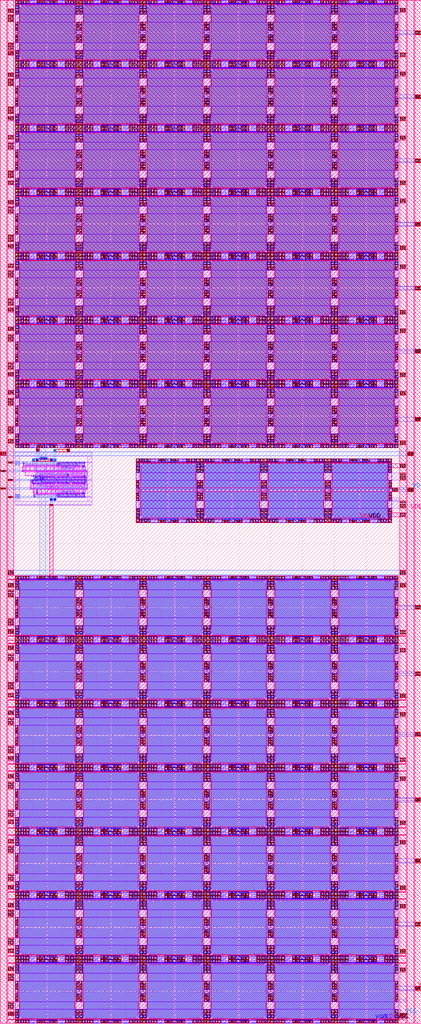
<source format=lef>
VERSION 5.7 ;
  NOWIREEXTENSIONATPIN ON ;
  DIVIDERCHAR "/" ;
  BUSBITCHARS "[]" ;
MACRO adc_vcm_gen
  CLASS CORE ;
  FOREIGN adc_vcm_gen ;
  ORIGIN 4.730 -20.000 ;
  SIZE 131.850 BY 320.000 ;
  PIN VDD
    DIRECTION INOUT ;
    USE POWER ;
    PORT
      LAYER nwell ;
        RECT 3.060 194.495 12.965 194.545 ;
        RECT 3.060 194.155 12.975 194.495 ;
        RECT 2.220 194.150 12.975 194.155 ;
        RECT 2.220 192.925 22.065 194.150 ;
        RECT 2.220 192.550 22.525 192.925 ;
        RECT 3.055 191.320 22.525 192.550 ;
        RECT 4.665 187.105 22.525 188.710 ;
        RECT 5.585 185.880 22.065 187.105 ;
        RECT 6.555 185.485 12.945 185.880 ;
      LAYER li1 ;
        RECT 39.105 194.260 43.105 194.460 ;
        RECT 2.495 192.825 2.785 193.990 ;
        RECT 2.410 192.655 2.870 192.825 ;
        RECT 13.220 192.820 13.510 193.985 ;
        RECT 13.830 192.820 14.160 193.970 ;
        RECT 14.670 192.820 15.000 193.620 ;
        RECT 15.520 192.820 15.760 193.620 ;
        RECT 16.590 192.820 16.920 193.970 ;
        RECT 17.430 192.820 17.760 193.620 ;
        RECT 18.280 192.820 18.520 193.620 ;
        RECT 19.945 192.820 20.155 193.960 ;
        RECT 21.325 192.820 21.535 193.960 ;
        RECT 39.105 193.660 39.505 194.260 ;
        RECT 39.105 193.460 43.105 193.660 ;
        RECT 39.105 192.860 39.505 193.460 ;
        RECT 6.235 192.650 22.335 192.820 ;
        RECT 39.105 192.660 43.105 192.860 ;
        RECT 6.320 191.485 6.610 192.650 ;
        RECT 6.780 191.510 7.040 192.650 ;
        RECT 7.710 191.510 7.990 192.650 ;
        RECT 8.770 192.225 9.155 192.650 ;
        RECT 10.185 192.225 10.570 192.650 ;
        RECT 11.600 192.225 11.985 192.650 ;
        RECT 13.370 192.225 13.755 192.650 ;
        RECT 14.785 192.225 15.170 192.650 ;
        RECT 16.200 192.225 16.585 192.650 ;
        RECT 17.970 192.225 18.355 192.650 ;
        RECT 19.385 192.225 19.770 192.650 ;
        RECT 20.800 192.225 21.185 192.650 ;
        RECT 21.960 191.485 22.250 192.650 ;
        RECT 39.105 192.060 39.505 192.660 ;
        RECT 39.105 191.860 43.105 192.060 ;
        RECT 39.105 191.260 39.505 191.860 ;
        RECT 39.105 191.060 43.105 191.260 ;
        RECT 39.105 190.460 39.505 191.060 ;
        RECT 39.105 190.260 43.105 190.460 ;
        RECT 39.105 189.660 39.505 190.260 ;
        RECT 39.105 189.460 43.105 189.660 ;
        RECT 39.105 188.860 39.505 189.460 ;
        RECT 39.105 188.660 43.105 188.860 ;
        RECT 4.940 187.380 5.230 188.545 ;
        RECT 5.655 187.380 5.865 188.520 ;
        RECT 6.780 187.380 7.060 188.520 ;
        RECT 7.730 187.380 7.990 188.520 ;
        RECT 8.770 187.380 9.155 187.805 ;
        RECT 10.185 187.380 10.570 187.805 ;
        RECT 11.600 187.380 11.985 187.805 ;
        RECT 13.370 187.380 13.755 187.805 ;
        RECT 14.785 187.380 15.170 187.805 ;
        RECT 16.200 187.380 16.585 187.805 ;
        RECT 17.970 187.380 18.355 187.805 ;
        RECT 19.385 187.380 19.770 187.805 ;
        RECT 20.800 187.380 21.185 187.805 ;
        RECT 21.960 187.380 22.250 188.545 ;
        RECT 39.105 188.060 39.505 188.660 ;
        RECT 39.105 187.860 43.105 188.060 ;
        RECT 4.855 187.210 22.335 187.380 ;
        RECT 39.105 187.260 39.505 187.860 ;
        RECT 5.860 186.045 6.150 187.210 ;
        RECT 8.085 184.605 8.255 187.210 ;
        RECT 13.220 186.045 13.510 187.210 ;
        RECT 13.830 186.060 14.160 187.210 ;
        RECT 14.670 186.410 15.000 187.210 ;
        RECT 15.520 186.410 15.760 187.210 ;
        RECT 16.590 186.060 16.920 187.210 ;
        RECT 17.430 186.410 17.760 187.210 ;
        RECT 18.280 186.410 18.520 187.210 ;
        RECT 19.945 186.070 20.155 187.210 ;
        RECT 21.325 186.070 21.535 187.210 ;
        RECT 39.105 187.060 43.105 187.260 ;
        RECT 39.105 186.860 39.505 187.060 ;
        RECT 43.855 186.860 44.055 194.460 ;
        RECT 44.655 186.860 44.855 194.460 ;
        RECT 45.455 186.860 45.655 194.460 ;
        RECT 46.255 186.860 46.455 194.460 ;
        RECT 47.055 186.860 47.255 194.460 ;
        RECT 39.105 186.460 47.255 186.860 ;
        RECT 39.105 186.260 39.505 186.460 ;
        RECT 39.105 186.060 43.105 186.260 ;
        RECT 39.105 185.460 39.505 186.060 ;
        RECT 39.105 185.260 43.105 185.460 ;
        RECT 39.105 184.660 39.505 185.260 ;
        RECT 39.105 184.460 43.105 184.660 ;
        RECT 39.105 183.860 39.505 184.460 ;
        RECT 39.105 183.660 43.105 183.860 ;
        RECT 39.105 183.060 39.505 183.660 ;
        RECT 39.105 182.860 43.105 183.060 ;
        RECT 39.105 182.260 39.505 182.860 ;
        RECT 39.105 182.060 43.105 182.260 ;
        RECT 39.105 181.460 39.505 182.060 ;
        RECT 39.105 181.260 43.105 181.460 ;
        RECT 39.105 180.660 39.505 181.260 ;
        RECT 39.105 180.460 43.105 180.660 ;
        RECT 39.105 179.860 39.505 180.460 ;
        RECT 39.105 179.660 43.105 179.860 ;
        RECT 39.105 179.060 39.505 179.660 ;
        RECT 39.105 178.860 43.105 179.060 ;
        RECT 43.855 178.860 44.055 186.460 ;
        RECT 44.655 178.860 44.855 186.460 ;
        RECT 45.455 178.860 45.655 186.460 ;
        RECT 46.255 178.860 46.455 186.460 ;
        RECT 47.055 178.860 47.255 186.460 ;
        RECT 48.555 186.860 48.755 194.460 ;
        RECT 49.355 186.860 49.555 194.460 ;
        RECT 50.155 186.860 50.355 194.460 ;
        RECT 50.955 186.860 51.155 194.460 ;
        RECT 51.755 186.860 51.955 194.460 ;
        RECT 52.705 194.260 56.705 194.460 ;
        RECT 56.305 193.660 56.705 194.260 ;
        RECT 52.705 193.460 56.705 193.660 ;
        RECT 56.305 192.860 56.705 193.460 ;
        RECT 52.705 192.660 56.705 192.860 ;
        RECT 56.305 192.060 56.705 192.660 ;
        RECT 52.705 191.860 56.705 192.060 ;
        RECT 56.305 191.260 56.705 191.860 ;
        RECT 52.705 191.060 56.705 191.260 ;
        RECT 56.305 190.460 56.705 191.060 ;
        RECT 52.705 190.260 56.705 190.460 ;
        RECT 56.305 189.660 56.705 190.260 ;
        RECT 52.705 189.460 56.705 189.660 ;
        RECT 56.305 188.860 56.705 189.460 ;
        RECT 52.705 188.660 56.705 188.860 ;
        RECT 56.305 188.060 56.705 188.660 ;
        RECT 52.705 187.860 56.705 188.060 ;
        RECT 56.305 187.260 56.705 187.860 ;
        RECT 52.705 187.060 56.705 187.260 ;
        RECT 56.305 186.860 56.705 187.060 ;
        RECT 48.555 186.460 56.705 186.860 ;
        RECT 48.555 178.860 48.755 186.460 ;
        RECT 49.355 178.860 49.555 186.460 ;
        RECT 50.155 178.860 50.355 186.460 ;
        RECT 50.955 178.860 51.155 186.460 ;
        RECT 51.755 178.860 51.955 186.460 ;
        RECT 56.305 186.260 56.705 186.460 ;
        RECT 52.705 186.060 56.705 186.260 ;
        RECT 56.305 185.460 56.705 186.060 ;
        RECT 52.705 185.260 56.705 185.460 ;
        RECT 56.305 184.660 56.705 185.260 ;
        RECT 52.705 184.460 56.705 184.660 ;
        RECT 56.305 183.860 56.705 184.460 ;
        RECT 52.705 183.660 56.705 183.860 ;
        RECT 56.305 183.060 56.705 183.660 ;
        RECT 52.705 182.860 56.705 183.060 ;
        RECT 56.305 182.260 56.705 182.860 ;
        RECT 52.705 182.060 56.705 182.260 ;
        RECT 56.305 181.460 56.705 182.060 ;
        RECT 52.705 181.260 56.705 181.460 ;
        RECT 56.305 180.660 56.705 181.260 ;
        RECT 52.705 180.460 56.705 180.660 ;
        RECT 56.305 179.860 56.705 180.460 ;
        RECT 52.705 179.660 56.705 179.860 ;
        RECT 56.305 179.060 56.705 179.660 ;
        RECT 52.705 178.860 56.705 179.060 ;
        RECT 59.105 194.260 63.105 194.460 ;
        RECT 59.105 193.660 59.505 194.260 ;
        RECT 59.105 193.460 63.105 193.660 ;
        RECT 59.105 192.860 59.505 193.460 ;
        RECT 59.105 192.660 63.105 192.860 ;
        RECT 59.105 192.060 59.505 192.660 ;
        RECT 59.105 191.860 63.105 192.060 ;
        RECT 59.105 191.260 59.505 191.860 ;
        RECT 59.105 191.060 63.105 191.260 ;
        RECT 59.105 190.460 59.505 191.060 ;
        RECT 59.105 190.260 63.105 190.460 ;
        RECT 59.105 189.660 59.505 190.260 ;
        RECT 59.105 189.460 63.105 189.660 ;
        RECT 59.105 188.860 59.505 189.460 ;
        RECT 59.105 188.660 63.105 188.860 ;
        RECT 59.105 188.060 59.505 188.660 ;
        RECT 59.105 187.860 63.105 188.060 ;
        RECT 59.105 187.260 59.505 187.860 ;
        RECT 59.105 187.060 63.105 187.260 ;
        RECT 59.105 186.860 59.505 187.060 ;
        RECT 63.855 186.860 64.055 194.460 ;
        RECT 64.655 186.860 64.855 194.460 ;
        RECT 65.455 186.860 65.655 194.460 ;
        RECT 66.255 186.860 66.455 194.460 ;
        RECT 67.055 186.860 67.255 194.460 ;
        RECT 59.105 186.460 67.255 186.860 ;
        RECT 59.105 186.260 59.505 186.460 ;
        RECT 59.105 186.060 63.105 186.260 ;
        RECT 59.105 185.460 59.505 186.060 ;
        RECT 59.105 185.260 63.105 185.460 ;
        RECT 59.105 184.660 59.505 185.260 ;
        RECT 59.105 184.460 63.105 184.660 ;
        RECT 59.105 183.860 59.505 184.460 ;
        RECT 59.105 183.660 63.105 183.860 ;
        RECT 59.105 183.060 59.505 183.660 ;
        RECT 59.105 182.860 63.105 183.060 ;
        RECT 59.105 182.260 59.505 182.860 ;
        RECT 59.105 182.060 63.105 182.260 ;
        RECT 59.105 181.460 59.505 182.060 ;
        RECT 59.105 181.260 63.105 181.460 ;
        RECT 59.105 180.660 59.505 181.260 ;
        RECT 59.105 180.460 63.105 180.660 ;
        RECT 59.105 179.860 59.505 180.460 ;
        RECT 59.105 179.660 63.105 179.860 ;
        RECT 59.105 179.060 59.505 179.660 ;
        RECT 59.105 178.860 63.105 179.060 ;
        RECT 63.855 178.860 64.055 186.460 ;
        RECT 64.655 178.860 64.855 186.460 ;
        RECT 65.455 178.860 65.655 186.460 ;
        RECT 66.255 178.860 66.455 186.460 ;
        RECT 67.055 178.860 67.255 186.460 ;
        RECT 68.555 186.860 68.755 194.460 ;
        RECT 69.355 186.860 69.555 194.460 ;
        RECT 70.155 186.860 70.355 194.460 ;
        RECT 70.955 186.860 71.155 194.460 ;
        RECT 71.755 186.860 71.955 194.460 ;
        RECT 72.705 194.260 76.705 194.460 ;
        RECT 76.305 193.660 76.705 194.260 ;
        RECT 72.705 193.460 76.705 193.660 ;
        RECT 76.305 192.860 76.705 193.460 ;
        RECT 72.705 192.660 76.705 192.860 ;
        RECT 76.305 192.060 76.705 192.660 ;
        RECT 72.705 191.860 76.705 192.060 ;
        RECT 76.305 191.260 76.705 191.860 ;
        RECT 72.705 191.060 76.705 191.260 ;
        RECT 76.305 190.460 76.705 191.060 ;
        RECT 72.705 190.260 76.705 190.460 ;
        RECT 76.305 189.660 76.705 190.260 ;
        RECT 72.705 189.460 76.705 189.660 ;
        RECT 76.305 188.860 76.705 189.460 ;
        RECT 72.705 188.660 76.705 188.860 ;
        RECT 76.305 188.060 76.705 188.660 ;
        RECT 72.705 187.860 76.705 188.060 ;
        RECT 76.305 187.260 76.705 187.860 ;
        RECT 72.705 187.060 76.705 187.260 ;
        RECT 76.305 186.860 76.705 187.060 ;
        RECT 68.555 186.460 76.705 186.860 ;
        RECT 68.555 178.860 68.755 186.460 ;
        RECT 69.355 178.860 69.555 186.460 ;
        RECT 70.155 178.860 70.355 186.460 ;
        RECT 70.955 178.860 71.155 186.460 ;
        RECT 71.755 178.860 71.955 186.460 ;
        RECT 76.305 186.260 76.705 186.460 ;
        RECT 72.705 186.060 76.705 186.260 ;
        RECT 76.305 185.460 76.705 186.060 ;
        RECT 72.705 185.260 76.705 185.460 ;
        RECT 76.305 184.660 76.705 185.260 ;
        RECT 72.705 184.460 76.705 184.660 ;
        RECT 76.305 183.860 76.705 184.460 ;
        RECT 72.705 183.660 76.705 183.860 ;
        RECT 76.305 183.060 76.705 183.660 ;
        RECT 72.705 182.860 76.705 183.060 ;
        RECT 76.305 182.260 76.705 182.860 ;
        RECT 72.705 182.060 76.705 182.260 ;
        RECT 76.305 181.460 76.705 182.060 ;
        RECT 72.705 181.260 76.705 181.460 ;
        RECT 76.305 180.660 76.705 181.260 ;
        RECT 72.705 180.460 76.705 180.660 ;
        RECT 76.305 179.860 76.705 180.460 ;
        RECT 72.705 179.660 76.705 179.860 ;
        RECT 76.305 179.060 76.705 179.660 ;
        RECT 72.705 178.860 76.705 179.060 ;
        RECT 79.105 194.260 83.105 194.460 ;
        RECT 79.105 193.660 79.505 194.260 ;
        RECT 79.105 193.460 83.105 193.660 ;
        RECT 79.105 192.860 79.505 193.460 ;
        RECT 79.105 192.660 83.105 192.860 ;
        RECT 79.105 192.060 79.505 192.660 ;
        RECT 79.105 191.860 83.105 192.060 ;
        RECT 79.105 191.260 79.505 191.860 ;
        RECT 79.105 191.060 83.105 191.260 ;
        RECT 79.105 190.460 79.505 191.060 ;
        RECT 79.105 190.260 83.105 190.460 ;
        RECT 79.105 189.660 79.505 190.260 ;
        RECT 79.105 189.460 83.105 189.660 ;
        RECT 79.105 188.860 79.505 189.460 ;
        RECT 79.105 188.660 83.105 188.860 ;
        RECT 79.105 188.060 79.505 188.660 ;
        RECT 79.105 187.860 83.105 188.060 ;
        RECT 79.105 187.260 79.505 187.860 ;
        RECT 79.105 187.060 83.105 187.260 ;
        RECT 79.105 186.860 79.505 187.060 ;
        RECT 83.855 186.860 84.055 194.460 ;
        RECT 84.655 186.860 84.855 194.460 ;
        RECT 85.455 186.860 85.655 194.460 ;
        RECT 86.255 186.860 86.455 194.460 ;
        RECT 87.055 186.860 87.255 194.460 ;
        RECT 79.105 186.460 87.255 186.860 ;
        RECT 79.105 186.260 79.505 186.460 ;
        RECT 79.105 186.060 83.105 186.260 ;
        RECT 79.105 185.460 79.505 186.060 ;
        RECT 79.105 185.260 83.105 185.460 ;
        RECT 79.105 184.660 79.505 185.260 ;
        RECT 79.105 184.460 83.105 184.660 ;
        RECT 79.105 183.860 79.505 184.460 ;
        RECT 79.105 183.660 83.105 183.860 ;
        RECT 79.105 183.060 79.505 183.660 ;
        RECT 79.105 182.860 83.105 183.060 ;
        RECT 79.105 182.260 79.505 182.860 ;
        RECT 79.105 182.060 83.105 182.260 ;
        RECT 79.105 181.460 79.505 182.060 ;
        RECT 79.105 181.260 83.105 181.460 ;
        RECT 79.105 180.660 79.505 181.260 ;
        RECT 79.105 180.460 83.105 180.660 ;
        RECT 79.105 179.860 79.505 180.460 ;
        RECT 79.105 179.660 83.105 179.860 ;
        RECT 79.105 179.060 79.505 179.660 ;
        RECT 79.105 178.860 83.105 179.060 ;
        RECT 83.855 178.860 84.055 186.460 ;
        RECT 84.655 178.860 84.855 186.460 ;
        RECT 85.455 178.860 85.655 186.460 ;
        RECT 86.255 178.860 86.455 186.460 ;
        RECT 87.055 178.860 87.255 186.460 ;
        RECT 88.555 186.860 88.755 194.460 ;
        RECT 89.355 186.860 89.555 194.460 ;
        RECT 90.155 186.860 90.355 194.460 ;
        RECT 90.955 186.860 91.155 194.460 ;
        RECT 91.755 186.860 91.955 194.460 ;
        RECT 92.705 194.260 96.705 194.460 ;
        RECT 96.305 193.660 96.705 194.260 ;
        RECT 92.705 193.460 96.705 193.660 ;
        RECT 96.305 192.860 96.705 193.460 ;
        RECT 92.705 192.660 96.705 192.860 ;
        RECT 96.305 192.060 96.705 192.660 ;
        RECT 92.705 191.860 96.705 192.060 ;
        RECT 96.305 191.260 96.705 191.860 ;
        RECT 92.705 191.060 96.705 191.260 ;
        RECT 96.305 190.460 96.705 191.060 ;
        RECT 92.705 190.260 96.705 190.460 ;
        RECT 96.305 189.660 96.705 190.260 ;
        RECT 92.705 189.460 96.705 189.660 ;
        RECT 96.305 188.860 96.705 189.460 ;
        RECT 92.705 188.660 96.705 188.860 ;
        RECT 96.305 188.060 96.705 188.660 ;
        RECT 92.705 187.860 96.705 188.060 ;
        RECT 96.305 187.260 96.705 187.860 ;
        RECT 92.705 187.060 96.705 187.260 ;
        RECT 96.305 186.860 96.705 187.060 ;
        RECT 88.555 186.460 96.705 186.860 ;
        RECT 88.555 178.860 88.755 186.460 ;
        RECT 89.355 178.860 89.555 186.460 ;
        RECT 90.155 178.860 90.355 186.460 ;
        RECT 90.955 178.860 91.155 186.460 ;
        RECT 91.755 178.860 91.955 186.460 ;
        RECT 96.305 186.260 96.705 186.460 ;
        RECT 92.705 186.060 96.705 186.260 ;
        RECT 96.305 185.460 96.705 186.060 ;
        RECT 92.705 185.260 96.705 185.460 ;
        RECT 96.305 184.660 96.705 185.260 ;
        RECT 92.705 184.460 96.705 184.660 ;
        RECT 96.305 183.860 96.705 184.460 ;
        RECT 92.705 183.660 96.705 183.860 ;
        RECT 96.305 183.060 96.705 183.660 ;
        RECT 92.705 182.860 96.705 183.060 ;
        RECT 96.305 182.260 96.705 182.860 ;
        RECT 92.705 182.060 96.705 182.260 ;
        RECT 96.305 181.460 96.705 182.060 ;
        RECT 92.705 181.260 96.705 181.460 ;
        RECT 96.305 180.660 96.705 181.260 ;
        RECT 92.705 180.460 96.705 180.660 ;
        RECT 96.305 179.860 96.705 180.460 ;
        RECT 92.705 179.660 96.705 179.860 ;
        RECT 96.305 179.060 96.705 179.660 ;
        RECT 92.705 178.860 96.705 179.060 ;
        RECT 99.105 194.260 103.105 194.460 ;
        RECT 99.105 193.660 99.505 194.260 ;
        RECT 99.105 193.460 103.105 193.660 ;
        RECT 99.105 192.860 99.505 193.460 ;
        RECT 99.105 192.660 103.105 192.860 ;
        RECT 99.105 192.060 99.505 192.660 ;
        RECT 99.105 191.860 103.105 192.060 ;
        RECT 99.105 191.260 99.505 191.860 ;
        RECT 99.105 191.060 103.105 191.260 ;
        RECT 99.105 190.460 99.505 191.060 ;
        RECT 99.105 190.260 103.105 190.460 ;
        RECT 99.105 189.660 99.505 190.260 ;
        RECT 99.105 189.460 103.105 189.660 ;
        RECT 99.105 188.860 99.505 189.460 ;
        RECT 99.105 188.660 103.105 188.860 ;
        RECT 99.105 188.060 99.505 188.660 ;
        RECT 99.105 187.860 103.105 188.060 ;
        RECT 99.105 187.260 99.505 187.860 ;
        RECT 99.105 187.060 103.105 187.260 ;
        RECT 99.105 186.860 99.505 187.060 ;
        RECT 103.855 186.860 104.055 194.460 ;
        RECT 104.655 186.860 104.855 194.460 ;
        RECT 105.455 186.860 105.655 194.460 ;
        RECT 106.255 186.860 106.455 194.460 ;
        RECT 107.055 186.860 107.255 194.460 ;
        RECT 99.105 186.460 107.255 186.860 ;
        RECT 99.105 186.260 99.505 186.460 ;
        RECT 99.105 186.060 103.105 186.260 ;
        RECT 99.105 185.460 99.505 186.060 ;
        RECT 99.105 185.260 103.105 185.460 ;
        RECT 99.105 184.660 99.505 185.260 ;
        RECT 99.105 184.460 103.105 184.660 ;
        RECT 99.105 183.860 99.505 184.460 ;
        RECT 99.105 183.660 103.105 183.860 ;
        RECT 99.105 183.060 99.505 183.660 ;
        RECT 99.105 182.860 103.105 183.060 ;
        RECT 99.105 182.260 99.505 182.860 ;
        RECT 99.105 182.060 103.105 182.260 ;
        RECT 99.105 181.460 99.505 182.060 ;
        RECT 99.105 181.260 103.105 181.460 ;
        RECT 99.105 180.660 99.505 181.260 ;
        RECT 99.105 180.460 103.105 180.660 ;
        RECT 99.105 179.860 99.505 180.460 ;
        RECT 99.105 179.660 103.105 179.860 ;
        RECT 99.105 179.060 99.505 179.660 ;
        RECT 99.105 178.860 103.105 179.060 ;
        RECT 103.855 178.860 104.055 186.460 ;
        RECT 104.655 178.860 104.855 186.460 ;
        RECT 105.455 178.860 105.655 186.460 ;
        RECT 106.255 178.860 106.455 186.460 ;
        RECT 107.055 178.860 107.255 186.460 ;
        RECT 108.555 186.860 108.755 194.460 ;
        RECT 109.355 186.860 109.555 194.460 ;
        RECT 110.155 186.860 110.355 194.460 ;
        RECT 110.955 186.860 111.155 194.460 ;
        RECT 111.755 186.860 111.955 194.460 ;
        RECT 112.705 194.260 116.705 194.460 ;
        RECT 116.305 193.660 116.705 194.260 ;
        RECT 112.705 193.460 116.705 193.660 ;
        RECT 116.305 192.860 116.705 193.460 ;
        RECT 112.705 192.660 116.705 192.860 ;
        RECT 116.305 192.060 116.705 192.660 ;
        RECT 112.705 191.860 116.705 192.060 ;
        RECT 116.305 191.260 116.705 191.860 ;
        RECT 112.705 191.060 116.705 191.260 ;
        RECT 116.305 190.460 116.705 191.060 ;
        RECT 112.705 190.260 116.705 190.460 ;
        RECT 116.305 189.660 116.705 190.260 ;
        RECT 112.705 189.460 116.705 189.660 ;
        RECT 116.305 188.860 116.705 189.460 ;
        RECT 112.705 188.660 116.705 188.860 ;
        RECT 116.305 188.060 116.705 188.660 ;
        RECT 112.705 187.860 116.705 188.060 ;
        RECT 116.305 187.260 116.705 187.860 ;
        RECT 112.705 187.060 116.705 187.260 ;
        RECT 116.305 186.860 116.705 187.060 ;
        RECT 108.555 186.460 116.705 186.860 ;
        RECT 108.555 178.860 108.755 186.460 ;
        RECT 109.355 178.860 109.555 186.460 ;
        RECT 110.155 178.860 110.355 186.460 ;
        RECT 110.955 178.860 111.155 186.460 ;
        RECT 111.755 178.860 111.955 186.460 ;
        RECT 116.305 186.260 116.705 186.460 ;
        RECT 112.705 186.060 116.705 186.260 ;
        RECT 116.305 185.460 116.705 186.060 ;
        RECT 112.705 185.260 116.705 185.460 ;
        RECT 116.305 184.660 116.705 185.260 ;
        RECT 112.705 184.460 116.705 184.660 ;
        RECT 116.305 183.860 116.705 184.460 ;
        RECT 112.705 183.660 116.705 183.860 ;
        RECT 116.305 183.060 116.705 183.660 ;
        RECT 112.705 182.860 116.705 183.060 ;
        RECT 116.305 182.260 116.705 182.860 ;
        RECT 112.705 182.060 116.705 182.260 ;
        RECT 116.305 181.460 116.705 182.060 ;
        RECT 112.705 181.260 116.705 181.460 ;
        RECT 116.305 180.660 116.705 181.260 ;
        RECT 112.705 180.460 116.705 180.660 ;
        RECT 116.305 179.860 116.705 180.460 ;
        RECT 112.705 179.660 116.705 179.860 ;
        RECT 116.305 179.060 116.705 179.660 ;
        RECT 112.705 178.860 116.705 179.060 ;
      LAYER mcon ;
        RECT 2.555 192.655 2.725 192.825 ;
        RECT 6.380 192.650 6.550 192.820 ;
        RECT 6.840 192.650 7.010 192.820 ;
        RECT 7.300 192.650 7.470 192.820 ;
        RECT 7.760 192.650 7.930 192.820 ;
        RECT 8.220 192.650 8.390 192.820 ;
        RECT 8.680 192.650 8.850 192.820 ;
        RECT 9.140 192.650 9.310 192.820 ;
        RECT 9.600 192.650 9.770 192.820 ;
        RECT 10.060 192.650 10.230 192.820 ;
        RECT 10.520 192.650 10.690 192.820 ;
        RECT 10.980 192.650 11.150 192.820 ;
        RECT 11.440 192.650 11.610 192.820 ;
        RECT 11.900 192.650 12.070 192.820 ;
        RECT 12.360 192.650 12.530 192.820 ;
        RECT 12.820 192.650 12.990 192.820 ;
        RECT 13.280 192.650 13.450 192.820 ;
        RECT 13.740 192.650 13.910 192.820 ;
        RECT 14.200 192.650 14.370 192.820 ;
        RECT 14.660 192.650 14.830 192.820 ;
        RECT 15.120 192.650 15.290 192.820 ;
        RECT 15.580 192.650 15.750 192.820 ;
        RECT 16.040 192.650 16.210 192.820 ;
        RECT 16.500 192.650 16.670 192.820 ;
        RECT 16.960 192.650 17.130 192.820 ;
        RECT 17.420 192.650 17.590 192.820 ;
        RECT 17.880 192.650 18.050 192.820 ;
        RECT 18.340 192.650 18.510 192.820 ;
        RECT 18.800 192.650 18.970 192.820 ;
        RECT 19.260 192.650 19.430 192.820 ;
        RECT 19.720 192.650 19.890 192.820 ;
        RECT 20.180 192.650 20.350 192.820 ;
        RECT 20.640 192.650 20.810 192.820 ;
        RECT 21.100 192.650 21.270 192.820 ;
        RECT 21.560 192.650 21.730 192.820 ;
        RECT 22.020 192.650 22.190 192.820 ;
        RECT 39.155 190.960 39.455 191.410 ;
        RECT 39.155 190.210 39.455 190.660 ;
        RECT 39.155 189.460 39.455 189.910 ;
        RECT 39.155 188.710 39.455 189.160 ;
        RECT 39.155 187.960 39.455 188.410 ;
        RECT 5.000 187.210 5.170 187.380 ;
        RECT 5.460 187.210 5.630 187.380 ;
        RECT 5.920 187.210 6.090 187.380 ;
        RECT 6.380 187.210 6.550 187.380 ;
        RECT 6.840 187.210 7.010 187.380 ;
        RECT 7.300 187.210 7.470 187.380 ;
        RECT 7.760 187.210 7.930 187.380 ;
        RECT 8.220 187.210 8.390 187.380 ;
        RECT 8.680 187.210 8.850 187.380 ;
        RECT 9.140 187.210 9.310 187.380 ;
        RECT 9.600 187.210 9.770 187.380 ;
        RECT 10.060 187.210 10.230 187.380 ;
        RECT 10.520 187.210 10.690 187.380 ;
        RECT 10.980 187.210 11.150 187.380 ;
        RECT 11.440 187.210 11.610 187.380 ;
        RECT 11.900 187.210 12.070 187.380 ;
        RECT 12.360 187.210 12.530 187.380 ;
        RECT 12.820 187.210 12.990 187.380 ;
        RECT 13.280 187.210 13.450 187.380 ;
        RECT 13.740 187.210 13.910 187.380 ;
        RECT 14.200 187.210 14.370 187.380 ;
        RECT 14.660 187.210 14.830 187.380 ;
        RECT 15.120 187.210 15.290 187.380 ;
        RECT 15.580 187.210 15.750 187.380 ;
        RECT 16.040 187.210 16.210 187.380 ;
        RECT 16.500 187.210 16.670 187.380 ;
        RECT 16.960 187.210 17.130 187.380 ;
        RECT 17.420 187.210 17.590 187.380 ;
        RECT 17.880 187.210 18.050 187.380 ;
        RECT 18.340 187.210 18.510 187.380 ;
        RECT 18.800 187.210 18.970 187.380 ;
        RECT 19.260 187.210 19.430 187.380 ;
        RECT 19.720 187.210 19.890 187.380 ;
        RECT 20.180 187.210 20.350 187.380 ;
        RECT 20.640 187.210 20.810 187.380 ;
        RECT 21.100 187.210 21.270 187.380 ;
        RECT 21.560 187.210 21.730 187.380 ;
        RECT 22.020 187.210 22.190 187.380 ;
        RECT 39.155 187.210 39.455 187.660 ;
        RECT 39.155 186.460 39.455 186.910 ;
        RECT 39.155 185.710 39.455 186.160 ;
        RECT 39.155 184.960 39.455 185.410 ;
        RECT 39.155 184.210 39.455 184.660 ;
        RECT 39.155 183.460 39.455 183.910 ;
        RECT 39.155 182.710 39.455 183.160 ;
        RECT 39.155 181.960 39.455 182.410 ;
        RECT 56.355 190.960 56.655 191.410 ;
        RECT 56.355 190.210 56.655 190.660 ;
        RECT 56.355 189.460 56.655 189.910 ;
        RECT 56.355 188.710 56.655 189.160 ;
        RECT 56.355 187.960 56.655 188.410 ;
        RECT 56.355 187.210 56.655 187.660 ;
        RECT 56.355 186.460 56.655 186.910 ;
        RECT 56.355 185.710 56.655 186.160 ;
        RECT 56.355 184.960 56.655 185.410 ;
        RECT 56.355 184.210 56.655 184.660 ;
        RECT 56.355 183.460 56.655 183.910 ;
        RECT 56.355 182.710 56.655 183.160 ;
        RECT 56.355 181.960 56.655 182.410 ;
        RECT 59.155 190.960 59.455 191.410 ;
        RECT 59.155 190.210 59.455 190.660 ;
        RECT 59.155 189.460 59.455 189.910 ;
        RECT 59.155 188.710 59.455 189.160 ;
        RECT 59.155 187.960 59.455 188.410 ;
        RECT 59.155 187.210 59.455 187.660 ;
        RECT 59.155 186.460 59.455 186.910 ;
        RECT 59.155 185.710 59.455 186.160 ;
        RECT 59.155 184.960 59.455 185.410 ;
        RECT 59.155 184.210 59.455 184.660 ;
        RECT 59.155 183.460 59.455 183.910 ;
        RECT 59.155 182.710 59.455 183.160 ;
        RECT 59.155 181.960 59.455 182.410 ;
        RECT 76.355 190.960 76.655 191.410 ;
        RECT 76.355 190.210 76.655 190.660 ;
        RECT 76.355 189.460 76.655 189.910 ;
        RECT 76.355 188.710 76.655 189.160 ;
        RECT 76.355 187.960 76.655 188.410 ;
        RECT 76.355 187.210 76.655 187.660 ;
        RECT 76.355 186.460 76.655 186.910 ;
        RECT 76.355 185.710 76.655 186.160 ;
        RECT 76.355 184.960 76.655 185.410 ;
        RECT 76.355 184.210 76.655 184.660 ;
        RECT 76.355 183.460 76.655 183.910 ;
        RECT 76.355 182.710 76.655 183.160 ;
        RECT 76.355 181.960 76.655 182.410 ;
        RECT 79.155 190.960 79.455 191.410 ;
        RECT 79.155 190.210 79.455 190.660 ;
        RECT 79.155 189.460 79.455 189.910 ;
        RECT 79.155 188.710 79.455 189.160 ;
        RECT 79.155 187.960 79.455 188.410 ;
        RECT 79.155 187.210 79.455 187.660 ;
        RECT 79.155 186.460 79.455 186.910 ;
        RECT 79.155 185.710 79.455 186.160 ;
        RECT 79.155 184.960 79.455 185.410 ;
        RECT 79.155 184.210 79.455 184.660 ;
        RECT 79.155 183.460 79.455 183.910 ;
        RECT 79.155 182.710 79.455 183.160 ;
        RECT 79.155 181.960 79.455 182.410 ;
        RECT 96.355 190.960 96.655 191.410 ;
        RECT 96.355 190.210 96.655 190.660 ;
        RECT 96.355 189.460 96.655 189.910 ;
        RECT 96.355 188.710 96.655 189.160 ;
        RECT 96.355 187.960 96.655 188.410 ;
        RECT 96.355 187.210 96.655 187.660 ;
        RECT 96.355 186.460 96.655 186.910 ;
        RECT 96.355 185.710 96.655 186.160 ;
        RECT 96.355 184.960 96.655 185.410 ;
        RECT 96.355 184.210 96.655 184.660 ;
        RECT 96.355 183.460 96.655 183.910 ;
        RECT 96.355 182.710 96.655 183.160 ;
        RECT 96.355 181.960 96.655 182.410 ;
        RECT 99.155 190.960 99.455 191.410 ;
        RECT 99.155 190.210 99.455 190.660 ;
        RECT 99.155 189.460 99.455 189.910 ;
        RECT 99.155 188.710 99.455 189.160 ;
        RECT 99.155 187.960 99.455 188.410 ;
        RECT 99.155 187.210 99.455 187.660 ;
        RECT 99.155 186.460 99.455 186.910 ;
        RECT 99.155 185.710 99.455 186.160 ;
        RECT 99.155 184.960 99.455 185.410 ;
        RECT 99.155 184.210 99.455 184.660 ;
        RECT 99.155 183.460 99.455 183.910 ;
        RECT 99.155 182.710 99.455 183.160 ;
        RECT 99.155 181.960 99.455 182.410 ;
        RECT 116.355 190.960 116.655 191.410 ;
        RECT 116.355 190.210 116.655 190.660 ;
        RECT 116.355 189.460 116.655 189.910 ;
        RECT 116.355 188.710 116.655 189.160 ;
        RECT 116.355 187.960 116.655 188.410 ;
        RECT 116.355 187.210 116.655 187.660 ;
        RECT 116.355 186.460 116.655 186.910 ;
        RECT 116.355 185.710 116.655 186.160 ;
        RECT 116.355 184.960 116.655 185.410 ;
        RECT 116.355 184.210 116.655 184.660 ;
        RECT 116.355 183.460 116.655 183.910 ;
        RECT 116.355 182.710 116.655 183.160 ;
        RECT 116.355 181.960 116.655 182.410 ;
      LAYER met1 ;
        RECT 11.705 198.760 17.375 198.765 ;
        RECT -4.730 197.485 124.780 198.760 ;
        RECT 44.705 195.460 51.105 196.660 ;
        RECT 64.705 195.460 71.105 196.660 ;
        RECT 84.705 195.460 91.105 196.660 ;
        RECT 104.705 195.460 111.105 196.660 ;
        RECT 47.405 194.810 48.405 195.460 ;
        RECT 67.405 194.810 68.405 195.460 ;
        RECT 87.405 194.810 88.405 195.460 ;
        RECT 107.405 194.810 108.405 195.460 ;
        RECT 44.055 194.660 51.755 194.810 ;
        RECT 64.055 194.660 71.755 194.810 ;
        RECT 84.055 194.660 91.755 194.810 ;
        RECT 104.055 194.660 111.755 194.810 ;
        RECT 2.410 192.975 2.870 192.980 ;
        RECT -4.730 192.495 22.335 192.975 ;
        RECT 39.105 189.860 39.855 191.660 ;
        RECT -4.730 187.055 22.335 187.535 ;
        RECT 37.905 187.110 39.855 189.860 ;
        RECT 37.905 186.210 38.055 187.110 ;
        RECT 38.705 186.960 39.855 187.110 ;
        RECT 40.005 186.960 40.155 194.510 ;
        RECT 40.605 186.960 40.755 194.510 ;
        RECT 41.205 186.960 41.355 194.510 ;
        RECT 41.805 186.960 41.955 194.510 ;
        RECT 42.405 186.960 42.555 194.510 ;
        RECT 43.005 186.960 43.155 194.510 ;
        RECT 47.405 194.210 48.405 194.660 ;
        RECT 44.055 194.060 51.755 194.210 ;
        RECT 47.405 193.610 48.405 194.060 ;
        RECT 44.055 193.460 51.755 193.610 ;
        RECT 47.405 193.010 48.405 193.460 ;
        RECT 44.055 192.860 51.755 193.010 ;
        RECT 47.405 192.410 48.405 192.860 ;
        RECT 44.055 192.260 51.755 192.410 ;
        RECT 47.405 191.810 48.405 192.260 ;
        RECT 44.055 191.660 51.755 191.810 ;
        RECT 47.405 191.210 48.405 191.660 ;
        RECT 44.055 191.060 51.755 191.210 ;
        RECT 47.405 190.610 48.405 191.060 ;
        RECT 44.055 190.460 51.755 190.610 ;
        RECT 47.405 190.010 48.405 190.460 ;
        RECT 44.055 189.860 51.755 190.010 ;
        RECT 47.405 189.410 48.405 189.860 ;
        RECT 44.055 189.260 51.755 189.410 ;
        RECT 47.405 188.810 48.405 189.260 ;
        RECT 44.055 188.660 51.755 188.810 ;
        RECT 47.405 188.210 48.405 188.660 ;
        RECT 44.055 188.060 51.755 188.210 ;
        RECT 47.405 187.610 48.405 188.060 ;
        RECT 44.055 187.460 51.755 187.610 ;
        RECT 47.405 186.960 48.405 187.460 ;
        RECT 52.655 186.960 52.805 194.510 ;
        RECT 53.255 186.960 53.405 194.510 ;
        RECT 53.855 186.960 54.005 194.510 ;
        RECT 54.455 186.960 54.605 194.510 ;
        RECT 55.055 186.960 55.205 194.510 ;
        RECT 55.655 186.960 55.805 194.510 ;
        RECT 55.955 189.860 56.705 191.660 ;
        RECT 59.105 189.860 59.855 191.660 ;
        RECT 55.955 187.110 59.855 189.860 ;
        RECT 55.955 186.960 57.105 187.110 ;
        RECT 38.705 186.360 57.105 186.960 ;
        RECT 38.705 186.210 39.855 186.360 ;
        RECT 37.905 183.460 39.855 186.210 ;
        RECT 39.105 181.710 39.855 183.460 ;
        RECT 40.005 178.810 40.155 186.360 ;
        RECT 40.605 178.810 40.755 186.360 ;
        RECT 41.205 178.810 41.355 186.360 ;
        RECT 41.805 178.810 41.955 186.360 ;
        RECT 42.405 178.810 42.555 186.360 ;
        RECT 43.005 178.810 43.155 186.360 ;
        RECT 47.405 185.860 48.405 186.360 ;
        RECT 44.055 185.710 51.755 185.860 ;
        RECT 47.405 185.260 48.405 185.710 ;
        RECT 44.055 185.110 51.755 185.260 ;
        RECT 47.405 184.660 48.405 185.110 ;
        RECT 44.055 184.510 51.755 184.660 ;
        RECT 47.405 184.060 48.405 184.510 ;
        RECT 44.055 183.910 51.755 184.060 ;
        RECT 47.405 183.460 48.405 183.910 ;
        RECT 44.055 183.310 51.755 183.460 ;
        RECT 47.405 182.860 48.405 183.310 ;
        RECT 44.055 182.710 51.755 182.860 ;
        RECT 47.405 182.260 48.405 182.710 ;
        RECT 44.055 182.110 51.755 182.260 ;
        RECT 47.405 181.660 48.405 182.110 ;
        RECT 44.055 181.510 51.755 181.660 ;
        RECT 47.405 181.060 48.405 181.510 ;
        RECT 44.055 180.910 51.755 181.060 ;
        RECT 47.405 180.460 48.405 180.910 ;
        RECT 44.055 180.310 51.755 180.460 ;
        RECT 47.405 179.860 48.405 180.310 ;
        RECT 44.055 179.710 51.755 179.860 ;
        RECT 47.405 179.260 48.405 179.710 ;
        RECT 44.055 179.110 51.755 179.260 ;
        RECT 47.405 178.660 48.405 179.110 ;
        RECT 52.655 178.810 52.805 186.360 ;
        RECT 53.255 178.810 53.405 186.360 ;
        RECT 53.855 178.810 54.005 186.360 ;
        RECT 54.455 178.810 54.605 186.360 ;
        RECT 55.055 178.810 55.205 186.360 ;
        RECT 55.655 178.810 55.805 186.360 ;
        RECT 55.955 186.210 57.105 186.360 ;
        RECT 57.755 186.210 58.055 187.110 ;
        RECT 58.705 186.960 59.855 187.110 ;
        RECT 60.005 186.960 60.155 194.510 ;
        RECT 60.605 186.960 60.755 194.510 ;
        RECT 61.205 186.960 61.355 194.510 ;
        RECT 61.805 186.960 61.955 194.510 ;
        RECT 62.405 186.960 62.555 194.510 ;
        RECT 63.005 186.960 63.155 194.510 ;
        RECT 67.405 194.210 68.405 194.660 ;
        RECT 64.055 194.060 71.755 194.210 ;
        RECT 67.405 193.610 68.405 194.060 ;
        RECT 64.055 193.460 71.755 193.610 ;
        RECT 67.405 193.010 68.405 193.460 ;
        RECT 64.055 192.860 71.755 193.010 ;
        RECT 67.405 192.410 68.405 192.860 ;
        RECT 64.055 192.260 71.755 192.410 ;
        RECT 67.405 191.810 68.405 192.260 ;
        RECT 64.055 191.660 71.755 191.810 ;
        RECT 67.405 191.210 68.405 191.660 ;
        RECT 64.055 191.060 71.755 191.210 ;
        RECT 67.405 190.610 68.405 191.060 ;
        RECT 64.055 190.460 71.755 190.610 ;
        RECT 67.405 190.010 68.405 190.460 ;
        RECT 64.055 189.860 71.755 190.010 ;
        RECT 67.405 189.410 68.405 189.860 ;
        RECT 64.055 189.260 71.755 189.410 ;
        RECT 67.405 188.810 68.405 189.260 ;
        RECT 64.055 188.660 71.755 188.810 ;
        RECT 67.405 188.210 68.405 188.660 ;
        RECT 64.055 188.060 71.755 188.210 ;
        RECT 67.405 187.610 68.405 188.060 ;
        RECT 64.055 187.460 71.755 187.610 ;
        RECT 67.405 186.960 68.405 187.460 ;
        RECT 72.655 186.960 72.805 194.510 ;
        RECT 73.255 186.960 73.405 194.510 ;
        RECT 73.855 186.960 74.005 194.510 ;
        RECT 74.455 186.960 74.605 194.510 ;
        RECT 75.055 186.960 75.205 194.510 ;
        RECT 75.655 186.960 75.805 194.510 ;
        RECT 75.955 189.860 76.705 191.660 ;
        RECT 79.105 189.860 79.855 191.660 ;
        RECT 75.955 187.110 79.855 189.860 ;
        RECT 75.955 186.960 77.105 187.110 ;
        RECT 58.705 186.360 77.105 186.960 ;
        RECT 58.705 186.210 59.855 186.360 ;
        RECT 55.955 183.460 59.855 186.210 ;
        RECT 55.955 181.710 56.705 183.460 ;
        RECT 59.105 181.710 59.855 183.460 ;
        RECT 60.005 178.810 60.155 186.360 ;
        RECT 60.605 178.810 60.755 186.360 ;
        RECT 61.205 178.810 61.355 186.360 ;
        RECT 61.805 178.810 61.955 186.360 ;
        RECT 62.405 178.810 62.555 186.360 ;
        RECT 63.005 178.810 63.155 186.360 ;
        RECT 67.405 185.860 68.405 186.360 ;
        RECT 64.055 185.710 71.755 185.860 ;
        RECT 67.405 185.260 68.405 185.710 ;
        RECT 64.055 185.110 71.755 185.260 ;
        RECT 67.405 184.660 68.405 185.110 ;
        RECT 64.055 184.510 71.755 184.660 ;
        RECT 67.405 184.060 68.405 184.510 ;
        RECT 64.055 183.910 71.755 184.060 ;
        RECT 67.405 183.460 68.405 183.910 ;
        RECT 64.055 183.310 71.755 183.460 ;
        RECT 67.405 182.860 68.405 183.310 ;
        RECT 64.055 182.710 71.755 182.860 ;
        RECT 67.405 182.260 68.405 182.710 ;
        RECT 64.055 182.110 71.755 182.260 ;
        RECT 67.405 181.660 68.405 182.110 ;
        RECT 64.055 181.510 71.755 181.660 ;
        RECT 67.405 181.060 68.405 181.510 ;
        RECT 64.055 180.910 71.755 181.060 ;
        RECT 67.405 180.460 68.405 180.910 ;
        RECT 64.055 180.310 71.755 180.460 ;
        RECT 67.405 179.860 68.405 180.310 ;
        RECT 64.055 179.710 71.755 179.860 ;
        RECT 67.405 179.260 68.405 179.710 ;
        RECT 64.055 179.110 71.755 179.260 ;
        RECT 67.405 178.660 68.405 179.110 ;
        RECT 72.655 178.810 72.805 186.360 ;
        RECT 73.255 178.810 73.405 186.360 ;
        RECT 73.855 178.810 74.005 186.360 ;
        RECT 74.455 178.810 74.605 186.360 ;
        RECT 75.055 178.810 75.205 186.360 ;
        RECT 75.655 178.810 75.805 186.360 ;
        RECT 75.955 186.210 77.105 186.360 ;
        RECT 77.755 186.210 78.055 187.110 ;
        RECT 78.705 186.960 79.855 187.110 ;
        RECT 80.005 186.960 80.155 194.510 ;
        RECT 80.605 186.960 80.755 194.510 ;
        RECT 81.205 186.960 81.355 194.510 ;
        RECT 81.805 186.960 81.955 194.510 ;
        RECT 82.405 186.960 82.555 194.510 ;
        RECT 83.005 186.960 83.155 194.510 ;
        RECT 87.405 194.210 88.405 194.660 ;
        RECT 84.055 194.060 91.755 194.210 ;
        RECT 87.405 193.610 88.405 194.060 ;
        RECT 84.055 193.460 91.755 193.610 ;
        RECT 87.405 193.010 88.405 193.460 ;
        RECT 84.055 192.860 91.755 193.010 ;
        RECT 87.405 192.410 88.405 192.860 ;
        RECT 84.055 192.260 91.755 192.410 ;
        RECT 87.405 191.810 88.405 192.260 ;
        RECT 84.055 191.660 91.755 191.810 ;
        RECT 87.405 191.210 88.405 191.660 ;
        RECT 84.055 191.060 91.755 191.210 ;
        RECT 87.405 190.610 88.405 191.060 ;
        RECT 84.055 190.460 91.755 190.610 ;
        RECT 87.405 190.010 88.405 190.460 ;
        RECT 84.055 189.860 91.755 190.010 ;
        RECT 87.405 189.410 88.405 189.860 ;
        RECT 84.055 189.260 91.755 189.410 ;
        RECT 87.405 188.810 88.405 189.260 ;
        RECT 84.055 188.660 91.755 188.810 ;
        RECT 87.405 188.210 88.405 188.660 ;
        RECT 84.055 188.060 91.755 188.210 ;
        RECT 87.405 187.610 88.405 188.060 ;
        RECT 84.055 187.460 91.755 187.610 ;
        RECT 87.405 186.960 88.405 187.460 ;
        RECT 92.655 186.960 92.805 194.510 ;
        RECT 93.255 186.960 93.405 194.510 ;
        RECT 93.855 186.960 94.005 194.510 ;
        RECT 94.455 186.960 94.605 194.510 ;
        RECT 95.055 186.960 95.205 194.510 ;
        RECT 95.655 186.960 95.805 194.510 ;
        RECT 95.955 189.860 96.705 191.660 ;
        RECT 99.105 189.860 99.855 191.660 ;
        RECT 95.955 187.110 99.855 189.860 ;
        RECT 95.955 186.960 97.105 187.110 ;
        RECT 78.705 186.360 97.105 186.960 ;
        RECT 78.705 186.210 79.855 186.360 ;
        RECT 75.955 183.460 79.855 186.210 ;
        RECT 75.955 181.710 76.705 183.460 ;
        RECT 79.105 181.710 79.855 183.460 ;
        RECT 80.005 178.810 80.155 186.360 ;
        RECT 80.605 178.810 80.755 186.360 ;
        RECT 81.205 178.810 81.355 186.360 ;
        RECT 81.805 178.810 81.955 186.360 ;
        RECT 82.405 178.810 82.555 186.360 ;
        RECT 83.005 178.810 83.155 186.360 ;
        RECT 87.405 185.860 88.405 186.360 ;
        RECT 84.055 185.710 91.755 185.860 ;
        RECT 87.405 185.260 88.405 185.710 ;
        RECT 84.055 185.110 91.755 185.260 ;
        RECT 87.405 184.660 88.405 185.110 ;
        RECT 84.055 184.510 91.755 184.660 ;
        RECT 87.405 184.060 88.405 184.510 ;
        RECT 84.055 183.910 91.755 184.060 ;
        RECT 87.405 183.460 88.405 183.910 ;
        RECT 84.055 183.310 91.755 183.460 ;
        RECT 87.405 182.860 88.405 183.310 ;
        RECT 84.055 182.710 91.755 182.860 ;
        RECT 87.405 182.260 88.405 182.710 ;
        RECT 84.055 182.110 91.755 182.260 ;
        RECT 87.405 181.660 88.405 182.110 ;
        RECT 84.055 181.510 91.755 181.660 ;
        RECT 87.405 181.060 88.405 181.510 ;
        RECT 84.055 180.910 91.755 181.060 ;
        RECT 87.405 180.460 88.405 180.910 ;
        RECT 84.055 180.310 91.755 180.460 ;
        RECT 87.405 179.860 88.405 180.310 ;
        RECT 84.055 179.710 91.755 179.860 ;
        RECT 87.405 179.260 88.405 179.710 ;
        RECT 84.055 179.110 91.755 179.260 ;
        RECT 87.405 178.660 88.405 179.110 ;
        RECT 92.655 178.810 92.805 186.360 ;
        RECT 93.255 178.810 93.405 186.360 ;
        RECT 93.855 178.810 94.005 186.360 ;
        RECT 94.455 178.810 94.605 186.360 ;
        RECT 95.055 178.810 95.205 186.360 ;
        RECT 95.655 178.810 95.805 186.360 ;
        RECT 95.955 186.210 97.105 186.360 ;
        RECT 97.755 186.210 98.055 187.110 ;
        RECT 98.705 186.960 99.855 187.110 ;
        RECT 100.005 186.960 100.155 194.510 ;
        RECT 100.605 186.960 100.755 194.510 ;
        RECT 101.205 186.960 101.355 194.510 ;
        RECT 101.805 186.960 101.955 194.510 ;
        RECT 102.405 186.960 102.555 194.510 ;
        RECT 103.005 186.960 103.155 194.510 ;
        RECT 107.405 194.210 108.405 194.660 ;
        RECT 104.055 194.060 111.755 194.210 ;
        RECT 107.405 193.610 108.405 194.060 ;
        RECT 104.055 193.460 111.755 193.610 ;
        RECT 107.405 193.010 108.405 193.460 ;
        RECT 104.055 192.860 111.755 193.010 ;
        RECT 107.405 192.410 108.405 192.860 ;
        RECT 104.055 192.260 111.755 192.410 ;
        RECT 107.405 191.810 108.405 192.260 ;
        RECT 104.055 191.660 111.755 191.810 ;
        RECT 107.405 191.210 108.405 191.660 ;
        RECT 104.055 191.060 111.755 191.210 ;
        RECT 107.405 190.610 108.405 191.060 ;
        RECT 104.055 190.460 111.755 190.610 ;
        RECT 107.405 190.010 108.405 190.460 ;
        RECT 104.055 189.860 111.755 190.010 ;
        RECT 107.405 189.410 108.405 189.860 ;
        RECT 104.055 189.260 111.755 189.410 ;
        RECT 107.405 188.810 108.405 189.260 ;
        RECT 104.055 188.660 111.755 188.810 ;
        RECT 107.405 188.210 108.405 188.660 ;
        RECT 104.055 188.060 111.755 188.210 ;
        RECT 107.405 187.610 108.405 188.060 ;
        RECT 104.055 187.460 111.755 187.610 ;
        RECT 107.405 186.960 108.405 187.460 ;
        RECT 112.655 186.960 112.805 194.510 ;
        RECT 113.255 186.960 113.405 194.510 ;
        RECT 113.855 186.960 114.005 194.510 ;
        RECT 114.455 186.960 114.605 194.510 ;
        RECT 115.055 186.960 115.205 194.510 ;
        RECT 115.655 186.960 115.805 194.510 ;
        RECT 115.955 189.860 116.705 191.660 ;
        RECT 115.955 187.510 117.905 189.860 ;
        RECT 115.955 187.110 124.780 187.510 ;
        RECT 115.955 186.960 117.105 187.110 ;
        RECT 98.705 186.360 117.105 186.960 ;
        RECT 98.705 186.210 99.855 186.360 ;
        RECT 95.955 183.460 99.855 186.210 ;
        RECT 95.955 181.710 96.705 183.460 ;
        RECT 99.105 181.710 99.855 183.460 ;
        RECT 100.005 178.810 100.155 186.360 ;
        RECT 100.605 178.810 100.755 186.360 ;
        RECT 101.205 178.810 101.355 186.360 ;
        RECT 101.805 178.810 101.955 186.360 ;
        RECT 102.405 178.810 102.555 186.360 ;
        RECT 103.005 178.810 103.155 186.360 ;
        RECT 107.405 185.860 108.405 186.360 ;
        RECT 104.055 185.710 111.755 185.860 ;
        RECT 107.405 185.260 108.405 185.710 ;
        RECT 104.055 185.110 111.755 185.260 ;
        RECT 107.405 184.660 108.405 185.110 ;
        RECT 104.055 184.510 111.755 184.660 ;
        RECT 107.405 184.060 108.405 184.510 ;
        RECT 104.055 183.910 111.755 184.060 ;
        RECT 107.405 183.460 108.405 183.910 ;
        RECT 104.055 183.310 111.755 183.460 ;
        RECT 107.405 182.860 108.405 183.310 ;
        RECT 104.055 182.710 111.755 182.860 ;
        RECT 107.405 182.260 108.405 182.710 ;
        RECT 104.055 182.110 111.755 182.260 ;
        RECT 107.405 181.660 108.405 182.110 ;
        RECT 104.055 181.510 111.755 181.660 ;
        RECT 107.405 181.060 108.405 181.510 ;
        RECT 104.055 180.910 111.755 181.060 ;
        RECT 107.405 180.460 108.405 180.910 ;
        RECT 104.055 180.310 111.755 180.460 ;
        RECT 107.405 179.860 108.405 180.310 ;
        RECT 104.055 179.710 111.755 179.860 ;
        RECT 107.405 179.260 108.405 179.710 ;
        RECT 104.055 179.110 111.755 179.260 ;
        RECT 107.405 178.660 108.405 179.110 ;
        RECT 112.655 178.810 112.805 186.360 ;
        RECT 113.255 178.810 113.405 186.360 ;
        RECT 113.855 178.810 114.005 186.360 ;
        RECT 114.455 178.810 114.605 186.360 ;
        RECT 115.055 178.810 115.205 186.360 ;
        RECT 115.655 178.810 115.805 186.360 ;
        RECT 115.955 186.210 117.105 186.360 ;
        RECT 117.755 186.235 124.780 187.110 ;
        RECT 117.755 186.210 117.905 186.235 ;
        RECT 115.955 183.460 117.905 186.210 ;
        RECT 115.955 181.710 116.705 183.460 ;
        RECT 44.055 178.510 51.755 178.660 ;
        RECT 64.055 178.510 71.755 178.660 ;
        RECT 84.055 178.510 91.755 178.660 ;
        RECT 104.055 178.510 111.755 178.660 ;
        RECT 47.405 177.860 48.405 178.510 ;
        RECT 67.405 177.860 68.405 178.510 ;
        RECT 87.405 177.860 88.405 178.510 ;
        RECT 107.405 177.860 108.405 178.510 ;
        RECT 44.705 176.660 51.105 177.860 ;
        RECT 64.705 176.660 71.105 177.860 ;
        RECT 84.705 176.660 91.105 177.860 ;
        RECT 104.705 176.660 111.105 177.860 ;
      LAYER via ;
        RECT -4.570 198.305 -4.170 198.705 ;
        RECT -3.945 198.305 -3.545 198.705 ;
        RECT -3.320 198.305 -2.920 198.705 ;
        RECT 122.945 198.230 123.345 198.630 ;
        RECT 123.570 198.230 123.970 198.630 ;
        RECT 124.195 198.230 124.595 198.630 ;
        RECT -4.570 197.775 -4.170 198.175 ;
        RECT -3.945 197.775 -3.545 198.175 ;
        RECT -3.320 197.775 -2.920 198.175 ;
        RECT 122.940 197.630 123.340 198.030 ;
        RECT 123.565 197.630 123.965 198.030 ;
        RECT 124.190 197.630 124.590 198.030 ;
        RECT 44.805 195.560 45.805 196.560 ;
        RECT 45.955 195.560 46.955 196.560 ;
        RECT 47.105 195.560 48.705 196.560 ;
        RECT 48.855 195.560 49.855 196.560 ;
        RECT 50.005 195.560 51.005 196.560 ;
        RECT 64.805 195.560 65.805 196.560 ;
        RECT 65.955 195.560 66.955 196.560 ;
        RECT 67.105 195.560 68.705 196.560 ;
        RECT 68.855 195.560 69.855 196.560 ;
        RECT 70.005 195.560 71.005 196.560 ;
        RECT 84.805 195.560 85.805 196.560 ;
        RECT 85.955 195.560 86.955 196.560 ;
        RECT 87.105 195.560 88.705 196.560 ;
        RECT 88.855 195.560 89.855 196.560 ;
        RECT 90.005 195.560 91.005 196.560 ;
        RECT 104.805 195.560 105.805 196.560 ;
        RECT 105.955 195.560 106.955 196.560 ;
        RECT 107.105 195.560 108.705 196.560 ;
        RECT 108.855 195.560 109.855 196.560 ;
        RECT 110.005 195.560 111.005 196.560 ;
        RECT -4.650 192.540 -4.240 192.930 ;
        RECT -4.080 192.540 -3.670 192.930 ;
        RECT -3.510 192.540 -3.100 192.930 ;
        RECT 38.005 189.060 38.705 189.760 ;
        RECT 38.005 188.210 38.705 188.910 ;
        RECT -4.650 187.100 -4.240 187.490 ;
        RECT -4.080 187.100 -3.670 187.490 ;
        RECT -3.510 187.100 -3.100 187.490 ;
        RECT 38.005 187.360 38.705 188.060 ;
        RECT 57.105 189.060 57.805 189.760 ;
        RECT 58.005 189.060 58.705 189.760 ;
        RECT 57.105 188.210 57.805 188.910 ;
        RECT 58.005 188.210 58.705 188.910 ;
        RECT 57.105 187.360 57.805 188.060 ;
        RECT 58.005 187.360 58.705 188.060 ;
        RECT 38.005 185.260 38.705 185.960 ;
        RECT 38.005 184.410 38.705 185.110 ;
        RECT 38.005 183.560 38.705 184.260 ;
        RECT 77.105 189.060 77.805 189.760 ;
        RECT 78.005 189.060 78.705 189.760 ;
        RECT 77.105 188.210 77.805 188.910 ;
        RECT 78.005 188.210 78.705 188.910 ;
        RECT 77.105 187.360 77.805 188.060 ;
        RECT 78.005 187.360 78.705 188.060 ;
        RECT 57.105 185.260 57.805 185.960 ;
        RECT 58.005 185.260 58.705 185.960 ;
        RECT 57.105 184.410 57.805 185.110 ;
        RECT 58.005 184.410 58.705 185.110 ;
        RECT 57.105 183.560 57.805 184.260 ;
        RECT 58.005 183.560 58.705 184.260 ;
        RECT 97.105 189.060 97.805 189.760 ;
        RECT 98.005 189.060 98.705 189.760 ;
        RECT 97.105 188.210 97.805 188.910 ;
        RECT 98.005 188.210 98.705 188.910 ;
        RECT 97.105 187.360 97.805 188.060 ;
        RECT 98.005 187.360 98.705 188.060 ;
        RECT 77.105 185.260 77.805 185.960 ;
        RECT 78.005 185.260 78.705 185.960 ;
        RECT 77.105 184.410 77.805 185.110 ;
        RECT 78.005 184.410 78.705 185.110 ;
        RECT 77.105 183.560 77.805 184.260 ;
        RECT 78.005 183.560 78.705 184.260 ;
        RECT 117.105 189.060 117.805 189.760 ;
        RECT 117.105 188.210 117.805 188.910 ;
        RECT 117.105 187.360 117.805 188.060 ;
        RECT 97.105 185.260 97.805 185.960 ;
        RECT 98.005 185.260 98.705 185.960 ;
        RECT 97.105 184.410 97.805 185.110 ;
        RECT 98.005 184.410 98.705 185.110 ;
        RECT 97.105 183.560 97.805 184.260 ;
        RECT 98.005 183.560 98.705 184.260 ;
        RECT 118.070 186.980 118.470 187.380 ;
        RECT 118.695 186.980 119.095 187.380 ;
        RECT 119.320 186.980 119.720 187.380 ;
        RECT 122.945 186.980 123.345 187.380 ;
        RECT 123.570 186.980 123.970 187.380 ;
        RECT 124.195 186.980 124.595 187.380 ;
        RECT 118.065 186.380 118.465 186.780 ;
        RECT 118.690 186.380 119.090 186.780 ;
        RECT 119.315 186.380 119.715 186.780 ;
        RECT 122.940 186.380 123.340 186.780 ;
        RECT 123.565 186.380 123.965 186.780 ;
        RECT 124.190 186.380 124.590 186.780 ;
        RECT 117.105 185.260 117.805 185.960 ;
        RECT 117.105 184.410 117.805 185.110 ;
        RECT 117.105 183.560 117.805 184.260 ;
        RECT 44.805 176.760 45.805 177.760 ;
        RECT 45.905 176.760 46.905 177.760 ;
        RECT 47.055 176.760 48.655 177.760 ;
        RECT 48.855 176.760 49.855 177.760 ;
        RECT 50.005 176.760 51.005 177.760 ;
        RECT 64.805 176.760 65.805 177.760 ;
        RECT 65.905 176.760 66.905 177.760 ;
        RECT 67.055 176.760 68.655 177.760 ;
        RECT 68.855 176.760 69.855 177.760 ;
        RECT 70.005 176.760 71.005 177.760 ;
        RECT 84.805 176.760 85.805 177.760 ;
        RECT 85.905 176.760 86.905 177.760 ;
        RECT 87.055 176.760 88.655 177.760 ;
        RECT 88.855 176.760 89.855 177.760 ;
        RECT 90.005 176.760 91.005 177.760 ;
        RECT 104.805 176.760 105.805 177.760 ;
        RECT 105.905 176.760 106.905 177.760 ;
        RECT 107.055 176.760 108.655 177.760 ;
        RECT 108.855 176.760 109.855 177.760 ;
        RECT 110.005 176.760 111.005 177.760 ;
      LAYER met2 ;
        RECT -4.730 197.640 -2.730 198.760 ;
        RECT 122.780 197.485 124.780 198.760 ;
        RECT 44.705 195.760 51.105 196.660 ;
        RECT 64.705 195.760 71.105 196.660 ;
        RECT 84.705 195.760 91.105 196.660 ;
        RECT 104.705 195.760 111.105 196.660 ;
        RECT 42.805 195.260 53.005 195.760 ;
        RECT 62.805 195.260 73.005 195.760 ;
        RECT 82.805 195.260 93.005 195.760 ;
        RECT 102.805 195.260 113.005 195.760 ;
        RECT 39.705 195.210 56.105 195.260 ;
        RECT 39.705 194.660 43.505 195.210 ;
        RECT 43.205 194.210 43.505 194.660 ;
        RECT 39.655 194.060 43.505 194.210 ;
        RECT 43.205 193.610 43.505 194.060 ;
        RECT 39.655 193.460 43.505 193.610 ;
        RECT 43.205 193.010 43.505 193.460 ;
        RECT -4.730 192.495 -3.020 192.975 ;
        RECT 39.655 192.860 43.505 193.010 ;
        RECT 43.205 192.410 43.505 192.860 ;
        RECT 39.655 192.260 43.505 192.410 ;
        RECT 43.205 191.810 43.505 192.260 ;
        RECT 39.655 191.660 43.505 191.810 ;
        RECT 43.205 191.210 43.505 191.660 ;
        RECT 39.655 191.060 43.505 191.210 ;
        RECT 43.205 190.610 43.505 191.060 ;
        RECT 39.655 190.460 43.505 190.610 ;
        RECT 43.205 190.010 43.505 190.460 ;
        RECT 39.655 189.860 43.505 190.010 ;
        RECT -4.730 187.055 -3.020 187.535 ;
        RECT 37.905 183.460 38.805 189.860 ;
        RECT 43.205 189.410 43.505 189.860 ;
        RECT 39.655 189.260 43.505 189.410 ;
        RECT 43.205 188.810 43.505 189.260 ;
        RECT 39.655 188.660 43.505 188.810 ;
        RECT 43.205 188.210 43.505 188.660 ;
        RECT 39.655 188.060 43.505 188.210 ;
        RECT 43.205 187.610 43.505 188.060 ;
        RECT 39.655 187.460 43.505 187.610 ;
        RECT 43.205 187.010 43.505 187.460 ;
        RECT 43.955 187.010 44.105 195.210 ;
        RECT 44.555 187.010 44.705 195.210 ;
        RECT 45.155 187.010 45.305 195.210 ;
        RECT 45.755 187.010 45.905 195.210 ;
        RECT 46.355 187.010 46.505 195.210 ;
        RECT 46.955 187.010 47.105 195.210 ;
        RECT 43.205 185.860 43.505 186.310 ;
        RECT 39.655 185.710 43.505 185.860 ;
        RECT 43.205 185.260 43.505 185.710 ;
        RECT 39.655 185.110 43.505 185.260 ;
        RECT 43.205 184.660 43.505 185.110 ;
        RECT 39.655 184.510 43.505 184.660 ;
        RECT 43.205 184.060 43.505 184.510 ;
        RECT 39.655 183.910 43.505 184.060 ;
        RECT 43.205 183.460 43.505 183.910 ;
        RECT 39.655 183.310 43.505 183.460 ;
        RECT 43.205 182.860 43.505 183.310 ;
        RECT 39.655 182.710 43.505 182.860 ;
        RECT 43.205 182.260 43.505 182.710 ;
        RECT 39.655 182.110 43.505 182.260 ;
        RECT 43.205 181.660 43.505 182.110 ;
        RECT 39.655 181.510 43.505 181.660 ;
        RECT 43.205 181.060 43.505 181.510 ;
        RECT 39.655 180.910 43.505 181.060 ;
        RECT 43.205 180.460 43.505 180.910 ;
        RECT 39.655 180.310 43.505 180.460 ;
        RECT 43.205 179.860 43.505 180.310 ;
        RECT 39.655 179.710 43.505 179.860 ;
        RECT 43.205 179.260 43.505 179.710 ;
        RECT 39.655 179.110 43.505 179.260 ;
        RECT 43.205 178.660 43.505 179.110 ;
        RECT 39.705 178.110 43.505 178.660 ;
        RECT 43.955 178.110 44.105 186.310 ;
        RECT 44.555 178.110 44.705 186.310 ;
        RECT 45.155 178.110 45.305 186.310 ;
        RECT 45.755 178.110 45.905 186.310 ;
        RECT 46.355 178.110 46.505 186.310 ;
        RECT 46.955 178.110 47.105 186.310 ;
        RECT 47.555 178.110 48.255 195.210 ;
        RECT 48.705 187.010 48.855 195.210 ;
        RECT 49.305 187.010 49.455 195.210 ;
        RECT 49.905 187.010 50.055 195.210 ;
        RECT 50.505 187.010 50.655 195.210 ;
        RECT 51.105 187.010 51.255 195.210 ;
        RECT 51.705 187.010 51.855 195.210 ;
        RECT 52.305 194.660 56.105 195.210 ;
        RECT 59.705 195.210 76.105 195.260 ;
        RECT 59.705 194.660 63.505 195.210 ;
        RECT 52.305 194.210 52.605 194.660 ;
        RECT 63.205 194.210 63.505 194.660 ;
        RECT 52.305 194.060 56.155 194.210 ;
        RECT 59.655 194.060 63.505 194.210 ;
        RECT 52.305 193.610 52.605 194.060 ;
        RECT 63.205 193.610 63.505 194.060 ;
        RECT 52.305 193.460 56.155 193.610 ;
        RECT 59.655 193.460 63.505 193.610 ;
        RECT 52.305 193.010 52.605 193.460 ;
        RECT 63.205 193.010 63.505 193.460 ;
        RECT 52.305 192.860 56.155 193.010 ;
        RECT 59.655 192.860 63.505 193.010 ;
        RECT 52.305 192.410 52.605 192.860 ;
        RECT 63.205 192.410 63.505 192.860 ;
        RECT 52.305 192.260 56.155 192.410 ;
        RECT 59.655 192.260 63.505 192.410 ;
        RECT 52.305 191.810 52.605 192.260 ;
        RECT 63.205 191.810 63.505 192.260 ;
        RECT 52.305 191.660 56.155 191.810 ;
        RECT 59.655 191.660 63.505 191.810 ;
        RECT 52.305 191.210 52.605 191.660 ;
        RECT 63.205 191.210 63.505 191.660 ;
        RECT 52.305 191.060 56.155 191.210 ;
        RECT 59.655 191.060 63.505 191.210 ;
        RECT 52.305 190.610 52.605 191.060 ;
        RECT 63.205 190.610 63.505 191.060 ;
        RECT 52.305 190.460 56.155 190.610 ;
        RECT 59.655 190.460 63.505 190.610 ;
        RECT 52.305 190.010 52.605 190.460 ;
        RECT 63.205 190.010 63.505 190.460 ;
        RECT 52.305 189.860 56.155 190.010 ;
        RECT 59.655 189.860 63.505 190.010 ;
        RECT 52.305 189.410 52.605 189.860 ;
        RECT 52.305 189.260 56.155 189.410 ;
        RECT 52.305 188.810 52.605 189.260 ;
        RECT 52.305 188.660 56.155 188.810 ;
        RECT 52.305 188.210 52.605 188.660 ;
        RECT 52.305 188.060 56.155 188.210 ;
        RECT 52.305 187.610 52.605 188.060 ;
        RECT 52.305 187.460 56.155 187.610 ;
        RECT 52.305 187.010 52.605 187.460 ;
        RECT 48.705 178.110 48.855 186.310 ;
        RECT 49.305 178.110 49.455 186.310 ;
        RECT 49.905 178.110 50.055 186.310 ;
        RECT 50.505 178.110 50.655 186.310 ;
        RECT 51.105 178.110 51.255 186.310 ;
        RECT 51.705 178.110 51.855 186.310 ;
        RECT 52.305 185.860 52.605 186.310 ;
        RECT 52.305 185.710 56.155 185.860 ;
        RECT 52.305 185.260 52.605 185.710 ;
        RECT 52.305 185.110 56.155 185.260 ;
        RECT 52.305 184.660 52.605 185.110 ;
        RECT 52.305 184.510 56.155 184.660 ;
        RECT 52.305 184.060 52.605 184.510 ;
        RECT 52.305 183.910 56.155 184.060 ;
        RECT 52.305 183.460 52.605 183.910 ;
        RECT 57.005 183.460 58.805 189.860 ;
        RECT 63.205 189.410 63.505 189.860 ;
        RECT 59.655 189.260 63.505 189.410 ;
        RECT 63.205 188.810 63.505 189.260 ;
        RECT 59.655 188.660 63.505 188.810 ;
        RECT 63.205 188.210 63.505 188.660 ;
        RECT 59.655 188.060 63.505 188.210 ;
        RECT 63.205 187.610 63.505 188.060 ;
        RECT 59.655 187.460 63.505 187.610 ;
        RECT 63.205 187.010 63.505 187.460 ;
        RECT 63.955 187.010 64.105 195.210 ;
        RECT 64.555 187.010 64.705 195.210 ;
        RECT 65.155 187.010 65.305 195.210 ;
        RECT 65.755 187.010 65.905 195.210 ;
        RECT 66.355 187.010 66.505 195.210 ;
        RECT 66.955 187.010 67.105 195.210 ;
        RECT 63.205 185.860 63.505 186.310 ;
        RECT 59.655 185.710 63.505 185.860 ;
        RECT 63.205 185.260 63.505 185.710 ;
        RECT 59.655 185.110 63.505 185.260 ;
        RECT 63.205 184.660 63.505 185.110 ;
        RECT 59.655 184.510 63.505 184.660 ;
        RECT 63.205 184.060 63.505 184.510 ;
        RECT 59.655 183.910 63.505 184.060 ;
        RECT 63.205 183.460 63.505 183.910 ;
        RECT 52.305 183.310 56.155 183.460 ;
        RECT 59.655 183.310 63.505 183.460 ;
        RECT 52.305 182.860 52.605 183.310 ;
        RECT 63.205 182.860 63.505 183.310 ;
        RECT 52.305 182.710 56.155 182.860 ;
        RECT 59.655 182.710 63.505 182.860 ;
        RECT 52.305 182.260 52.605 182.710 ;
        RECT 63.205 182.260 63.505 182.710 ;
        RECT 52.305 182.110 56.155 182.260 ;
        RECT 59.655 182.110 63.505 182.260 ;
        RECT 52.305 181.660 52.605 182.110 ;
        RECT 63.205 181.660 63.505 182.110 ;
        RECT 52.305 181.510 56.155 181.660 ;
        RECT 59.655 181.510 63.505 181.660 ;
        RECT 52.305 181.060 52.605 181.510 ;
        RECT 63.205 181.060 63.505 181.510 ;
        RECT 52.305 180.910 56.155 181.060 ;
        RECT 59.655 180.910 63.505 181.060 ;
        RECT 52.305 180.460 52.605 180.910 ;
        RECT 63.205 180.460 63.505 180.910 ;
        RECT 52.305 180.310 56.155 180.460 ;
        RECT 59.655 180.310 63.505 180.460 ;
        RECT 52.305 179.860 52.605 180.310 ;
        RECT 63.205 179.860 63.505 180.310 ;
        RECT 52.305 179.710 56.155 179.860 ;
        RECT 59.655 179.710 63.505 179.860 ;
        RECT 52.305 179.260 52.605 179.710 ;
        RECT 63.205 179.260 63.505 179.710 ;
        RECT 52.305 179.110 56.155 179.260 ;
        RECT 59.655 179.110 63.505 179.260 ;
        RECT 52.305 178.660 52.605 179.110 ;
        RECT 63.205 178.660 63.505 179.110 ;
        RECT 52.305 178.110 56.105 178.660 ;
        RECT 39.705 178.060 56.105 178.110 ;
        RECT 59.705 178.110 63.505 178.660 ;
        RECT 63.955 178.110 64.105 186.310 ;
        RECT 64.555 178.110 64.705 186.310 ;
        RECT 65.155 178.110 65.305 186.310 ;
        RECT 65.755 178.110 65.905 186.310 ;
        RECT 66.355 178.110 66.505 186.310 ;
        RECT 66.955 178.110 67.105 186.310 ;
        RECT 67.555 178.110 68.255 195.210 ;
        RECT 68.705 187.010 68.855 195.210 ;
        RECT 69.305 187.010 69.455 195.210 ;
        RECT 69.905 187.010 70.055 195.210 ;
        RECT 70.505 187.010 70.655 195.210 ;
        RECT 71.105 187.010 71.255 195.210 ;
        RECT 71.705 187.010 71.855 195.210 ;
        RECT 72.305 194.660 76.105 195.210 ;
        RECT 79.705 195.210 96.105 195.260 ;
        RECT 79.705 194.660 83.505 195.210 ;
        RECT 72.305 194.210 72.605 194.660 ;
        RECT 83.205 194.210 83.505 194.660 ;
        RECT 72.305 194.060 76.155 194.210 ;
        RECT 79.655 194.060 83.505 194.210 ;
        RECT 72.305 193.610 72.605 194.060 ;
        RECT 83.205 193.610 83.505 194.060 ;
        RECT 72.305 193.460 76.155 193.610 ;
        RECT 79.655 193.460 83.505 193.610 ;
        RECT 72.305 193.010 72.605 193.460 ;
        RECT 83.205 193.010 83.505 193.460 ;
        RECT 72.305 192.860 76.155 193.010 ;
        RECT 79.655 192.860 83.505 193.010 ;
        RECT 72.305 192.410 72.605 192.860 ;
        RECT 83.205 192.410 83.505 192.860 ;
        RECT 72.305 192.260 76.155 192.410 ;
        RECT 79.655 192.260 83.505 192.410 ;
        RECT 72.305 191.810 72.605 192.260 ;
        RECT 83.205 191.810 83.505 192.260 ;
        RECT 72.305 191.660 76.155 191.810 ;
        RECT 79.655 191.660 83.505 191.810 ;
        RECT 72.305 191.210 72.605 191.660 ;
        RECT 83.205 191.210 83.505 191.660 ;
        RECT 72.305 191.060 76.155 191.210 ;
        RECT 79.655 191.060 83.505 191.210 ;
        RECT 72.305 190.610 72.605 191.060 ;
        RECT 83.205 190.610 83.505 191.060 ;
        RECT 72.305 190.460 76.155 190.610 ;
        RECT 79.655 190.460 83.505 190.610 ;
        RECT 72.305 190.010 72.605 190.460 ;
        RECT 83.205 190.010 83.505 190.460 ;
        RECT 72.305 189.860 76.155 190.010 ;
        RECT 79.655 189.860 83.505 190.010 ;
        RECT 72.305 189.410 72.605 189.860 ;
        RECT 72.305 189.260 76.155 189.410 ;
        RECT 72.305 188.810 72.605 189.260 ;
        RECT 72.305 188.660 76.155 188.810 ;
        RECT 72.305 188.210 72.605 188.660 ;
        RECT 72.305 188.060 76.155 188.210 ;
        RECT 72.305 187.610 72.605 188.060 ;
        RECT 72.305 187.460 76.155 187.610 ;
        RECT 72.305 187.010 72.605 187.460 ;
        RECT 68.705 178.110 68.855 186.310 ;
        RECT 69.305 178.110 69.455 186.310 ;
        RECT 69.905 178.110 70.055 186.310 ;
        RECT 70.505 178.110 70.655 186.310 ;
        RECT 71.105 178.110 71.255 186.310 ;
        RECT 71.705 178.110 71.855 186.310 ;
        RECT 72.305 185.860 72.605 186.310 ;
        RECT 72.305 185.710 76.155 185.860 ;
        RECT 72.305 185.260 72.605 185.710 ;
        RECT 72.305 185.110 76.155 185.260 ;
        RECT 72.305 184.660 72.605 185.110 ;
        RECT 72.305 184.510 76.155 184.660 ;
        RECT 72.305 184.060 72.605 184.510 ;
        RECT 72.305 183.910 76.155 184.060 ;
        RECT 72.305 183.460 72.605 183.910 ;
        RECT 77.005 183.460 78.805 189.860 ;
        RECT 83.205 189.410 83.505 189.860 ;
        RECT 79.655 189.260 83.505 189.410 ;
        RECT 83.205 188.810 83.505 189.260 ;
        RECT 79.655 188.660 83.505 188.810 ;
        RECT 83.205 188.210 83.505 188.660 ;
        RECT 79.655 188.060 83.505 188.210 ;
        RECT 83.205 187.610 83.505 188.060 ;
        RECT 79.655 187.460 83.505 187.610 ;
        RECT 83.205 187.010 83.505 187.460 ;
        RECT 83.955 187.010 84.105 195.210 ;
        RECT 84.555 187.010 84.705 195.210 ;
        RECT 85.155 187.010 85.305 195.210 ;
        RECT 85.755 187.010 85.905 195.210 ;
        RECT 86.355 187.010 86.505 195.210 ;
        RECT 86.955 187.010 87.105 195.210 ;
        RECT 83.205 185.860 83.505 186.310 ;
        RECT 79.655 185.710 83.505 185.860 ;
        RECT 83.205 185.260 83.505 185.710 ;
        RECT 79.655 185.110 83.505 185.260 ;
        RECT 83.205 184.660 83.505 185.110 ;
        RECT 79.655 184.510 83.505 184.660 ;
        RECT 83.205 184.060 83.505 184.510 ;
        RECT 79.655 183.910 83.505 184.060 ;
        RECT 83.205 183.460 83.505 183.910 ;
        RECT 72.305 183.310 76.155 183.460 ;
        RECT 79.655 183.310 83.505 183.460 ;
        RECT 72.305 182.860 72.605 183.310 ;
        RECT 83.205 182.860 83.505 183.310 ;
        RECT 72.305 182.710 76.155 182.860 ;
        RECT 79.655 182.710 83.505 182.860 ;
        RECT 72.305 182.260 72.605 182.710 ;
        RECT 83.205 182.260 83.505 182.710 ;
        RECT 72.305 182.110 76.155 182.260 ;
        RECT 79.655 182.110 83.505 182.260 ;
        RECT 72.305 181.660 72.605 182.110 ;
        RECT 83.205 181.660 83.505 182.110 ;
        RECT 72.305 181.510 76.155 181.660 ;
        RECT 79.655 181.510 83.505 181.660 ;
        RECT 72.305 181.060 72.605 181.510 ;
        RECT 83.205 181.060 83.505 181.510 ;
        RECT 72.305 180.910 76.155 181.060 ;
        RECT 79.655 180.910 83.505 181.060 ;
        RECT 72.305 180.460 72.605 180.910 ;
        RECT 83.205 180.460 83.505 180.910 ;
        RECT 72.305 180.310 76.155 180.460 ;
        RECT 79.655 180.310 83.505 180.460 ;
        RECT 72.305 179.860 72.605 180.310 ;
        RECT 83.205 179.860 83.505 180.310 ;
        RECT 72.305 179.710 76.155 179.860 ;
        RECT 79.655 179.710 83.505 179.860 ;
        RECT 72.305 179.260 72.605 179.710 ;
        RECT 83.205 179.260 83.505 179.710 ;
        RECT 72.305 179.110 76.155 179.260 ;
        RECT 79.655 179.110 83.505 179.260 ;
        RECT 72.305 178.660 72.605 179.110 ;
        RECT 83.205 178.660 83.505 179.110 ;
        RECT 72.305 178.110 76.105 178.660 ;
        RECT 59.705 178.060 76.105 178.110 ;
        RECT 79.705 178.110 83.505 178.660 ;
        RECT 83.955 178.110 84.105 186.310 ;
        RECT 84.555 178.110 84.705 186.310 ;
        RECT 85.155 178.110 85.305 186.310 ;
        RECT 85.755 178.110 85.905 186.310 ;
        RECT 86.355 178.110 86.505 186.310 ;
        RECT 86.955 178.110 87.105 186.310 ;
        RECT 87.555 178.110 88.255 195.210 ;
        RECT 88.705 187.010 88.855 195.210 ;
        RECT 89.305 187.010 89.455 195.210 ;
        RECT 89.905 187.010 90.055 195.210 ;
        RECT 90.505 187.010 90.655 195.210 ;
        RECT 91.105 187.010 91.255 195.210 ;
        RECT 91.705 187.010 91.855 195.210 ;
        RECT 92.305 194.660 96.105 195.210 ;
        RECT 99.705 195.210 116.105 195.260 ;
        RECT 99.705 194.660 103.505 195.210 ;
        RECT 92.305 194.210 92.605 194.660 ;
        RECT 103.205 194.210 103.505 194.660 ;
        RECT 92.305 194.060 96.155 194.210 ;
        RECT 99.655 194.060 103.505 194.210 ;
        RECT 92.305 193.610 92.605 194.060 ;
        RECT 103.205 193.610 103.505 194.060 ;
        RECT 92.305 193.460 96.155 193.610 ;
        RECT 99.655 193.460 103.505 193.610 ;
        RECT 92.305 193.010 92.605 193.460 ;
        RECT 103.205 193.010 103.505 193.460 ;
        RECT 92.305 192.860 96.155 193.010 ;
        RECT 99.655 192.860 103.505 193.010 ;
        RECT 92.305 192.410 92.605 192.860 ;
        RECT 103.205 192.410 103.505 192.860 ;
        RECT 92.305 192.260 96.155 192.410 ;
        RECT 99.655 192.260 103.505 192.410 ;
        RECT 92.305 191.810 92.605 192.260 ;
        RECT 103.205 191.810 103.505 192.260 ;
        RECT 92.305 191.660 96.155 191.810 ;
        RECT 99.655 191.660 103.505 191.810 ;
        RECT 92.305 191.210 92.605 191.660 ;
        RECT 103.205 191.210 103.505 191.660 ;
        RECT 92.305 191.060 96.155 191.210 ;
        RECT 99.655 191.060 103.505 191.210 ;
        RECT 92.305 190.610 92.605 191.060 ;
        RECT 103.205 190.610 103.505 191.060 ;
        RECT 92.305 190.460 96.155 190.610 ;
        RECT 99.655 190.460 103.505 190.610 ;
        RECT 92.305 190.010 92.605 190.460 ;
        RECT 103.205 190.010 103.505 190.460 ;
        RECT 92.305 189.860 96.155 190.010 ;
        RECT 99.655 189.860 103.505 190.010 ;
        RECT 92.305 189.410 92.605 189.860 ;
        RECT 92.305 189.260 96.155 189.410 ;
        RECT 92.305 188.810 92.605 189.260 ;
        RECT 92.305 188.660 96.155 188.810 ;
        RECT 92.305 188.210 92.605 188.660 ;
        RECT 92.305 188.060 96.155 188.210 ;
        RECT 92.305 187.610 92.605 188.060 ;
        RECT 92.305 187.460 96.155 187.610 ;
        RECT 92.305 187.010 92.605 187.460 ;
        RECT 88.705 178.110 88.855 186.310 ;
        RECT 89.305 178.110 89.455 186.310 ;
        RECT 89.905 178.110 90.055 186.310 ;
        RECT 90.505 178.110 90.655 186.310 ;
        RECT 91.105 178.110 91.255 186.310 ;
        RECT 91.705 178.110 91.855 186.310 ;
        RECT 92.305 185.860 92.605 186.310 ;
        RECT 92.305 185.710 96.155 185.860 ;
        RECT 92.305 185.260 92.605 185.710 ;
        RECT 92.305 185.110 96.155 185.260 ;
        RECT 92.305 184.660 92.605 185.110 ;
        RECT 92.305 184.510 96.155 184.660 ;
        RECT 92.305 184.060 92.605 184.510 ;
        RECT 92.305 183.910 96.155 184.060 ;
        RECT 92.305 183.460 92.605 183.910 ;
        RECT 97.005 183.460 98.805 189.860 ;
        RECT 103.205 189.410 103.505 189.860 ;
        RECT 99.655 189.260 103.505 189.410 ;
        RECT 103.205 188.810 103.505 189.260 ;
        RECT 99.655 188.660 103.505 188.810 ;
        RECT 103.205 188.210 103.505 188.660 ;
        RECT 99.655 188.060 103.505 188.210 ;
        RECT 103.205 187.610 103.505 188.060 ;
        RECT 99.655 187.460 103.505 187.610 ;
        RECT 103.205 187.010 103.505 187.460 ;
        RECT 103.955 187.010 104.105 195.210 ;
        RECT 104.555 187.010 104.705 195.210 ;
        RECT 105.155 187.010 105.305 195.210 ;
        RECT 105.755 187.010 105.905 195.210 ;
        RECT 106.355 187.010 106.505 195.210 ;
        RECT 106.955 187.010 107.105 195.210 ;
        RECT 103.205 185.860 103.505 186.310 ;
        RECT 99.655 185.710 103.505 185.860 ;
        RECT 103.205 185.260 103.505 185.710 ;
        RECT 99.655 185.110 103.505 185.260 ;
        RECT 103.205 184.660 103.505 185.110 ;
        RECT 99.655 184.510 103.505 184.660 ;
        RECT 103.205 184.060 103.505 184.510 ;
        RECT 99.655 183.910 103.505 184.060 ;
        RECT 103.205 183.460 103.505 183.910 ;
        RECT 92.305 183.310 96.155 183.460 ;
        RECT 99.655 183.310 103.505 183.460 ;
        RECT 92.305 182.860 92.605 183.310 ;
        RECT 103.205 182.860 103.505 183.310 ;
        RECT 92.305 182.710 96.155 182.860 ;
        RECT 99.655 182.710 103.505 182.860 ;
        RECT 92.305 182.260 92.605 182.710 ;
        RECT 103.205 182.260 103.505 182.710 ;
        RECT 92.305 182.110 96.155 182.260 ;
        RECT 99.655 182.110 103.505 182.260 ;
        RECT 92.305 181.660 92.605 182.110 ;
        RECT 103.205 181.660 103.505 182.110 ;
        RECT 92.305 181.510 96.155 181.660 ;
        RECT 99.655 181.510 103.505 181.660 ;
        RECT 92.305 181.060 92.605 181.510 ;
        RECT 103.205 181.060 103.505 181.510 ;
        RECT 92.305 180.910 96.155 181.060 ;
        RECT 99.655 180.910 103.505 181.060 ;
        RECT 92.305 180.460 92.605 180.910 ;
        RECT 103.205 180.460 103.505 180.910 ;
        RECT 92.305 180.310 96.155 180.460 ;
        RECT 99.655 180.310 103.505 180.460 ;
        RECT 92.305 179.860 92.605 180.310 ;
        RECT 103.205 179.860 103.505 180.310 ;
        RECT 92.305 179.710 96.155 179.860 ;
        RECT 99.655 179.710 103.505 179.860 ;
        RECT 92.305 179.260 92.605 179.710 ;
        RECT 103.205 179.260 103.505 179.710 ;
        RECT 92.305 179.110 96.155 179.260 ;
        RECT 99.655 179.110 103.505 179.260 ;
        RECT 92.305 178.660 92.605 179.110 ;
        RECT 103.205 178.660 103.505 179.110 ;
        RECT 92.305 178.110 96.105 178.660 ;
        RECT 79.705 178.060 96.105 178.110 ;
        RECT 99.705 178.110 103.505 178.660 ;
        RECT 103.955 178.110 104.105 186.310 ;
        RECT 104.555 178.110 104.705 186.310 ;
        RECT 105.155 178.110 105.305 186.310 ;
        RECT 105.755 178.110 105.905 186.310 ;
        RECT 106.355 178.110 106.505 186.310 ;
        RECT 106.955 178.110 107.105 186.310 ;
        RECT 107.555 178.110 108.255 195.210 ;
        RECT 108.705 187.010 108.855 195.210 ;
        RECT 109.305 187.010 109.455 195.210 ;
        RECT 109.905 187.010 110.055 195.210 ;
        RECT 110.505 187.010 110.655 195.210 ;
        RECT 111.105 187.010 111.255 195.210 ;
        RECT 111.705 187.010 111.855 195.210 ;
        RECT 112.305 194.660 116.105 195.210 ;
        RECT 112.305 194.210 112.605 194.660 ;
        RECT 112.305 194.060 116.155 194.210 ;
        RECT 112.305 193.610 112.605 194.060 ;
        RECT 112.305 193.460 116.155 193.610 ;
        RECT 112.305 193.010 112.605 193.460 ;
        RECT 112.305 192.860 116.155 193.010 ;
        RECT 112.305 192.410 112.605 192.860 ;
        RECT 112.305 192.260 116.155 192.410 ;
        RECT 112.305 191.810 112.605 192.260 ;
        RECT 112.305 191.660 116.155 191.810 ;
        RECT 112.305 191.210 112.605 191.660 ;
        RECT 112.305 191.060 116.155 191.210 ;
        RECT 112.305 190.610 112.605 191.060 ;
        RECT 112.305 190.460 116.155 190.610 ;
        RECT 112.305 190.010 112.605 190.460 ;
        RECT 112.305 189.860 116.155 190.010 ;
        RECT 112.305 189.410 112.605 189.860 ;
        RECT 112.305 189.260 116.155 189.410 ;
        RECT 112.305 188.810 112.605 189.260 ;
        RECT 112.305 188.660 116.155 188.810 ;
        RECT 112.305 188.210 112.605 188.660 ;
        RECT 112.305 188.060 116.155 188.210 ;
        RECT 112.305 187.610 112.605 188.060 ;
        RECT 112.305 187.460 116.155 187.610 ;
        RECT 117.005 187.510 117.905 189.860 ;
        RECT 112.305 187.010 112.605 187.460 ;
        RECT 108.705 178.110 108.855 186.310 ;
        RECT 109.305 178.110 109.455 186.310 ;
        RECT 109.905 178.110 110.055 186.310 ;
        RECT 110.505 178.110 110.655 186.310 ;
        RECT 111.105 178.110 111.255 186.310 ;
        RECT 111.705 178.110 111.855 186.310 ;
        RECT 112.305 185.860 112.605 186.310 ;
        RECT 117.005 186.235 119.905 187.510 ;
        RECT 122.780 186.235 124.780 187.510 ;
        RECT 112.305 185.710 116.155 185.860 ;
        RECT 112.305 185.260 112.605 185.710 ;
        RECT 112.305 185.110 116.155 185.260 ;
        RECT 112.305 184.660 112.605 185.110 ;
        RECT 112.305 184.510 116.155 184.660 ;
        RECT 112.305 184.060 112.605 184.510 ;
        RECT 112.305 183.910 116.155 184.060 ;
        RECT 112.305 183.460 112.605 183.910 ;
        RECT 117.005 183.460 117.905 186.235 ;
        RECT 112.305 183.310 116.155 183.460 ;
        RECT 112.305 182.860 112.605 183.310 ;
        RECT 112.305 182.710 116.155 182.860 ;
        RECT 112.305 182.260 112.605 182.710 ;
        RECT 112.305 182.110 116.155 182.260 ;
        RECT 112.305 181.660 112.605 182.110 ;
        RECT 112.305 181.510 116.155 181.660 ;
        RECT 112.305 181.060 112.605 181.510 ;
        RECT 112.305 180.910 116.155 181.060 ;
        RECT 112.305 180.460 112.605 180.910 ;
        RECT 112.305 180.310 116.155 180.460 ;
        RECT 112.305 179.860 112.605 180.310 ;
        RECT 112.305 179.710 116.155 179.860 ;
        RECT 112.305 179.260 112.605 179.710 ;
        RECT 112.305 179.110 116.155 179.260 ;
        RECT 112.305 178.660 112.605 179.110 ;
        RECT 112.305 178.110 116.105 178.660 ;
        RECT 99.705 178.060 116.105 178.110 ;
        RECT 42.805 177.560 53.005 178.060 ;
        RECT 62.805 177.560 73.005 178.060 ;
        RECT 82.805 177.560 93.005 178.060 ;
        RECT 102.805 177.560 113.005 178.060 ;
        RECT 44.705 176.660 51.105 177.560 ;
        RECT 64.705 176.660 71.105 177.560 ;
        RECT 84.705 176.660 91.105 177.560 ;
        RECT 104.705 176.660 111.105 177.560 ;
      LAYER via2 ;
        RECT -4.570 198.305 -4.170 198.705 ;
        RECT -3.945 198.305 -3.545 198.705 ;
        RECT -3.320 198.305 -2.920 198.705 ;
        RECT -4.570 197.775 -4.170 198.175 ;
        RECT -3.945 197.775 -3.545 198.175 ;
        RECT -3.320 197.775 -2.920 198.175 ;
        RECT 122.945 198.230 123.345 198.630 ;
        RECT 123.570 198.230 123.970 198.630 ;
        RECT 124.195 198.230 124.595 198.630 ;
        RECT 122.940 197.630 123.340 198.030 ;
        RECT 123.565 197.630 123.965 198.030 ;
        RECT 124.190 197.630 124.590 198.030 ;
        RECT -4.650 192.540 -4.240 192.930 ;
        RECT -4.080 192.540 -3.670 192.930 ;
        RECT -3.510 192.540 -3.100 192.930 ;
        RECT -4.650 187.100 -4.240 187.490 ;
        RECT -4.080 187.100 -3.670 187.490 ;
        RECT -3.510 187.100 -3.100 187.490 ;
        RECT 118.070 186.980 118.470 187.380 ;
        RECT 118.695 186.980 119.095 187.380 ;
        RECT 119.320 186.980 119.720 187.380 ;
        RECT 118.065 186.380 118.465 186.780 ;
        RECT 118.690 186.380 119.090 186.780 ;
        RECT 119.315 186.380 119.715 186.780 ;
        RECT 122.945 186.980 123.345 187.380 ;
        RECT 123.570 186.980 123.970 187.380 ;
        RECT 124.195 186.980 124.595 187.380 ;
        RECT 122.940 186.380 123.340 186.780 ;
        RECT 123.565 186.380 123.965 186.780 ;
        RECT 124.190 186.380 124.590 186.780 ;
      LAYER met3 ;
        RECT -4.730 197.640 -2.730 198.760 ;
        RECT 122.780 197.485 124.780 198.760 ;
        RECT 44.705 195.810 51.105 196.660 ;
        RECT 64.705 195.810 71.105 196.660 ;
        RECT 84.705 195.810 91.105 196.660 ;
        RECT 104.705 195.810 111.105 196.660 ;
        RECT -4.730 192.495 -3.020 192.975 ;
        RECT -4.730 187.055 -3.020 187.535 ;
        RECT 37.905 183.460 38.755 189.860 ;
        RECT 57.055 183.460 58.755 189.860 ;
        RECT 77.055 183.460 78.755 189.860 ;
        RECT 97.055 183.460 98.755 189.860 ;
        RECT 117.055 187.510 117.905 189.860 ;
        RECT 117.055 186.235 119.905 187.510 ;
        RECT 122.780 186.235 124.780 187.510 ;
        RECT 117.055 183.460 117.905 186.235 ;
        RECT 44.705 176.660 51.105 177.510 ;
        RECT 64.705 176.660 71.105 177.510 ;
        RECT 84.705 176.660 91.105 177.510 ;
        RECT 104.705 176.660 111.105 177.510 ;
      LAYER via3 ;
        RECT -4.570 198.305 -4.175 198.705 ;
        RECT -3.950 198.305 -3.550 198.705 ;
        RECT -3.320 198.305 -2.920 198.705 ;
        RECT -4.570 197.775 -4.175 198.175 ;
        RECT -3.950 197.775 -3.550 198.175 ;
        RECT -3.320 197.775 -2.920 198.175 ;
        RECT 122.945 198.230 123.345 198.630 ;
        RECT 123.570 198.230 123.970 198.630 ;
        RECT 124.195 198.230 124.595 198.630 ;
        RECT 122.940 197.630 123.340 198.030 ;
        RECT 123.565 197.630 123.965 198.030 ;
        RECT 124.190 197.630 124.590 198.030 ;
        RECT 44.805 195.910 45.455 196.560 ;
        RECT 45.605 195.910 46.255 196.560 ;
        RECT 46.405 195.910 47.055 196.560 ;
        RECT 48.755 195.910 49.405 196.560 ;
        RECT 49.555 195.910 50.205 196.560 ;
        RECT 50.355 195.910 51.005 196.560 ;
        RECT 64.805 195.910 65.455 196.560 ;
        RECT 65.605 195.910 66.255 196.560 ;
        RECT 66.405 195.910 67.055 196.560 ;
        RECT 68.755 195.910 69.405 196.560 ;
        RECT 69.555 195.910 70.205 196.560 ;
        RECT 70.355 195.910 71.005 196.560 ;
        RECT 84.805 195.910 85.455 196.560 ;
        RECT 85.605 195.910 86.255 196.560 ;
        RECT 86.405 195.910 87.055 196.560 ;
        RECT 88.755 195.910 89.405 196.560 ;
        RECT 89.555 195.910 90.205 196.560 ;
        RECT 90.355 195.910 91.005 196.560 ;
        RECT 104.805 195.910 105.455 196.560 ;
        RECT 105.605 195.910 106.255 196.560 ;
        RECT 106.405 195.910 107.055 196.560 ;
        RECT 108.755 195.910 109.405 196.560 ;
        RECT 109.555 195.910 110.205 196.560 ;
        RECT 110.355 195.910 111.005 196.560 ;
        RECT -4.655 192.535 -4.235 192.935 ;
        RECT -4.085 192.535 -3.665 192.935 ;
        RECT -3.515 192.535 -3.095 192.935 ;
        RECT 38.005 189.110 38.655 189.760 ;
        RECT 38.005 188.310 38.655 188.960 ;
        RECT -4.655 187.095 -4.235 187.495 ;
        RECT -4.085 187.095 -3.665 187.495 ;
        RECT -3.515 187.095 -3.095 187.495 ;
        RECT 38.005 187.510 38.655 188.160 ;
        RECT 38.005 185.160 38.655 185.810 ;
        RECT 38.005 184.360 38.655 185.010 ;
        RECT 38.005 183.560 38.655 184.210 ;
        RECT 57.155 189.110 57.805 189.760 ;
        RECT 58.005 189.110 58.655 189.760 ;
        RECT 57.155 188.310 57.805 188.960 ;
        RECT 58.005 188.310 58.655 188.960 ;
        RECT 57.155 187.510 57.805 188.160 ;
        RECT 58.005 187.510 58.655 188.160 ;
        RECT 57.155 185.160 57.805 185.810 ;
        RECT 58.005 185.160 58.655 185.810 ;
        RECT 57.155 184.360 57.805 185.010 ;
        RECT 58.005 184.360 58.655 185.010 ;
        RECT 57.155 183.560 57.805 184.210 ;
        RECT 58.005 183.560 58.655 184.210 ;
        RECT 77.155 189.110 77.805 189.760 ;
        RECT 78.005 189.110 78.655 189.760 ;
        RECT 77.155 188.310 77.805 188.960 ;
        RECT 78.005 188.310 78.655 188.960 ;
        RECT 77.155 187.510 77.805 188.160 ;
        RECT 78.005 187.510 78.655 188.160 ;
        RECT 77.155 185.160 77.805 185.810 ;
        RECT 78.005 185.160 78.655 185.810 ;
        RECT 77.155 184.360 77.805 185.010 ;
        RECT 78.005 184.360 78.655 185.010 ;
        RECT 77.155 183.560 77.805 184.210 ;
        RECT 78.005 183.560 78.655 184.210 ;
        RECT 97.155 189.110 97.805 189.760 ;
        RECT 98.005 189.110 98.655 189.760 ;
        RECT 97.155 188.310 97.805 188.960 ;
        RECT 98.005 188.310 98.655 188.960 ;
        RECT 97.155 187.510 97.805 188.160 ;
        RECT 98.005 187.510 98.655 188.160 ;
        RECT 97.155 185.160 97.805 185.810 ;
        RECT 98.005 185.160 98.655 185.810 ;
        RECT 97.155 184.360 97.805 185.010 ;
        RECT 98.005 184.360 98.655 185.010 ;
        RECT 97.155 183.560 97.805 184.210 ;
        RECT 98.005 183.560 98.655 184.210 ;
        RECT 117.155 189.110 117.805 189.760 ;
        RECT 117.155 188.310 117.805 188.960 ;
        RECT 117.155 187.510 117.805 188.160 ;
        RECT 118.070 186.980 118.470 187.380 ;
        RECT 118.695 186.980 119.095 187.380 ;
        RECT 119.320 186.980 119.720 187.380 ;
        RECT 118.065 186.380 118.465 186.780 ;
        RECT 118.690 186.380 119.090 186.780 ;
        RECT 119.315 186.380 119.715 186.780 ;
        RECT 122.945 186.980 123.345 187.380 ;
        RECT 123.570 186.980 123.970 187.380 ;
        RECT 124.195 186.980 124.595 187.380 ;
        RECT 122.940 186.380 123.340 186.780 ;
        RECT 123.565 186.380 123.965 186.780 ;
        RECT 124.190 186.380 124.590 186.780 ;
        RECT 117.155 185.160 117.805 185.810 ;
        RECT 117.155 184.360 117.805 185.010 ;
        RECT 117.155 183.560 117.805 184.210 ;
        RECT 44.805 176.760 45.455 177.410 ;
        RECT 45.605 176.760 46.255 177.410 ;
        RECT 46.405 176.760 47.055 177.410 ;
        RECT 48.755 176.760 49.405 177.410 ;
        RECT 49.555 176.760 50.205 177.410 ;
        RECT 50.355 176.760 51.005 177.410 ;
        RECT 64.805 176.760 65.455 177.410 ;
        RECT 65.605 176.760 66.255 177.410 ;
        RECT 66.405 176.760 67.055 177.410 ;
        RECT 68.755 176.760 69.405 177.410 ;
        RECT 69.555 176.760 70.205 177.410 ;
        RECT 70.355 176.760 71.005 177.410 ;
        RECT 84.805 176.760 85.455 177.410 ;
        RECT 85.605 176.760 86.255 177.410 ;
        RECT 86.405 176.760 87.055 177.410 ;
        RECT 88.755 176.760 89.405 177.410 ;
        RECT 89.555 176.760 90.205 177.410 ;
        RECT 90.355 176.760 91.005 177.410 ;
        RECT 104.805 176.760 105.455 177.410 ;
        RECT 105.605 176.760 106.255 177.410 ;
        RECT 106.405 176.760 107.055 177.410 ;
        RECT 108.755 176.760 109.405 177.410 ;
        RECT 109.555 176.760 110.205 177.410 ;
        RECT 110.355 176.760 111.005 177.410 ;
      LAYER met4 ;
        RECT -4.730 20.000 -2.730 340.000 ;
        RECT 44.705 195.210 51.105 196.660 ;
        RECT 64.705 195.210 71.105 196.660 ;
        RECT 84.705 195.210 91.105 196.660 ;
        RECT 104.705 195.210 111.105 196.660 ;
        RECT 39.355 189.860 56.455 195.210 ;
        RECT 59.355 189.860 76.455 195.210 ;
        RECT 79.355 189.860 96.455 195.210 ;
        RECT 99.355 189.860 116.455 195.210 ;
        RECT 37.905 187.510 117.905 189.860 ;
        RECT 37.905 186.235 119.905 187.510 ;
        RECT 37.905 183.460 117.905 186.235 ;
        RECT 39.355 178.110 56.455 183.460 ;
        RECT 59.355 178.110 76.455 183.460 ;
        RECT 79.355 178.110 96.455 183.460 ;
        RECT 99.355 178.110 116.455 183.460 ;
        RECT 44.705 176.660 51.105 178.110 ;
        RECT 64.705 176.660 71.105 178.110 ;
        RECT 84.705 176.660 91.105 178.110 ;
        RECT 104.705 176.660 111.105 178.110 ;
        RECT 122.780 20.000 124.780 340.000 ;
    END
  END VDD
  PIN VSS
    DIRECTION INOUT ;
    USE POWER ;
    PORT
      LAYER pwell ;
        RECT 4.400 339.100 6.800 340.000 ;
        RECT 13.200 339.100 15.600 340.000 ;
        RECT 24.400 339.100 26.800 340.000 ;
        RECT 33.200 339.100 35.600 340.000 ;
        RECT 44.400 339.100 46.800 340.000 ;
        RECT 53.200 339.100 55.600 340.000 ;
        RECT 64.400 339.100 66.800 340.000 ;
        RECT 73.200 339.100 75.600 340.000 ;
        RECT 84.400 339.100 86.800 340.000 ;
        RECT 93.200 339.100 95.600 340.000 ;
        RECT 104.400 339.100 106.800 340.000 ;
        RECT 113.200 339.100 115.600 340.000 ;
        RECT 1.150 338.900 19.100 339.100 ;
        RECT 21.150 338.900 39.100 339.100 ;
        RECT 41.150 338.900 59.100 339.100 ;
        RECT 61.150 338.900 79.100 339.100 ;
        RECT 81.150 338.900 99.100 339.100 ;
        RECT 101.150 338.900 119.100 339.100 ;
        RECT 1.100 338.800 19.100 338.900 ;
        RECT 21.100 338.800 39.100 338.900 ;
        RECT 41.100 338.800 59.100 338.900 ;
        RECT 61.100 338.800 79.100 338.900 ;
        RECT 81.100 338.800 99.100 338.900 ;
        RECT 101.100 338.800 119.100 338.900 ;
        RECT 0.950 335.600 19.100 338.800 ;
        RECT 20.950 335.600 39.100 338.800 ;
        RECT 40.950 335.600 59.100 338.800 ;
        RECT 60.950 335.600 79.100 338.800 ;
        RECT 80.950 335.600 99.100 338.800 ;
        RECT 100.950 335.600 119.100 338.800 ;
        RECT 0.000 333.200 120.000 335.600 ;
        RECT 0.900 326.800 19.100 333.200 ;
        RECT 20.900 326.800 39.100 333.200 ;
        RECT 40.900 326.800 59.100 333.200 ;
        RECT 60.900 326.800 79.100 333.200 ;
        RECT 80.900 326.800 99.100 333.200 ;
        RECT 100.900 326.800 119.100 333.200 ;
        RECT 0.000 324.400 120.000 326.800 ;
        RECT 0.900 320.900 19.100 324.400 ;
        RECT 20.900 320.900 39.100 324.400 ;
        RECT 40.900 320.900 59.100 324.400 ;
        RECT 60.900 320.900 79.100 324.400 ;
        RECT 80.900 320.900 99.100 324.400 ;
        RECT 100.900 320.900 119.100 324.400 ;
        RECT 4.400 319.100 6.800 320.900 ;
        RECT 13.200 319.100 15.600 320.900 ;
        RECT 24.400 319.100 26.800 320.900 ;
        RECT 33.200 319.100 35.600 320.900 ;
        RECT 44.400 319.100 46.800 320.900 ;
        RECT 53.200 319.100 55.600 320.900 ;
        RECT 64.400 319.100 66.800 320.900 ;
        RECT 73.200 319.100 75.600 320.900 ;
        RECT 84.400 319.100 86.800 320.900 ;
        RECT 93.200 319.100 95.600 320.900 ;
        RECT 104.400 319.100 106.800 320.900 ;
        RECT 113.200 319.100 115.600 320.900 ;
        RECT 1.150 318.900 19.100 319.100 ;
        RECT 21.150 318.900 39.100 319.100 ;
        RECT 41.150 318.900 59.100 319.100 ;
        RECT 61.150 318.900 79.100 319.100 ;
        RECT 81.150 318.900 99.100 319.100 ;
        RECT 101.150 318.900 119.100 319.100 ;
        RECT 1.100 318.800 19.100 318.900 ;
        RECT 21.100 318.800 39.100 318.900 ;
        RECT 41.100 318.800 59.100 318.900 ;
        RECT 61.100 318.800 79.100 318.900 ;
        RECT 81.100 318.800 99.100 318.900 ;
        RECT 101.100 318.800 119.100 318.900 ;
        RECT 0.950 315.600 19.100 318.800 ;
        RECT 20.950 315.600 39.100 318.800 ;
        RECT 40.950 315.600 59.100 318.800 ;
        RECT 60.950 315.600 79.100 318.800 ;
        RECT 80.950 315.600 99.100 318.800 ;
        RECT 100.950 315.600 119.100 318.800 ;
        RECT 0.000 313.200 120.000 315.600 ;
        RECT 0.900 306.800 19.100 313.200 ;
        RECT 20.900 306.800 39.100 313.200 ;
        RECT 40.900 306.800 59.100 313.200 ;
        RECT 60.900 306.800 79.100 313.200 ;
        RECT 80.900 306.800 99.100 313.200 ;
        RECT 100.900 306.800 119.100 313.200 ;
        RECT 0.000 304.400 120.000 306.800 ;
        RECT 0.900 300.900 19.100 304.400 ;
        RECT 20.900 300.900 39.100 304.400 ;
        RECT 40.900 300.900 59.100 304.400 ;
        RECT 60.900 300.900 79.100 304.400 ;
        RECT 80.900 300.900 99.100 304.400 ;
        RECT 100.900 300.900 119.100 304.400 ;
        RECT 4.400 299.100 6.800 300.900 ;
        RECT 13.200 299.100 15.600 300.900 ;
        RECT 24.400 299.100 26.800 300.900 ;
        RECT 33.200 299.100 35.600 300.900 ;
        RECT 44.400 299.100 46.800 300.900 ;
        RECT 53.200 299.100 55.600 300.900 ;
        RECT 64.400 299.100 66.800 300.900 ;
        RECT 73.200 299.100 75.600 300.900 ;
        RECT 84.400 299.100 86.800 300.900 ;
        RECT 93.200 299.100 95.600 300.900 ;
        RECT 104.400 299.100 106.800 300.900 ;
        RECT 113.200 299.100 115.600 300.900 ;
        RECT 1.150 298.900 19.100 299.100 ;
        RECT 21.150 298.900 39.100 299.100 ;
        RECT 41.150 298.900 59.100 299.100 ;
        RECT 61.150 298.900 79.100 299.100 ;
        RECT 81.150 298.900 99.100 299.100 ;
        RECT 101.150 298.900 119.100 299.100 ;
        RECT 1.100 298.800 19.100 298.900 ;
        RECT 21.100 298.800 39.100 298.900 ;
        RECT 41.100 298.800 59.100 298.900 ;
        RECT 61.100 298.800 79.100 298.900 ;
        RECT 81.100 298.800 99.100 298.900 ;
        RECT 101.100 298.800 119.100 298.900 ;
        RECT 0.950 295.600 19.100 298.800 ;
        RECT 20.950 295.600 39.100 298.800 ;
        RECT 40.950 295.600 59.100 298.800 ;
        RECT 60.950 295.600 79.100 298.800 ;
        RECT 80.950 295.600 99.100 298.800 ;
        RECT 100.950 295.600 119.100 298.800 ;
        RECT 0.000 293.200 120.000 295.600 ;
        RECT 0.900 286.800 19.100 293.200 ;
        RECT 20.900 286.800 39.100 293.200 ;
        RECT 40.900 286.800 59.100 293.200 ;
        RECT 60.900 286.800 79.100 293.200 ;
        RECT 80.900 286.800 99.100 293.200 ;
        RECT 100.900 286.800 119.100 293.200 ;
        RECT 0.000 284.400 120.000 286.800 ;
        RECT 0.900 280.900 19.100 284.400 ;
        RECT 20.900 280.900 39.100 284.400 ;
        RECT 40.900 280.900 59.100 284.400 ;
        RECT 60.900 280.900 79.100 284.400 ;
        RECT 80.900 280.900 99.100 284.400 ;
        RECT 100.900 280.900 119.100 284.400 ;
        RECT 4.400 279.100 6.800 280.900 ;
        RECT 13.200 279.100 15.600 280.900 ;
        RECT 24.400 279.100 26.800 280.900 ;
        RECT 33.200 279.100 35.600 280.900 ;
        RECT 44.400 279.100 46.800 280.900 ;
        RECT 53.200 279.100 55.600 280.900 ;
        RECT 64.400 279.100 66.800 280.900 ;
        RECT 73.200 279.100 75.600 280.900 ;
        RECT 84.400 279.100 86.800 280.900 ;
        RECT 93.200 279.100 95.600 280.900 ;
        RECT 104.400 279.100 106.800 280.900 ;
        RECT 113.200 279.100 115.600 280.900 ;
        RECT 1.150 278.900 19.100 279.100 ;
        RECT 21.150 278.900 39.100 279.100 ;
        RECT 41.150 278.900 59.100 279.100 ;
        RECT 61.150 278.900 79.100 279.100 ;
        RECT 81.150 278.900 99.100 279.100 ;
        RECT 101.150 278.900 119.100 279.100 ;
        RECT 1.100 278.800 19.100 278.900 ;
        RECT 21.100 278.800 39.100 278.900 ;
        RECT 41.100 278.800 59.100 278.900 ;
        RECT 61.100 278.800 79.100 278.900 ;
        RECT 81.100 278.800 99.100 278.900 ;
        RECT 101.100 278.800 119.100 278.900 ;
        RECT 0.950 275.600 19.100 278.800 ;
        RECT 20.950 275.600 39.100 278.800 ;
        RECT 40.950 275.600 59.100 278.800 ;
        RECT 60.950 275.600 79.100 278.800 ;
        RECT 80.950 275.600 99.100 278.800 ;
        RECT 100.950 275.600 119.100 278.800 ;
        RECT 0.000 273.200 120.000 275.600 ;
        RECT 0.900 266.800 19.100 273.200 ;
        RECT 20.900 266.800 39.100 273.200 ;
        RECT 40.900 266.800 59.100 273.200 ;
        RECT 60.900 266.800 79.100 273.200 ;
        RECT 80.900 266.800 99.100 273.200 ;
        RECT 100.900 266.800 119.100 273.200 ;
        RECT 0.000 264.400 120.000 266.800 ;
        RECT 0.900 260.900 19.100 264.400 ;
        RECT 20.900 260.900 39.100 264.400 ;
        RECT 40.900 260.900 59.100 264.400 ;
        RECT 60.900 260.900 79.100 264.400 ;
        RECT 80.900 260.900 99.100 264.400 ;
        RECT 100.900 260.900 119.100 264.400 ;
        RECT 4.400 259.100 6.800 260.900 ;
        RECT 13.200 259.100 15.600 260.900 ;
        RECT 24.400 259.100 26.800 260.900 ;
        RECT 33.200 259.100 35.600 260.900 ;
        RECT 44.400 259.100 46.800 260.900 ;
        RECT 53.200 259.100 55.600 260.900 ;
        RECT 64.400 259.100 66.800 260.900 ;
        RECT 73.200 259.100 75.600 260.900 ;
        RECT 84.400 259.100 86.800 260.900 ;
        RECT 93.200 259.100 95.600 260.900 ;
        RECT 104.400 259.100 106.800 260.900 ;
        RECT 113.200 259.100 115.600 260.900 ;
        RECT 1.150 258.900 19.100 259.100 ;
        RECT 21.150 258.900 39.100 259.100 ;
        RECT 41.150 258.900 59.100 259.100 ;
        RECT 61.150 258.900 79.100 259.100 ;
        RECT 81.150 258.900 99.100 259.100 ;
        RECT 101.150 258.900 119.100 259.100 ;
        RECT 1.100 258.800 19.100 258.900 ;
        RECT 21.100 258.800 39.100 258.900 ;
        RECT 41.100 258.800 59.100 258.900 ;
        RECT 61.100 258.800 79.100 258.900 ;
        RECT 81.100 258.800 99.100 258.900 ;
        RECT 101.100 258.800 119.100 258.900 ;
        RECT 0.950 255.600 19.100 258.800 ;
        RECT 20.950 255.600 39.100 258.800 ;
        RECT 40.950 255.600 59.100 258.800 ;
        RECT 60.950 255.600 79.100 258.800 ;
        RECT 80.950 255.600 99.100 258.800 ;
        RECT 100.950 255.600 119.100 258.800 ;
        RECT 0.000 253.200 120.000 255.600 ;
        RECT 0.900 246.800 19.100 253.200 ;
        RECT 20.900 246.800 39.100 253.200 ;
        RECT 40.900 246.800 59.100 253.200 ;
        RECT 60.900 246.800 79.100 253.200 ;
        RECT 80.900 246.800 99.100 253.200 ;
        RECT 100.900 246.800 119.100 253.200 ;
        RECT 0.000 244.400 120.000 246.800 ;
        RECT 0.900 240.900 19.100 244.400 ;
        RECT 20.900 240.900 39.100 244.400 ;
        RECT 40.900 240.900 59.100 244.400 ;
        RECT 60.900 240.900 79.100 244.400 ;
        RECT 80.900 240.900 99.100 244.400 ;
        RECT 100.900 240.900 119.100 244.400 ;
        RECT 4.400 239.100 6.800 240.900 ;
        RECT 13.200 239.100 15.600 240.900 ;
        RECT 24.400 239.100 26.800 240.900 ;
        RECT 33.200 239.100 35.600 240.900 ;
        RECT 44.400 239.100 46.800 240.900 ;
        RECT 53.200 239.100 55.600 240.900 ;
        RECT 64.400 239.100 66.800 240.900 ;
        RECT 73.200 239.100 75.600 240.900 ;
        RECT 84.400 239.100 86.800 240.900 ;
        RECT 93.200 239.100 95.600 240.900 ;
        RECT 104.400 239.100 106.800 240.900 ;
        RECT 113.200 239.100 115.600 240.900 ;
        RECT 1.150 238.900 19.100 239.100 ;
        RECT 21.150 238.900 39.100 239.100 ;
        RECT 41.150 238.900 59.100 239.100 ;
        RECT 61.150 238.900 79.100 239.100 ;
        RECT 81.150 238.900 99.100 239.100 ;
        RECT 101.150 238.900 119.100 239.100 ;
        RECT 1.100 238.800 19.100 238.900 ;
        RECT 21.100 238.800 39.100 238.900 ;
        RECT 41.100 238.800 59.100 238.900 ;
        RECT 61.100 238.800 79.100 238.900 ;
        RECT 81.100 238.800 99.100 238.900 ;
        RECT 101.100 238.800 119.100 238.900 ;
        RECT 0.950 235.600 19.100 238.800 ;
        RECT 20.950 235.600 39.100 238.800 ;
        RECT 40.950 235.600 59.100 238.800 ;
        RECT 60.950 235.600 79.100 238.800 ;
        RECT 80.950 235.600 99.100 238.800 ;
        RECT 100.950 235.600 119.100 238.800 ;
        RECT 0.000 233.200 120.000 235.600 ;
        RECT 0.900 226.800 19.100 233.200 ;
        RECT 20.900 226.800 39.100 233.200 ;
        RECT 40.900 226.800 59.100 233.200 ;
        RECT 60.900 226.800 79.100 233.200 ;
        RECT 80.900 226.800 99.100 233.200 ;
        RECT 100.900 226.800 119.100 233.200 ;
        RECT 0.000 224.400 120.000 226.800 ;
        RECT 0.900 220.900 19.100 224.400 ;
        RECT 20.900 220.900 39.100 224.400 ;
        RECT 40.900 220.900 59.100 224.400 ;
        RECT 60.900 220.900 79.100 224.400 ;
        RECT 80.900 220.900 99.100 224.400 ;
        RECT 100.900 220.900 119.100 224.400 ;
        RECT 4.400 219.100 6.800 220.900 ;
        RECT 13.200 219.100 15.600 220.900 ;
        RECT 24.400 219.100 26.800 220.900 ;
        RECT 33.200 219.100 35.600 220.900 ;
        RECT 44.400 219.100 46.800 220.900 ;
        RECT 53.200 219.100 55.600 220.900 ;
        RECT 64.400 219.100 66.800 220.900 ;
        RECT 73.200 219.100 75.600 220.900 ;
        RECT 84.400 219.100 86.800 220.900 ;
        RECT 93.200 219.100 95.600 220.900 ;
        RECT 104.400 219.100 106.800 220.900 ;
        RECT 113.200 219.100 115.600 220.900 ;
        RECT 1.150 218.900 19.100 219.100 ;
        RECT 21.150 218.900 39.100 219.100 ;
        RECT 41.150 218.900 59.100 219.100 ;
        RECT 61.150 218.900 79.100 219.100 ;
        RECT 81.150 218.900 99.100 219.100 ;
        RECT 101.150 218.900 119.100 219.100 ;
        RECT 1.100 218.800 19.100 218.900 ;
        RECT 21.100 218.800 39.100 218.900 ;
        RECT 41.100 218.800 59.100 218.900 ;
        RECT 61.100 218.800 79.100 218.900 ;
        RECT 81.100 218.800 99.100 218.900 ;
        RECT 101.100 218.800 119.100 218.900 ;
        RECT 0.950 215.600 19.100 218.800 ;
        RECT 20.950 215.600 39.100 218.800 ;
        RECT 40.950 215.600 59.100 218.800 ;
        RECT 60.950 215.600 79.100 218.800 ;
        RECT 80.950 215.600 99.100 218.800 ;
        RECT 100.950 215.600 119.100 218.800 ;
        RECT 0.000 213.200 120.000 215.600 ;
        RECT 0.900 206.800 19.100 213.200 ;
        RECT 20.900 206.800 39.100 213.200 ;
        RECT 40.900 206.800 59.100 213.200 ;
        RECT 60.900 206.800 79.100 213.200 ;
        RECT 80.900 206.800 99.100 213.200 ;
        RECT 100.900 206.800 119.100 213.200 ;
        RECT 0.000 204.400 120.000 206.800 ;
        RECT 0.900 200.900 19.100 204.400 ;
        RECT 20.900 200.900 39.100 204.400 ;
        RECT 40.900 200.900 59.100 204.400 ;
        RECT 60.900 200.900 79.100 204.400 ;
        RECT 80.900 200.900 99.100 204.400 ;
        RECT 100.900 200.900 119.100 204.400 ;
        RECT 4.400 200.000 6.800 200.900 ;
        RECT 13.200 200.000 15.600 200.900 ;
        RECT 24.400 200.000 26.800 200.900 ;
        RECT 33.200 200.000 35.600 200.900 ;
        RECT 44.400 200.000 46.800 200.900 ;
        RECT 53.200 200.000 55.600 200.900 ;
        RECT 64.400 200.000 66.800 200.900 ;
        RECT 73.200 200.000 75.600 200.900 ;
        RECT 84.400 200.000 86.800 200.900 ;
        RECT 93.200 200.000 95.600 200.900 ;
        RECT 104.400 200.000 106.800 200.900 ;
        RECT 113.200 200.000 115.600 200.900 ;
        RECT 42.305 195.760 44.705 196.660 ;
        RECT 51.105 195.760 53.505 196.660 ;
        RECT 62.305 195.760 64.705 196.660 ;
        RECT 71.105 195.760 73.505 196.660 ;
        RECT 82.305 195.760 84.705 196.660 ;
        RECT 91.105 195.760 93.505 196.660 ;
        RECT 102.305 195.760 104.705 196.660 ;
        RECT 111.105 195.760 113.505 196.660 ;
        RECT 39.055 195.560 57.005 195.760 ;
        RECT 59.055 195.560 77.005 195.760 ;
        RECT 79.055 195.560 97.005 195.760 ;
        RECT 99.055 195.560 117.005 195.760 ;
        RECT 39.005 195.460 57.005 195.560 ;
        RECT 59.005 195.460 77.005 195.560 ;
        RECT 79.005 195.460 97.005 195.560 ;
        RECT 99.005 195.460 117.005 195.560 ;
        RECT 2.425 194.485 2.855 195.270 ;
        RECT 13.150 194.480 13.580 195.265 ;
        RECT 38.855 192.260 57.005 195.460 ;
        RECT 58.855 192.260 77.005 195.460 ;
        RECT 78.855 192.260 97.005 195.460 ;
        RECT 98.855 192.260 117.005 195.460 ;
        RECT 6.250 190.205 6.680 190.990 ;
        RECT 21.890 190.205 22.320 190.990 ;
        RECT 37.905 189.860 117.905 192.260 ;
        RECT 4.870 189.040 5.300 189.825 ;
        RECT 21.890 189.040 22.320 189.825 ;
        RECT 5.790 184.765 6.220 185.550 ;
        RECT 13.150 184.765 13.580 185.550 ;
        RECT 38.805 183.460 57.005 189.860 ;
        RECT 58.805 183.460 77.005 189.860 ;
        RECT 78.805 183.460 97.005 189.860 ;
        RECT 98.805 183.460 117.005 189.860 ;
        RECT 37.905 181.060 117.905 183.460 ;
        RECT 38.805 177.560 57.005 181.060 ;
        RECT 58.805 177.560 77.005 181.060 ;
        RECT 78.805 177.560 97.005 181.060 ;
        RECT 98.805 177.560 117.005 181.060 ;
        RECT 42.305 176.660 44.705 177.560 ;
        RECT 51.105 176.660 53.505 177.560 ;
        RECT 62.305 176.660 64.705 177.560 ;
        RECT 71.105 176.660 73.505 177.560 ;
        RECT 82.305 176.660 84.705 177.560 ;
        RECT 91.105 176.660 93.505 177.560 ;
        RECT 102.305 176.660 104.705 177.560 ;
        RECT 111.105 176.660 113.505 177.560 ;
        RECT 4.400 159.100 6.800 160.000 ;
        RECT 13.200 159.100 15.600 160.000 ;
        RECT 24.400 159.100 26.800 160.000 ;
        RECT 33.200 159.100 35.600 160.000 ;
        RECT 44.400 159.100 46.800 160.000 ;
        RECT 53.200 159.100 55.600 160.000 ;
        RECT 64.400 159.100 66.800 160.000 ;
        RECT 73.200 159.100 75.600 160.000 ;
        RECT 84.400 159.100 86.800 160.000 ;
        RECT 93.200 159.100 95.600 160.000 ;
        RECT 104.400 159.100 106.800 160.000 ;
        RECT 113.200 159.100 115.600 160.000 ;
        RECT 1.150 158.900 19.100 159.100 ;
        RECT 21.150 158.900 39.100 159.100 ;
        RECT 41.150 158.900 59.100 159.100 ;
        RECT 61.150 158.900 79.100 159.100 ;
        RECT 81.150 158.900 99.100 159.100 ;
        RECT 101.150 158.900 119.100 159.100 ;
        RECT 1.100 158.800 19.100 158.900 ;
        RECT 21.100 158.800 39.100 158.900 ;
        RECT 41.100 158.800 59.100 158.900 ;
        RECT 61.100 158.800 79.100 158.900 ;
        RECT 81.100 158.800 99.100 158.900 ;
        RECT 101.100 158.800 119.100 158.900 ;
        RECT 0.950 155.600 19.100 158.800 ;
        RECT 20.950 155.600 39.100 158.800 ;
        RECT 40.950 155.600 59.100 158.800 ;
        RECT 60.950 155.600 79.100 158.800 ;
        RECT 80.950 155.600 99.100 158.800 ;
        RECT 100.950 155.600 119.100 158.800 ;
        RECT 0.000 153.200 120.000 155.600 ;
        RECT 0.900 146.800 19.100 153.200 ;
        RECT 20.900 146.800 39.100 153.200 ;
        RECT 40.900 146.800 59.100 153.200 ;
        RECT 60.900 146.800 79.100 153.200 ;
        RECT 80.900 146.800 99.100 153.200 ;
        RECT 100.900 146.800 119.100 153.200 ;
        RECT 0.000 144.400 120.000 146.800 ;
        RECT 0.900 140.900 19.100 144.400 ;
        RECT 20.900 140.900 39.100 144.400 ;
        RECT 40.900 140.900 59.100 144.400 ;
        RECT 60.900 140.900 79.100 144.400 ;
        RECT 80.900 140.900 99.100 144.400 ;
        RECT 100.900 140.900 119.100 144.400 ;
        RECT 4.400 139.100 6.800 140.900 ;
        RECT 13.200 139.100 15.600 140.900 ;
        RECT 24.400 139.100 26.800 140.900 ;
        RECT 33.200 139.100 35.600 140.900 ;
        RECT 44.400 139.100 46.800 140.900 ;
        RECT 53.200 139.100 55.600 140.900 ;
        RECT 64.400 139.100 66.800 140.900 ;
        RECT 73.200 139.100 75.600 140.900 ;
        RECT 84.400 139.100 86.800 140.900 ;
        RECT 93.200 139.100 95.600 140.900 ;
        RECT 104.400 139.100 106.800 140.900 ;
        RECT 113.200 139.100 115.600 140.900 ;
        RECT 1.150 138.900 19.100 139.100 ;
        RECT 21.150 138.900 39.100 139.100 ;
        RECT 41.150 138.900 59.100 139.100 ;
        RECT 61.150 138.900 79.100 139.100 ;
        RECT 81.150 138.900 99.100 139.100 ;
        RECT 101.150 138.900 119.100 139.100 ;
        RECT 1.100 138.800 19.100 138.900 ;
        RECT 21.100 138.800 39.100 138.900 ;
        RECT 41.100 138.800 59.100 138.900 ;
        RECT 61.100 138.800 79.100 138.900 ;
        RECT 81.100 138.800 99.100 138.900 ;
        RECT 101.100 138.800 119.100 138.900 ;
        RECT 0.950 135.600 19.100 138.800 ;
        RECT 20.950 135.600 39.100 138.800 ;
        RECT 40.950 135.600 59.100 138.800 ;
        RECT 60.950 135.600 79.100 138.800 ;
        RECT 80.950 135.600 99.100 138.800 ;
        RECT 100.950 135.600 119.100 138.800 ;
        RECT 0.000 133.200 120.000 135.600 ;
        RECT 0.900 126.800 19.100 133.200 ;
        RECT 20.900 126.800 39.100 133.200 ;
        RECT 40.900 126.800 59.100 133.200 ;
        RECT 60.900 126.800 79.100 133.200 ;
        RECT 80.900 126.800 99.100 133.200 ;
        RECT 100.900 126.800 119.100 133.200 ;
        RECT 0.000 124.400 120.000 126.800 ;
        RECT 0.900 120.900 19.100 124.400 ;
        RECT 20.900 120.900 39.100 124.400 ;
        RECT 40.900 120.900 59.100 124.400 ;
        RECT 60.900 120.900 79.100 124.400 ;
        RECT 80.900 120.900 99.100 124.400 ;
        RECT 100.900 120.900 119.100 124.400 ;
        RECT 4.400 119.100 6.800 120.900 ;
        RECT 13.200 119.100 15.600 120.900 ;
        RECT 24.400 119.100 26.800 120.900 ;
        RECT 33.200 119.100 35.600 120.900 ;
        RECT 44.400 119.100 46.800 120.900 ;
        RECT 53.200 119.100 55.600 120.900 ;
        RECT 64.400 119.100 66.800 120.900 ;
        RECT 73.200 119.100 75.600 120.900 ;
        RECT 84.400 119.100 86.800 120.900 ;
        RECT 93.200 119.100 95.600 120.900 ;
        RECT 104.400 119.100 106.800 120.900 ;
        RECT 113.200 119.100 115.600 120.900 ;
        RECT 1.150 118.900 19.100 119.100 ;
        RECT 21.150 118.900 39.100 119.100 ;
        RECT 41.150 118.900 59.100 119.100 ;
        RECT 61.150 118.900 79.100 119.100 ;
        RECT 81.150 118.900 99.100 119.100 ;
        RECT 101.150 118.900 119.100 119.100 ;
        RECT 1.100 118.800 19.100 118.900 ;
        RECT 21.100 118.800 39.100 118.900 ;
        RECT 41.100 118.800 59.100 118.900 ;
        RECT 61.100 118.800 79.100 118.900 ;
        RECT 81.100 118.800 99.100 118.900 ;
        RECT 101.100 118.800 119.100 118.900 ;
        RECT 0.950 115.600 19.100 118.800 ;
        RECT 20.950 115.600 39.100 118.800 ;
        RECT 40.950 115.600 59.100 118.800 ;
        RECT 60.950 115.600 79.100 118.800 ;
        RECT 80.950 115.600 99.100 118.800 ;
        RECT 100.950 115.600 119.100 118.800 ;
        RECT 0.000 113.200 120.000 115.600 ;
        RECT 0.900 106.800 19.100 113.200 ;
        RECT 20.900 106.800 39.100 113.200 ;
        RECT 40.900 106.800 59.100 113.200 ;
        RECT 60.900 106.800 79.100 113.200 ;
        RECT 80.900 106.800 99.100 113.200 ;
        RECT 100.900 106.800 119.100 113.200 ;
        RECT 0.000 104.400 120.000 106.800 ;
        RECT 0.900 100.900 19.100 104.400 ;
        RECT 20.900 100.900 39.100 104.400 ;
        RECT 40.900 100.900 59.100 104.400 ;
        RECT 60.900 100.900 79.100 104.400 ;
        RECT 80.900 100.900 99.100 104.400 ;
        RECT 100.900 100.900 119.100 104.400 ;
        RECT 4.400 99.100 6.800 100.900 ;
        RECT 13.200 99.100 15.600 100.900 ;
        RECT 24.400 99.100 26.800 100.900 ;
        RECT 33.200 99.100 35.600 100.900 ;
        RECT 44.400 99.100 46.800 100.900 ;
        RECT 53.200 99.100 55.600 100.900 ;
        RECT 64.400 99.100 66.800 100.900 ;
        RECT 73.200 99.100 75.600 100.900 ;
        RECT 84.400 99.100 86.800 100.900 ;
        RECT 93.200 99.100 95.600 100.900 ;
        RECT 104.400 99.100 106.800 100.900 ;
        RECT 113.200 99.100 115.600 100.900 ;
        RECT 1.150 98.900 19.100 99.100 ;
        RECT 21.150 98.900 39.100 99.100 ;
        RECT 41.150 98.900 59.100 99.100 ;
        RECT 61.150 98.900 79.100 99.100 ;
        RECT 81.150 98.900 99.100 99.100 ;
        RECT 101.150 98.900 119.100 99.100 ;
        RECT 1.100 98.800 19.100 98.900 ;
        RECT 21.100 98.800 39.100 98.900 ;
        RECT 41.100 98.800 59.100 98.900 ;
        RECT 61.100 98.800 79.100 98.900 ;
        RECT 81.100 98.800 99.100 98.900 ;
        RECT 101.100 98.800 119.100 98.900 ;
        RECT 0.950 95.600 19.100 98.800 ;
        RECT 20.950 95.600 39.100 98.800 ;
        RECT 40.950 95.600 59.100 98.800 ;
        RECT 60.950 95.600 79.100 98.800 ;
        RECT 80.950 95.600 99.100 98.800 ;
        RECT 100.950 95.600 119.100 98.800 ;
        RECT 0.000 93.200 120.000 95.600 ;
        RECT 0.900 86.800 19.100 93.200 ;
        RECT 20.900 86.800 39.100 93.200 ;
        RECT 40.900 86.800 59.100 93.200 ;
        RECT 60.900 86.800 79.100 93.200 ;
        RECT 80.900 86.800 99.100 93.200 ;
        RECT 100.900 86.800 119.100 93.200 ;
        RECT 0.000 84.400 120.000 86.800 ;
        RECT 0.900 80.900 19.100 84.400 ;
        RECT 20.900 80.900 39.100 84.400 ;
        RECT 40.900 80.900 59.100 84.400 ;
        RECT 60.900 80.900 79.100 84.400 ;
        RECT 80.900 80.900 99.100 84.400 ;
        RECT 100.900 80.900 119.100 84.400 ;
        RECT 4.400 79.100 6.800 80.900 ;
        RECT 13.200 79.100 15.600 80.900 ;
        RECT 24.400 79.100 26.800 80.900 ;
        RECT 33.200 79.100 35.600 80.900 ;
        RECT 44.400 79.100 46.800 80.900 ;
        RECT 53.200 79.100 55.600 80.900 ;
        RECT 64.400 79.100 66.800 80.900 ;
        RECT 73.200 79.100 75.600 80.900 ;
        RECT 84.400 79.100 86.800 80.900 ;
        RECT 93.200 79.100 95.600 80.900 ;
        RECT 104.400 79.100 106.800 80.900 ;
        RECT 113.200 79.100 115.600 80.900 ;
        RECT 1.150 78.900 19.100 79.100 ;
        RECT 21.150 78.900 39.100 79.100 ;
        RECT 41.150 78.900 59.100 79.100 ;
        RECT 61.150 78.900 79.100 79.100 ;
        RECT 81.150 78.900 99.100 79.100 ;
        RECT 101.150 78.900 119.100 79.100 ;
        RECT 1.100 78.800 19.100 78.900 ;
        RECT 21.100 78.800 39.100 78.900 ;
        RECT 41.100 78.800 59.100 78.900 ;
        RECT 61.100 78.800 79.100 78.900 ;
        RECT 81.100 78.800 99.100 78.900 ;
        RECT 101.100 78.800 119.100 78.900 ;
        RECT 0.950 75.600 19.100 78.800 ;
        RECT 20.950 75.600 39.100 78.800 ;
        RECT 40.950 75.600 59.100 78.800 ;
        RECT 60.950 75.600 79.100 78.800 ;
        RECT 80.950 75.600 99.100 78.800 ;
        RECT 100.950 75.600 119.100 78.800 ;
        RECT 0.000 73.200 120.000 75.600 ;
        RECT 0.900 66.800 19.100 73.200 ;
        RECT 20.900 66.800 39.100 73.200 ;
        RECT 40.900 66.800 59.100 73.200 ;
        RECT 60.900 66.800 79.100 73.200 ;
        RECT 80.900 66.800 99.100 73.200 ;
        RECT 100.900 66.800 119.100 73.200 ;
        RECT 0.000 64.400 120.000 66.800 ;
        RECT 0.900 60.900 19.100 64.400 ;
        RECT 20.900 60.900 39.100 64.400 ;
        RECT 40.900 60.900 59.100 64.400 ;
        RECT 60.900 60.900 79.100 64.400 ;
        RECT 80.900 60.900 99.100 64.400 ;
        RECT 100.900 60.900 119.100 64.400 ;
        RECT 4.400 59.100 6.800 60.900 ;
        RECT 13.200 59.100 15.600 60.900 ;
        RECT 24.400 59.100 26.800 60.900 ;
        RECT 33.200 59.100 35.600 60.900 ;
        RECT 44.400 59.100 46.800 60.900 ;
        RECT 53.200 59.100 55.600 60.900 ;
        RECT 64.400 59.100 66.800 60.900 ;
        RECT 73.200 59.100 75.600 60.900 ;
        RECT 84.400 59.100 86.800 60.900 ;
        RECT 93.200 59.100 95.600 60.900 ;
        RECT 104.400 59.100 106.800 60.900 ;
        RECT 113.200 59.100 115.600 60.900 ;
        RECT 1.150 58.900 19.100 59.100 ;
        RECT 21.150 58.900 39.100 59.100 ;
        RECT 41.150 58.900 59.100 59.100 ;
        RECT 61.150 58.900 79.100 59.100 ;
        RECT 81.150 58.900 99.100 59.100 ;
        RECT 101.150 58.900 119.100 59.100 ;
        RECT 1.100 58.800 19.100 58.900 ;
        RECT 21.100 58.800 39.100 58.900 ;
        RECT 41.100 58.800 59.100 58.900 ;
        RECT 61.100 58.800 79.100 58.900 ;
        RECT 81.100 58.800 99.100 58.900 ;
        RECT 101.100 58.800 119.100 58.900 ;
        RECT 0.950 55.600 19.100 58.800 ;
        RECT 20.950 55.600 39.100 58.800 ;
        RECT 40.950 55.600 59.100 58.800 ;
        RECT 60.950 55.600 79.100 58.800 ;
        RECT 80.950 55.600 99.100 58.800 ;
        RECT 100.950 55.600 119.100 58.800 ;
        RECT 0.000 53.200 120.000 55.600 ;
        RECT 0.900 46.800 19.100 53.200 ;
        RECT 20.900 46.800 39.100 53.200 ;
        RECT 40.900 46.800 59.100 53.200 ;
        RECT 60.900 46.800 79.100 53.200 ;
        RECT 80.900 46.800 99.100 53.200 ;
        RECT 100.900 46.800 119.100 53.200 ;
        RECT 0.000 44.400 120.000 46.800 ;
        RECT 0.900 40.900 19.100 44.400 ;
        RECT 20.900 40.900 39.100 44.400 ;
        RECT 40.900 40.900 59.100 44.400 ;
        RECT 60.900 40.900 79.100 44.400 ;
        RECT 80.900 40.900 99.100 44.400 ;
        RECT 100.900 40.900 119.100 44.400 ;
        RECT 4.400 39.100 6.800 40.900 ;
        RECT 13.200 39.100 15.600 40.900 ;
        RECT 24.400 39.100 26.800 40.900 ;
        RECT 33.200 39.100 35.600 40.900 ;
        RECT 44.400 39.100 46.800 40.900 ;
        RECT 53.200 39.100 55.600 40.900 ;
        RECT 64.400 39.100 66.800 40.900 ;
        RECT 73.200 39.100 75.600 40.900 ;
        RECT 84.400 39.100 86.800 40.900 ;
        RECT 93.200 39.100 95.600 40.900 ;
        RECT 104.400 39.100 106.800 40.900 ;
        RECT 113.200 39.100 115.600 40.900 ;
        RECT 1.150 38.900 19.100 39.100 ;
        RECT 21.150 38.900 39.100 39.100 ;
        RECT 41.150 38.900 59.100 39.100 ;
        RECT 61.150 38.900 79.100 39.100 ;
        RECT 81.150 38.900 99.100 39.100 ;
        RECT 101.150 38.900 119.100 39.100 ;
        RECT 1.100 38.800 19.100 38.900 ;
        RECT 21.100 38.800 39.100 38.900 ;
        RECT 41.100 38.800 59.100 38.900 ;
        RECT 61.100 38.800 79.100 38.900 ;
        RECT 81.100 38.800 99.100 38.900 ;
        RECT 101.100 38.800 119.100 38.900 ;
        RECT 0.950 35.600 19.100 38.800 ;
        RECT 20.950 35.600 39.100 38.800 ;
        RECT 40.950 35.600 59.100 38.800 ;
        RECT 60.950 35.600 79.100 38.800 ;
        RECT 80.950 35.600 99.100 38.800 ;
        RECT 100.950 35.600 119.100 38.800 ;
        RECT 0.000 33.200 120.000 35.600 ;
        RECT 0.900 26.800 19.100 33.200 ;
        RECT 20.900 26.800 39.100 33.200 ;
        RECT 40.900 26.800 59.100 33.200 ;
        RECT 60.900 26.800 79.100 33.200 ;
        RECT 80.900 26.800 99.100 33.200 ;
        RECT 100.900 26.800 119.100 33.200 ;
        RECT 0.000 24.400 120.000 26.800 ;
        RECT 0.900 20.900 19.100 24.400 ;
        RECT 20.900 20.900 39.100 24.400 ;
        RECT 40.900 20.900 59.100 24.400 ;
        RECT 60.900 20.900 79.100 24.400 ;
        RECT 80.900 20.900 99.100 24.400 ;
        RECT 100.900 20.900 119.100 24.400 ;
        RECT 4.400 20.000 6.800 20.900 ;
        RECT 13.200 20.000 15.600 20.900 ;
        RECT 24.400 20.000 26.800 20.900 ;
        RECT 33.200 20.000 35.600 20.900 ;
        RECT 44.400 20.000 46.800 20.900 ;
        RECT 53.200 20.000 55.600 20.900 ;
        RECT 64.400 20.000 66.800 20.900 ;
        RECT 73.200 20.000 75.600 20.900 ;
        RECT 84.400 20.000 86.800 20.900 ;
        RECT 93.200 20.000 95.600 20.900 ;
        RECT 104.400 20.000 106.800 20.900 ;
        RECT 113.200 20.000 115.600 20.900 ;
      LAYER li1 ;
        RECT 4.450 339.600 6.750 340.000 ;
        RECT 13.250 339.600 15.550 340.000 ;
        RECT 24.450 339.600 26.750 340.000 ;
        RECT 33.250 339.600 35.550 340.000 ;
        RECT 44.450 339.600 46.750 340.000 ;
        RECT 53.250 339.600 55.550 340.000 ;
        RECT 64.450 339.600 66.750 340.000 ;
        RECT 73.250 339.600 75.550 340.000 ;
        RECT 84.450 339.600 86.750 340.000 ;
        RECT 93.250 339.600 95.550 340.000 ;
        RECT 104.450 339.600 106.750 340.000 ;
        RECT 113.250 339.600 115.550 340.000 ;
        RECT 0.400 339.200 19.600 339.600 ;
        RECT -2.215 336.880 -1.855 337.260 ;
        RECT -1.585 336.880 -1.225 337.260 ;
        RECT -0.985 336.880 -0.625 337.260 ;
        RECT -2.215 336.290 -1.855 336.670 ;
        RECT -1.585 336.290 -1.225 336.670 ;
        RECT -0.985 336.290 -0.625 336.670 ;
        RECT 0.400 335.550 0.800 339.200 ;
        RECT 4.450 339.150 6.750 339.200 ;
        RECT 13.250 339.150 15.550 339.200 ;
        RECT 1.800 338.000 18.200 338.600 ;
        RECT 5.400 337.400 5.750 338.000 ;
        RECT 1.800 337.200 5.750 337.400 ;
        RECT 5.400 336.600 5.750 337.200 ;
        RECT 1.800 336.400 5.750 336.600 ;
        RECT 5.400 335.800 5.750 336.400 ;
        RECT 1.800 335.600 5.750 335.800 ;
        RECT 0.000 335.545 0.850 335.550 ;
        RECT -2.415 333.250 0.850 335.545 ;
        RECT 5.400 335.000 5.750 335.600 ;
        RECT 1.800 334.800 5.750 335.000 ;
        RECT 5.400 334.200 5.750 334.800 ;
        RECT 1.800 334.000 5.750 334.200 ;
        RECT 5.400 333.400 5.750 334.000 ;
        RECT 0.400 326.750 0.800 333.250 ;
        RECT 1.800 333.200 5.750 333.400 ;
        RECT 5.400 332.600 5.750 333.200 ;
        RECT 1.800 332.400 5.750 332.600 ;
        RECT 5.400 331.800 5.750 332.400 ;
        RECT 1.800 331.600 5.750 331.800 ;
        RECT 5.400 331.000 5.750 331.600 ;
        RECT 1.800 330.800 5.750 331.000 ;
        RECT 5.400 330.400 5.750 330.800 ;
        RECT 6.350 330.400 6.550 338.000 ;
        RECT 7.150 330.400 7.350 338.000 ;
        RECT 7.950 330.400 8.150 338.000 ;
        RECT 8.750 330.400 8.950 338.000 ;
        RECT 5.400 329.200 5.750 329.600 ;
        RECT 1.800 329.000 5.750 329.200 ;
        RECT 5.400 328.400 5.750 329.000 ;
        RECT 1.800 328.200 5.750 328.400 ;
        RECT 5.400 327.600 5.750 328.200 ;
        RECT 1.800 327.400 5.750 327.600 ;
        RECT 5.400 326.800 5.750 327.400 ;
        RECT 0.000 326.745 0.850 326.750 ;
        RECT -2.415 324.450 0.850 326.745 ;
        RECT 1.800 326.600 5.750 326.800 ;
        RECT 5.400 326.000 5.750 326.600 ;
        RECT 1.800 325.800 5.750 326.000 ;
        RECT 5.400 325.200 5.750 325.800 ;
        RECT 1.800 325.000 5.750 325.200 ;
        RECT -2.215 323.515 -1.855 323.895 ;
        RECT -1.585 323.515 -1.225 323.895 ;
        RECT -0.985 323.515 -0.625 323.895 ;
        RECT -2.215 322.925 -1.855 323.305 ;
        RECT -1.585 322.925 -1.225 323.305 ;
        RECT -0.985 322.925 -0.625 323.305 ;
        RECT 0.400 320.800 0.800 324.450 ;
        RECT 5.400 324.400 5.750 325.000 ;
        RECT 1.800 324.200 5.750 324.400 ;
        RECT 5.400 323.600 5.750 324.200 ;
        RECT 1.800 323.400 5.750 323.600 ;
        RECT 5.400 322.800 5.750 323.400 ;
        RECT 1.800 322.600 5.750 322.800 ;
        RECT 5.400 322.000 5.750 322.600 ;
        RECT 6.350 322.000 6.550 329.600 ;
        RECT 7.150 322.000 7.350 329.600 ;
        RECT 7.950 322.000 8.150 329.600 ;
        RECT 8.750 322.000 8.950 329.600 ;
        RECT 9.550 322.000 10.450 338.000 ;
        RECT 11.050 330.400 11.250 338.000 ;
        RECT 11.850 330.400 12.050 338.000 ;
        RECT 12.650 330.400 12.850 338.000 ;
        RECT 13.450 330.400 13.650 338.000 ;
        RECT 14.250 337.400 14.600 338.000 ;
        RECT 14.250 337.200 18.200 337.400 ;
        RECT 14.250 336.600 14.600 337.200 ;
        RECT 14.250 336.400 18.200 336.600 ;
        RECT 14.250 335.800 14.600 336.400 ;
        RECT 14.250 335.600 18.200 335.800 ;
        RECT 14.250 335.000 14.600 335.600 ;
        RECT 19.200 335.550 19.600 339.200 ;
        RECT 20.400 339.200 39.600 339.600 ;
        RECT 20.400 335.550 20.800 339.200 ;
        RECT 24.450 339.150 26.750 339.200 ;
        RECT 33.250 339.150 35.550 339.200 ;
        RECT 21.800 338.000 38.200 338.600 ;
        RECT 25.400 337.400 25.750 338.000 ;
        RECT 21.800 337.200 25.750 337.400 ;
        RECT 25.400 336.600 25.750 337.200 ;
        RECT 21.800 336.400 25.750 336.600 ;
        RECT 25.400 335.800 25.750 336.400 ;
        RECT 21.800 335.600 25.750 335.800 ;
        RECT 14.250 334.800 18.200 335.000 ;
        RECT 14.250 334.200 14.600 334.800 ;
        RECT 14.250 334.000 18.200 334.200 ;
        RECT 14.250 333.400 14.600 334.000 ;
        RECT 14.250 333.200 18.200 333.400 ;
        RECT 19.150 333.250 20.850 335.550 ;
        RECT 25.400 335.000 25.750 335.600 ;
        RECT 21.800 334.800 25.750 335.000 ;
        RECT 25.400 334.200 25.750 334.800 ;
        RECT 21.800 334.000 25.750 334.200 ;
        RECT 25.400 333.400 25.750 334.000 ;
        RECT 14.250 332.600 14.600 333.200 ;
        RECT 14.250 332.400 18.200 332.600 ;
        RECT 14.250 331.800 14.600 332.400 ;
        RECT 14.250 331.600 18.200 331.800 ;
        RECT 14.250 331.000 14.600 331.600 ;
        RECT 14.250 330.800 18.200 331.000 ;
        RECT 14.250 330.400 14.600 330.800 ;
        RECT 11.050 322.000 11.250 329.600 ;
        RECT 11.850 322.000 12.050 329.600 ;
        RECT 12.650 322.000 12.850 329.600 ;
        RECT 13.450 322.000 13.650 329.600 ;
        RECT 14.250 329.200 14.600 329.600 ;
        RECT 14.250 329.000 18.200 329.200 ;
        RECT 14.250 328.400 14.600 329.000 ;
        RECT 14.250 328.200 18.200 328.400 ;
        RECT 14.250 327.600 14.600 328.200 ;
        RECT 14.250 327.400 18.200 327.600 ;
        RECT 14.250 326.800 14.600 327.400 ;
        RECT 14.250 326.600 18.200 326.800 ;
        RECT 19.200 326.750 19.600 333.250 ;
        RECT 20.400 326.750 20.800 333.250 ;
        RECT 21.800 333.200 25.750 333.400 ;
        RECT 25.400 332.600 25.750 333.200 ;
        RECT 21.800 332.400 25.750 332.600 ;
        RECT 25.400 331.800 25.750 332.400 ;
        RECT 21.800 331.600 25.750 331.800 ;
        RECT 25.400 331.000 25.750 331.600 ;
        RECT 21.800 330.800 25.750 331.000 ;
        RECT 25.400 330.400 25.750 330.800 ;
        RECT 26.350 330.400 26.550 338.000 ;
        RECT 27.150 330.400 27.350 338.000 ;
        RECT 27.950 330.400 28.150 338.000 ;
        RECT 28.750 330.400 28.950 338.000 ;
        RECT 25.400 329.200 25.750 329.600 ;
        RECT 21.800 329.000 25.750 329.200 ;
        RECT 25.400 328.400 25.750 329.000 ;
        RECT 21.800 328.200 25.750 328.400 ;
        RECT 25.400 327.600 25.750 328.200 ;
        RECT 21.800 327.400 25.750 327.600 ;
        RECT 25.400 326.800 25.750 327.400 ;
        RECT 14.250 326.000 14.600 326.600 ;
        RECT 14.250 325.800 18.200 326.000 ;
        RECT 14.250 325.200 14.600 325.800 ;
        RECT 14.250 325.000 18.200 325.200 ;
        RECT 14.250 324.400 14.600 325.000 ;
        RECT 19.150 324.450 20.850 326.750 ;
        RECT 21.800 326.600 25.750 326.800 ;
        RECT 25.400 326.000 25.750 326.600 ;
        RECT 21.800 325.800 25.750 326.000 ;
        RECT 25.400 325.200 25.750 325.800 ;
        RECT 21.800 325.000 25.750 325.200 ;
        RECT 14.250 324.200 18.200 324.400 ;
        RECT 14.250 323.600 14.600 324.200 ;
        RECT 14.250 323.400 18.200 323.600 ;
        RECT 14.250 322.800 14.600 323.400 ;
        RECT 14.250 322.600 18.200 322.800 ;
        RECT 14.250 322.000 14.600 322.600 ;
        RECT 1.800 321.400 18.200 322.000 ;
        RECT 4.450 320.800 6.750 320.850 ;
        RECT 13.250 320.800 15.550 320.850 ;
        RECT 19.200 320.800 19.600 324.450 ;
        RECT 0.400 320.400 19.600 320.800 ;
        RECT 20.400 320.800 20.800 324.450 ;
        RECT 25.400 324.400 25.750 325.000 ;
        RECT 21.800 324.200 25.750 324.400 ;
        RECT 25.400 323.600 25.750 324.200 ;
        RECT 21.800 323.400 25.750 323.600 ;
        RECT 25.400 322.800 25.750 323.400 ;
        RECT 21.800 322.600 25.750 322.800 ;
        RECT 25.400 322.000 25.750 322.600 ;
        RECT 26.350 322.000 26.550 329.600 ;
        RECT 27.150 322.000 27.350 329.600 ;
        RECT 27.950 322.000 28.150 329.600 ;
        RECT 28.750 322.000 28.950 329.600 ;
        RECT 29.550 322.000 30.450 338.000 ;
        RECT 31.050 330.400 31.250 338.000 ;
        RECT 31.850 330.400 32.050 338.000 ;
        RECT 32.650 330.400 32.850 338.000 ;
        RECT 33.450 330.400 33.650 338.000 ;
        RECT 34.250 337.400 34.600 338.000 ;
        RECT 34.250 337.200 38.200 337.400 ;
        RECT 34.250 336.600 34.600 337.200 ;
        RECT 34.250 336.400 38.200 336.600 ;
        RECT 34.250 335.800 34.600 336.400 ;
        RECT 34.250 335.600 38.200 335.800 ;
        RECT 34.250 335.000 34.600 335.600 ;
        RECT 39.200 335.550 39.600 339.200 ;
        RECT 40.400 339.200 59.600 339.600 ;
        RECT 40.400 335.550 40.800 339.200 ;
        RECT 44.450 339.150 46.750 339.200 ;
        RECT 53.250 339.150 55.550 339.200 ;
        RECT 41.800 338.000 58.200 338.600 ;
        RECT 45.400 337.400 45.750 338.000 ;
        RECT 41.800 337.200 45.750 337.400 ;
        RECT 45.400 336.600 45.750 337.200 ;
        RECT 41.800 336.400 45.750 336.600 ;
        RECT 45.400 335.800 45.750 336.400 ;
        RECT 41.800 335.600 45.750 335.800 ;
        RECT 34.250 334.800 38.200 335.000 ;
        RECT 34.250 334.200 34.600 334.800 ;
        RECT 34.250 334.000 38.200 334.200 ;
        RECT 34.250 333.400 34.600 334.000 ;
        RECT 34.250 333.200 38.200 333.400 ;
        RECT 39.150 333.250 40.850 335.550 ;
        RECT 45.400 335.000 45.750 335.600 ;
        RECT 41.800 334.800 45.750 335.000 ;
        RECT 45.400 334.200 45.750 334.800 ;
        RECT 41.800 334.000 45.750 334.200 ;
        RECT 45.400 333.400 45.750 334.000 ;
        RECT 34.250 332.600 34.600 333.200 ;
        RECT 34.250 332.400 38.200 332.600 ;
        RECT 34.250 331.800 34.600 332.400 ;
        RECT 34.250 331.600 38.200 331.800 ;
        RECT 34.250 331.000 34.600 331.600 ;
        RECT 34.250 330.800 38.200 331.000 ;
        RECT 34.250 330.400 34.600 330.800 ;
        RECT 31.050 322.000 31.250 329.600 ;
        RECT 31.850 322.000 32.050 329.600 ;
        RECT 32.650 322.000 32.850 329.600 ;
        RECT 33.450 322.000 33.650 329.600 ;
        RECT 34.250 329.200 34.600 329.600 ;
        RECT 34.250 329.000 38.200 329.200 ;
        RECT 34.250 328.400 34.600 329.000 ;
        RECT 34.250 328.200 38.200 328.400 ;
        RECT 34.250 327.600 34.600 328.200 ;
        RECT 34.250 327.400 38.200 327.600 ;
        RECT 34.250 326.800 34.600 327.400 ;
        RECT 34.250 326.600 38.200 326.800 ;
        RECT 39.200 326.750 39.600 333.250 ;
        RECT 40.400 326.750 40.800 333.250 ;
        RECT 41.800 333.200 45.750 333.400 ;
        RECT 45.400 332.600 45.750 333.200 ;
        RECT 41.800 332.400 45.750 332.600 ;
        RECT 45.400 331.800 45.750 332.400 ;
        RECT 41.800 331.600 45.750 331.800 ;
        RECT 45.400 331.000 45.750 331.600 ;
        RECT 41.800 330.800 45.750 331.000 ;
        RECT 45.400 330.400 45.750 330.800 ;
        RECT 46.350 330.400 46.550 338.000 ;
        RECT 47.150 330.400 47.350 338.000 ;
        RECT 47.950 330.400 48.150 338.000 ;
        RECT 48.750 330.400 48.950 338.000 ;
        RECT 45.400 329.200 45.750 329.600 ;
        RECT 41.800 329.000 45.750 329.200 ;
        RECT 45.400 328.400 45.750 329.000 ;
        RECT 41.800 328.200 45.750 328.400 ;
        RECT 45.400 327.600 45.750 328.200 ;
        RECT 41.800 327.400 45.750 327.600 ;
        RECT 45.400 326.800 45.750 327.400 ;
        RECT 34.250 326.000 34.600 326.600 ;
        RECT 34.250 325.800 38.200 326.000 ;
        RECT 34.250 325.200 34.600 325.800 ;
        RECT 34.250 325.000 38.200 325.200 ;
        RECT 34.250 324.400 34.600 325.000 ;
        RECT 39.150 324.450 40.850 326.750 ;
        RECT 41.800 326.600 45.750 326.800 ;
        RECT 45.400 326.000 45.750 326.600 ;
        RECT 41.800 325.800 45.750 326.000 ;
        RECT 45.400 325.200 45.750 325.800 ;
        RECT 41.800 325.000 45.750 325.200 ;
        RECT 34.250 324.200 38.200 324.400 ;
        RECT 34.250 323.600 34.600 324.200 ;
        RECT 34.250 323.400 38.200 323.600 ;
        RECT 34.250 322.800 34.600 323.400 ;
        RECT 34.250 322.600 38.200 322.800 ;
        RECT 34.250 322.000 34.600 322.600 ;
        RECT 21.800 321.400 38.200 322.000 ;
        RECT 24.450 320.800 26.750 320.850 ;
        RECT 33.250 320.800 35.550 320.850 ;
        RECT 39.200 320.800 39.600 324.450 ;
        RECT 20.400 320.400 39.600 320.800 ;
        RECT 40.400 320.800 40.800 324.450 ;
        RECT 45.400 324.400 45.750 325.000 ;
        RECT 41.800 324.200 45.750 324.400 ;
        RECT 45.400 323.600 45.750 324.200 ;
        RECT 41.800 323.400 45.750 323.600 ;
        RECT 45.400 322.800 45.750 323.400 ;
        RECT 41.800 322.600 45.750 322.800 ;
        RECT 45.400 322.000 45.750 322.600 ;
        RECT 46.350 322.000 46.550 329.600 ;
        RECT 47.150 322.000 47.350 329.600 ;
        RECT 47.950 322.000 48.150 329.600 ;
        RECT 48.750 322.000 48.950 329.600 ;
        RECT 49.550 322.000 50.450 338.000 ;
        RECT 51.050 330.400 51.250 338.000 ;
        RECT 51.850 330.400 52.050 338.000 ;
        RECT 52.650 330.400 52.850 338.000 ;
        RECT 53.450 330.400 53.650 338.000 ;
        RECT 54.250 337.400 54.600 338.000 ;
        RECT 54.250 337.200 58.200 337.400 ;
        RECT 54.250 336.600 54.600 337.200 ;
        RECT 54.250 336.400 58.200 336.600 ;
        RECT 54.250 335.800 54.600 336.400 ;
        RECT 54.250 335.600 58.200 335.800 ;
        RECT 54.250 335.000 54.600 335.600 ;
        RECT 59.200 335.550 59.600 339.200 ;
        RECT 60.400 339.200 79.600 339.600 ;
        RECT 60.400 335.550 60.800 339.200 ;
        RECT 64.450 339.150 66.750 339.200 ;
        RECT 73.250 339.150 75.550 339.200 ;
        RECT 61.800 338.000 78.200 338.600 ;
        RECT 65.400 337.400 65.750 338.000 ;
        RECT 61.800 337.200 65.750 337.400 ;
        RECT 65.400 336.600 65.750 337.200 ;
        RECT 61.800 336.400 65.750 336.600 ;
        RECT 65.400 335.800 65.750 336.400 ;
        RECT 61.800 335.600 65.750 335.800 ;
        RECT 54.250 334.800 58.200 335.000 ;
        RECT 54.250 334.200 54.600 334.800 ;
        RECT 54.250 334.000 58.200 334.200 ;
        RECT 54.250 333.400 54.600 334.000 ;
        RECT 54.250 333.200 58.200 333.400 ;
        RECT 59.150 333.250 60.850 335.550 ;
        RECT 65.400 335.000 65.750 335.600 ;
        RECT 61.800 334.800 65.750 335.000 ;
        RECT 65.400 334.200 65.750 334.800 ;
        RECT 61.800 334.000 65.750 334.200 ;
        RECT 65.400 333.400 65.750 334.000 ;
        RECT 54.250 332.600 54.600 333.200 ;
        RECT 54.250 332.400 58.200 332.600 ;
        RECT 54.250 331.800 54.600 332.400 ;
        RECT 54.250 331.600 58.200 331.800 ;
        RECT 54.250 331.000 54.600 331.600 ;
        RECT 54.250 330.800 58.200 331.000 ;
        RECT 54.250 330.400 54.600 330.800 ;
        RECT 51.050 322.000 51.250 329.600 ;
        RECT 51.850 322.000 52.050 329.600 ;
        RECT 52.650 322.000 52.850 329.600 ;
        RECT 53.450 322.000 53.650 329.600 ;
        RECT 54.250 329.200 54.600 329.600 ;
        RECT 54.250 329.000 58.200 329.200 ;
        RECT 54.250 328.400 54.600 329.000 ;
        RECT 54.250 328.200 58.200 328.400 ;
        RECT 54.250 327.600 54.600 328.200 ;
        RECT 54.250 327.400 58.200 327.600 ;
        RECT 54.250 326.800 54.600 327.400 ;
        RECT 54.250 326.600 58.200 326.800 ;
        RECT 59.200 326.750 59.600 333.250 ;
        RECT 60.400 326.750 60.800 333.250 ;
        RECT 61.800 333.200 65.750 333.400 ;
        RECT 65.400 332.600 65.750 333.200 ;
        RECT 61.800 332.400 65.750 332.600 ;
        RECT 65.400 331.800 65.750 332.400 ;
        RECT 61.800 331.600 65.750 331.800 ;
        RECT 65.400 331.000 65.750 331.600 ;
        RECT 61.800 330.800 65.750 331.000 ;
        RECT 65.400 330.400 65.750 330.800 ;
        RECT 66.350 330.400 66.550 338.000 ;
        RECT 67.150 330.400 67.350 338.000 ;
        RECT 67.950 330.400 68.150 338.000 ;
        RECT 68.750 330.400 68.950 338.000 ;
        RECT 65.400 329.200 65.750 329.600 ;
        RECT 61.800 329.000 65.750 329.200 ;
        RECT 65.400 328.400 65.750 329.000 ;
        RECT 61.800 328.200 65.750 328.400 ;
        RECT 65.400 327.600 65.750 328.200 ;
        RECT 61.800 327.400 65.750 327.600 ;
        RECT 65.400 326.800 65.750 327.400 ;
        RECT 54.250 326.000 54.600 326.600 ;
        RECT 54.250 325.800 58.200 326.000 ;
        RECT 54.250 325.200 54.600 325.800 ;
        RECT 54.250 325.000 58.200 325.200 ;
        RECT 54.250 324.400 54.600 325.000 ;
        RECT 59.150 324.450 60.850 326.750 ;
        RECT 61.800 326.600 65.750 326.800 ;
        RECT 65.400 326.000 65.750 326.600 ;
        RECT 61.800 325.800 65.750 326.000 ;
        RECT 65.400 325.200 65.750 325.800 ;
        RECT 61.800 325.000 65.750 325.200 ;
        RECT 54.250 324.200 58.200 324.400 ;
        RECT 54.250 323.600 54.600 324.200 ;
        RECT 54.250 323.400 58.200 323.600 ;
        RECT 54.250 322.800 54.600 323.400 ;
        RECT 54.250 322.600 58.200 322.800 ;
        RECT 54.250 322.000 54.600 322.600 ;
        RECT 41.800 321.400 58.200 322.000 ;
        RECT 44.450 320.800 46.750 320.850 ;
        RECT 53.250 320.800 55.550 320.850 ;
        RECT 59.200 320.800 59.600 324.450 ;
        RECT 40.400 320.400 59.600 320.800 ;
        RECT 60.400 320.800 60.800 324.450 ;
        RECT 65.400 324.400 65.750 325.000 ;
        RECT 61.800 324.200 65.750 324.400 ;
        RECT 65.400 323.600 65.750 324.200 ;
        RECT 61.800 323.400 65.750 323.600 ;
        RECT 65.400 322.800 65.750 323.400 ;
        RECT 61.800 322.600 65.750 322.800 ;
        RECT 65.400 322.000 65.750 322.600 ;
        RECT 66.350 322.000 66.550 329.600 ;
        RECT 67.150 322.000 67.350 329.600 ;
        RECT 67.950 322.000 68.150 329.600 ;
        RECT 68.750 322.000 68.950 329.600 ;
        RECT 69.550 322.000 70.450 338.000 ;
        RECT 71.050 330.400 71.250 338.000 ;
        RECT 71.850 330.400 72.050 338.000 ;
        RECT 72.650 330.400 72.850 338.000 ;
        RECT 73.450 330.400 73.650 338.000 ;
        RECT 74.250 337.400 74.600 338.000 ;
        RECT 74.250 337.200 78.200 337.400 ;
        RECT 74.250 336.600 74.600 337.200 ;
        RECT 74.250 336.400 78.200 336.600 ;
        RECT 74.250 335.800 74.600 336.400 ;
        RECT 74.250 335.600 78.200 335.800 ;
        RECT 74.250 335.000 74.600 335.600 ;
        RECT 79.200 335.550 79.600 339.200 ;
        RECT 80.400 339.200 99.600 339.600 ;
        RECT 80.400 335.550 80.800 339.200 ;
        RECT 84.450 339.150 86.750 339.200 ;
        RECT 93.250 339.150 95.550 339.200 ;
        RECT 81.800 338.000 98.200 338.600 ;
        RECT 85.400 337.400 85.750 338.000 ;
        RECT 81.800 337.200 85.750 337.400 ;
        RECT 85.400 336.600 85.750 337.200 ;
        RECT 81.800 336.400 85.750 336.600 ;
        RECT 85.400 335.800 85.750 336.400 ;
        RECT 81.800 335.600 85.750 335.800 ;
        RECT 74.250 334.800 78.200 335.000 ;
        RECT 74.250 334.200 74.600 334.800 ;
        RECT 74.250 334.000 78.200 334.200 ;
        RECT 74.250 333.400 74.600 334.000 ;
        RECT 74.250 333.200 78.200 333.400 ;
        RECT 79.150 333.250 80.850 335.550 ;
        RECT 85.400 335.000 85.750 335.600 ;
        RECT 81.800 334.800 85.750 335.000 ;
        RECT 85.400 334.200 85.750 334.800 ;
        RECT 81.800 334.000 85.750 334.200 ;
        RECT 85.400 333.400 85.750 334.000 ;
        RECT 74.250 332.600 74.600 333.200 ;
        RECT 74.250 332.400 78.200 332.600 ;
        RECT 74.250 331.800 74.600 332.400 ;
        RECT 74.250 331.600 78.200 331.800 ;
        RECT 74.250 331.000 74.600 331.600 ;
        RECT 74.250 330.800 78.200 331.000 ;
        RECT 74.250 330.400 74.600 330.800 ;
        RECT 71.050 322.000 71.250 329.600 ;
        RECT 71.850 322.000 72.050 329.600 ;
        RECT 72.650 322.000 72.850 329.600 ;
        RECT 73.450 322.000 73.650 329.600 ;
        RECT 74.250 329.200 74.600 329.600 ;
        RECT 74.250 329.000 78.200 329.200 ;
        RECT 74.250 328.400 74.600 329.000 ;
        RECT 74.250 328.200 78.200 328.400 ;
        RECT 74.250 327.600 74.600 328.200 ;
        RECT 74.250 327.400 78.200 327.600 ;
        RECT 74.250 326.800 74.600 327.400 ;
        RECT 74.250 326.600 78.200 326.800 ;
        RECT 79.200 326.750 79.600 333.250 ;
        RECT 80.400 326.750 80.800 333.250 ;
        RECT 81.800 333.200 85.750 333.400 ;
        RECT 85.400 332.600 85.750 333.200 ;
        RECT 81.800 332.400 85.750 332.600 ;
        RECT 85.400 331.800 85.750 332.400 ;
        RECT 81.800 331.600 85.750 331.800 ;
        RECT 85.400 331.000 85.750 331.600 ;
        RECT 81.800 330.800 85.750 331.000 ;
        RECT 85.400 330.400 85.750 330.800 ;
        RECT 86.350 330.400 86.550 338.000 ;
        RECT 87.150 330.400 87.350 338.000 ;
        RECT 87.950 330.400 88.150 338.000 ;
        RECT 88.750 330.400 88.950 338.000 ;
        RECT 85.400 329.200 85.750 329.600 ;
        RECT 81.800 329.000 85.750 329.200 ;
        RECT 85.400 328.400 85.750 329.000 ;
        RECT 81.800 328.200 85.750 328.400 ;
        RECT 85.400 327.600 85.750 328.200 ;
        RECT 81.800 327.400 85.750 327.600 ;
        RECT 85.400 326.800 85.750 327.400 ;
        RECT 74.250 326.000 74.600 326.600 ;
        RECT 74.250 325.800 78.200 326.000 ;
        RECT 74.250 325.200 74.600 325.800 ;
        RECT 74.250 325.000 78.200 325.200 ;
        RECT 74.250 324.400 74.600 325.000 ;
        RECT 79.150 324.450 80.850 326.750 ;
        RECT 81.800 326.600 85.750 326.800 ;
        RECT 85.400 326.000 85.750 326.600 ;
        RECT 81.800 325.800 85.750 326.000 ;
        RECT 85.400 325.200 85.750 325.800 ;
        RECT 81.800 325.000 85.750 325.200 ;
        RECT 74.250 324.200 78.200 324.400 ;
        RECT 74.250 323.600 74.600 324.200 ;
        RECT 74.250 323.400 78.200 323.600 ;
        RECT 74.250 322.800 74.600 323.400 ;
        RECT 74.250 322.600 78.200 322.800 ;
        RECT 74.250 322.000 74.600 322.600 ;
        RECT 61.800 321.400 78.200 322.000 ;
        RECT 64.450 320.800 66.750 320.850 ;
        RECT 73.250 320.800 75.550 320.850 ;
        RECT 79.200 320.800 79.600 324.450 ;
        RECT 60.400 320.400 79.600 320.800 ;
        RECT 80.400 320.800 80.800 324.450 ;
        RECT 85.400 324.400 85.750 325.000 ;
        RECT 81.800 324.200 85.750 324.400 ;
        RECT 85.400 323.600 85.750 324.200 ;
        RECT 81.800 323.400 85.750 323.600 ;
        RECT 85.400 322.800 85.750 323.400 ;
        RECT 81.800 322.600 85.750 322.800 ;
        RECT 85.400 322.000 85.750 322.600 ;
        RECT 86.350 322.000 86.550 329.600 ;
        RECT 87.150 322.000 87.350 329.600 ;
        RECT 87.950 322.000 88.150 329.600 ;
        RECT 88.750 322.000 88.950 329.600 ;
        RECT 89.550 322.000 90.450 338.000 ;
        RECT 91.050 330.400 91.250 338.000 ;
        RECT 91.850 330.400 92.050 338.000 ;
        RECT 92.650 330.400 92.850 338.000 ;
        RECT 93.450 330.400 93.650 338.000 ;
        RECT 94.250 337.400 94.600 338.000 ;
        RECT 94.250 337.200 98.200 337.400 ;
        RECT 94.250 336.600 94.600 337.200 ;
        RECT 94.250 336.400 98.200 336.600 ;
        RECT 94.250 335.800 94.600 336.400 ;
        RECT 94.250 335.600 98.200 335.800 ;
        RECT 94.250 335.000 94.600 335.600 ;
        RECT 99.200 335.550 99.600 339.200 ;
        RECT 100.400 339.200 119.600 339.600 ;
        RECT 100.400 335.550 100.800 339.200 ;
        RECT 104.450 339.150 106.750 339.200 ;
        RECT 113.250 339.150 115.550 339.200 ;
        RECT 101.800 338.000 118.200 338.600 ;
        RECT 105.400 337.400 105.750 338.000 ;
        RECT 101.800 337.200 105.750 337.400 ;
        RECT 105.400 336.600 105.750 337.200 ;
        RECT 101.800 336.400 105.750 336.600 ;
        RECT 105.400 335.800 105.750 336.400 ;
        RECT 101.800 335.600 105.750 335.800 ;
        RECT 94.250 334.800 98.200 335.000 ;
        RECT 94.250 334.200 94.600 334.800 ;
        RECT 94.250 334.000 98.200 334.200 ;
        RECT 94.250 333.400 94.600 334.000 ;
        RECT 94.250 333.200 98.200 333.400 ;
        RECT 99.150 333.250 100.850 335.550 ;
        RECT 105.400 335.000 105.750 335.600 ;
        RECT 101.800 334.800 105.750 335.000 ;
        RECT 105.400 334.200 105.750 334.800 ;
        RECT 101.800 334.000 105.750 334.200 ;
        RECT 105.400 333.400 105.750 334.000 ;
        RECT 94.250 332.600 94.600 333.200 ;
        RECT 94.250 332.400 98.200 332.600 ;
        RECT 94.250 331.800 94.600 332.400 ;
        RECT 94.250 331.600 98.200 331.800 ;
        RECT 94.250 331.000 94.600 331.600 ;
        RECT 94.250 330.800 98.200 331.000 ;
        RECT 94.250 330.400 94.600 330.800 ;
        RECT 91.050 322.000 91.250 329.600 ;
        RECT 91.850 322.000 92.050 329.600 ;
        RECT 92.650 322.000 92.850 329.600 ;
        RECT 93.450 322.000 93.650 329.600 ;
        RECT 94.250 329.200 94.600 329.600 ;
        RECT 94.250 329.000 98.200 329.200 ;
        RECT 94.250 328.400 94.600 329.000 ;
        RECT 94.250 328.200 98.200 328.400 ;
        RECT 94.250 327.600 94.600 328.200 ;
        RECT 94.250 327.400 98.200 327.600 ;
        RECT 94.250 326.800 94.600 327.400 ;
        RECT 94.250 326.600 98.200 326.800 ;
        RECT 99.200 326.750 99.600 333.250 ;
        RECT 100.400 326.750 100.800 333.250 ;
        RECT 101.800 333.200 105.750 333.400 ;
        RECT 105.400 332.600 105.750 333.200 ;
        RECT 101.800 332.400 105.750 332.600 ;
        RECT 105.400 331.800 105.750 332.400 ;
        RECT 101.800 331.600 105.750 331.800 ;
        RECT 105.400 331.000 105.750 331.600 ;
        RECT 101.800 330.800 105.750 331.000 ;
        RECT 105.400 330.400 105.750 330.800 ;
        RECT 106.350 330.400 106.550 338.000 ;
        RECT 107.150 330.400 107.350 338.000 ;
        RECT 107.950 330.400 108.150 338.000 ;
        RECT 108.750 330.400 108.950 338.000 ;
        RECT 105.400 329.200 105.750 329.600 ;
        RECT 101.800 329.000 105.750 329.200 ;
        RECT 105.400 328.400 105.750 329.000 ;
        RECT 101.800 328.200 105.750 328.400 ;
        RECT 105.400 327.600 105.750 328.200 ;
        RECT 101.800 327.400 105.750 327.600 ;
        RECT 105.400 326.800 105.750 327.400 ;
        RECT 94.250 326.000 94.600 326.600 ;
        RECT 94.250 325.800 98.200 326.000 ;
        RECT 94.250 325.200 94.600 325.800 ;
        RECT 94.250 325.000 98.200 325.200 ;
        RECT 94.250 324.400 94.600 325.000 ;
        RECT 99.150 324.450 100.850 326.750 ;
        RECT 101.800 326.600 105.750 326.800 ;
        RECT 105.400 326.000 105.750 326.600 ;
        RECT 101.800 325.800 105.750 326.000 ;
        RECT 105.400 325.200 105.750 325.800 ;
        RECT 101.800 325.000 105.750 325.200 ;
        RECT 94.250 324.200 98.200 324.400 ;
        RECT 94.250 323.600 94.600 324.200 ;
        RECT 94.250 323.400 98.200 323.600 ;
        RECT 94.250 322.800 94.600 323.400 ;
        RECT 94.250 322.600 98.200 322.800 ;
        RECT 94.250 322.000 94.600 322.600 ;
        RECT 81.800 321.400 98.200 322.000 ;
        RECT 84.450 320.800 86.750 320.850 ;
        RECT 93.250 320.800 95.550 320.850 ;
        RECT 99.200 320.800 99.600 324.450 ;
        RECT 80.400 320.400 99.600 320.800 ;
        RECT 100.400 320.800 100.800 324.450 ;
        RECT 105.400 324.400 105.750 325.000 ;
        RECT 101.800 324.200 105.750 324.400 ;
        RECT 105.400 323.600 105.750 324.200 ;
        RECT 101.800 323.400 105.750 323.600 ;
        RECT 105.400 322.800 105.750 323.400 ;
        RECT 101.800 322.600 105.750 322.800 ;
        RECT 105.400 322.000 105.750 322.600 ;
        RECT 106.350 322.000 106.550 329.600 ;
        RECT 107.150 322.000 107.350 329.600 ;
        RECT 107.950 322.000 108.150 329.600 ;
        RECT 108.750 322.000 108.950 329.600 ;
        RECT 109.550 322.000 110.450 338.000 ;
        RECT 111.050 330.400 111.250 338.000 ;
        RECT 111.850 330.400 112.050 338.000 ;
        RECT 112.650 330.400 112.850 338.000 ;
        RECT 113.450 330.400 113.650 338.000 ;
        RECT 114.250 337.400 114.600 338.000 ;
        RECT 114.250 337.200 118.200 337.400 ;
        RECT 114.250 336.600 114.600 337.200 ;
        RECT 114.250 336.400 118.200 336.600 ;
        RECT 114.250 335.800 114.600 336.400 ;
        RECT 114.250 335.600 118.200 335.800 ;
        RECT 114.250 335.000 114.600 335.600 ;
        RECT 119.200 335.550 119.600 339.200 ;
        RECT 120.610 337.080 120.970 337.460 ;
        RECT 121.240 337.080 121.600 337.460 ;
        RECT 121.840 337.080 122.200 337.460 ;
        RECT 120.610 336.490 120.970 336.870 ;
        RECT 121.240 336.490 121.600 336.870 ;
        RECT 121.840 336.490 122.200 336.870 ;
        RECT 114.250 334.800 118.200 335.000 ;
        RECT 114.250 334.200 114.600 334.800 ;
        RECT 114.250 334.000 118.200 334.200 ;
        RECT 114.250 333.400 114.600 334.000 ;
        RECT 114.250 333.200 118.200 333.400 ;
        RECT 119.150 333.250 120.000 335.550 ;
        RECT 114.250 332.600 114.600 333.200 ;
        RECT 114.250 332.400 118.200 332.600 ;
        RECT 114.250 331.800 114.600 332.400 ;
        RECT 114.250 331.600 118.200 331.800 ;
        RECT 114.250 331.000 114.600 331.600 ;
        RECT 114.250 330.800 118.200 331.000 ;
        RECT 114.250 330.400 114.600 330.800 ;
        RECT 111.050 322.000 111.250 329.600 ;
        RECT 111.850 322.000 112.050 329.600 ;
        RECT 112.650 322.000 112.850 329.600 ;
        RECT 113.450 322.000 113.650 329.600 ;
        RECT 114.250 329.200 114.600 329.600 ;
        RECT 114.250 329.000 118.200 329.200 ;
        RECT 114.250 328.400 114.600 329.000 ;
        RECT 114.250 328.200 118.200 328.400 ;
        RECT 114.250 327.600 114.600 328.200 ;
        RECT 114.250 327.400 118.200 327.600 ;
        RECT 114.250 326.800 114.600 327.400 ;
        RECT 114.250 326.600 118.200 326.800 ;
        RECT 119.200 326.750 119.600 333.250 ;
        RECT 114.250 326.000 114.600 326.600 ;
        RECT 114.250 325.800 118.200 326.000 ;
        RECT 114.250 325.200 114.600 325.800 ;
        RECT 114.250 325.000 118.200 325.200 ;
        RECT 114.250 324.400 114.600 325.000 ;
        RECT 119.150 324.450 120.000 326.750 ;
        RECT 114.250 324.200 118.200 324.400 ;
        RECT 114.250 323.600 114.600 324.200 ;
        RECT 114.250 323.400 118.200 323.600 ;
        RECT 114.250 322.800 114.600 323.400 ;
        RECT 114.250 322.600 118.200 322.800 ;
        RECT 114.250 322.000 114.600 322.600 ;
        RECT 101.800 321.400 118.200 322.000 ;
        RECT 104.450 320.800 106.750 320.850 ;
        RECT 113.250 320.800 115.550 320.850 ;
        RECT 119.200 320.800 119.600 324.450 ;
        RECT 120.610 323.095 120.970 323.475 ;
        RECT 121.240 323.095 121.600 323.475 ;
        RECT 121.840 323.095 122.200 323.475 ;
        RECT 120.610 322.505 120.970 322.885 ;
        RECT 121.240 322.505 121.600 322.885 ;
        RECT 121.840 322.505 122.200 322.885 ;
        RECT 100.400 320.400 119.600 320.800 ;
        RECT 4.450 319.600 6.750 320.400 ;
        RECT 13.250 319.600 15.550 320.400 ;
        RECT 24.450 319.600 26.750 320.400 ;
        RECT 33.250 319.600 35.550 320.400 ;
        RECT 44.450 319.600 46.750 320.400 ;
        RECT 53.250 319.600 55.550 320.400 ;
        RECT 64.450 319.600 66.750 320.400 ;
        RECT 73.250 319.600 75.550 320.400 ;
        RECT 84.450 319.600 86.750 320.400 ;
        RECT 93.250 319.600 95.550 320.400 ;
        RECT 104.450 319.600 106.750 320.400 ;
        RECT 113.250 319.600 115.550 320.400 ;
        RECT 0.400 319.200 19.600 319.600 ;
        RECT -2.215 316.870 -1.855 317.250 ;
        RECT -1.585 316.870 -1.225 317.250 ;
        RECT -0.985 316.870 -0.625 317.250 ;
        RECT -2.215 316.280 -1.855 316.660 ;
        RECT -1.585 316.280 -1.225 316.660 ;
        RECT -0.985 316.280 -0.625 316.660 ;
        RECT 0.400 315.550 0.800 319.200 ;
        RECT 4.450 319.150 6.750 319.200 ;
        RECT 13.250 319.150 15.550 319.200 ;
        RECT 1.800 318.000 18.200 318.600 ;
        RECT 5.400 317.400 5.750 318.000 ;
        RECT 1.800 317.200 5.750 317.400 ;
        RECT 5.400 316.600 5.750 317.200 ;
        RECT 1.800 316.400 5.750 316.600 ;
        RECT 5.400 315.800 5.750 316.400 ;
        RECT 1.800 315.600 5.750 315.800 ;
        RECT 0.000 315.545 0.850 315.550 ;
        RECT -2.415 313.250 0.850 315.545 ;
        RECT 5.400 315.000 5.750 315.600 ;
        RECT 1.800 314.800 5.750 315.000 ;
        RECT 5.400 314.200 5.750 314.800 ;
        RECT 1.800 314.000 5.750 314.200 ;
        RECT 5.400 313.400 5.750 314.000 ;
        RECT 0.400 306.750 0.800 313.250 ;
        RECT 1.800 313.200 5.750 313.400 ;
        RECT 5.400 312.600 5.750 313.200 ;
        RECT 1.800 312.400 5.750 312.600 ;
        RECT 5.400 311.800 5.750 312.400 ;
        RECT 1.800 311.600 5.750 311.800 ;
        RECT 5.400 311.000 5.750 311.600 ;
        RECT 1.800 310.800 5.750 311.000 ;
        RECT 5.400 310.400 5.750 310.800 ;
        RECT 6.350 310.400 6.550 318.000 ;
        RECT 7.150 310.400 7.350 318.000 ;
        RECT 7.950 310.400 8.150 318.000 ;
        RECT 8.750 310.400 8.950 318.000 ;
        RECT 5.400 309.200 5.750 309.600 ;
        RECT 1.800 309.000 5.750 309.200 ;
        RECT 5.400 308.400 5.750 309.000 ;
        RECT 1.800 308.200 5.750 308.400 ;
        RECT 5.400 307.600 5.750 308.200 ;
        RECT 1.800 307.400 5.750 307.600 ;
        RECT 5.400 306.800 5.750 307.400 ;
        RECT -2.415 304.455 0.850 306.750 ;
        RECT 1.800 306.600 5.750 306.800 ;
        RECT 5.400 306.000 5.750 306.600 ;
        RECT 1.800 305.800 5.750 306.000 ;
        RECT 5.400 305.200 5.750 305.800 ;
        RECT 1.800 305.000 5.750 305.200 ;
        RECT 0.000 304.450 0.850 304.455 ;
        RECT -2.215 303.170 -1.855 303.550 ;
        RECT -1.585 303.170 -1.225 303.550 ;
        RECT -0.985 303.170 -0.625 303.550 ;
        RECT -2.215 302.580 -1.855 302.960 ;
        RECT -1.585 302.580 -1.225 302.960 ;
        RECT -0.985 302.580 -0.625 302.960 ;
        RECT 0.400 300.800 0.800 304.450 ;
        RECT 5.400 304.400 5.750 305.000 ;
        RECT 1.800 304.200 5.750 304.400 ;
        RECT 5.400 303.600 5.750 304.200 ;
        RECT 1.800 303.400 5.750 303.600 ;
        RECT 5.400 302.800 5.750 303.400 ;
        RECT 1.800 302.600 5.750 302.800 ;
        RECT 5.400 302.000 5.750 302.600 ;
        RECT 6.350 302.000 6.550 309.600 ;
        RECT 7.150 302.000 7.350 309.600 ;
        RECT 7.950 302.000 8.150 309.600 ;
        RECT 8.750 302.000 8.950 309.600 ;
        RECT 9.550 302.000 10.450 318.000 ;
        RECT 11.050 310.400 11.250 318.000 ;
        RECT 11.850 310.400 12.050 318.000 ;
        RECT 12.650 310.400 12.850 318.000 ;
        RECT 13.450 310.400 13.650 318.000 ;
        RECT 14.250 317.400 14.600 318.000 ;
        RECT 14.250 317.200 18.200 317.400 ;
        RECT 14.250 316.600 14.600 317.200 ;
        RECT 14.250 316.400 18.200 316.600 ;
        RECT 14.250 315.800 14.600 316.400 ;
        RECT 14.250 315.600 18.200 315.800 ;
        RECT 14.250 315.000 14.600 315.600 ;
        RECT 19.200 315.550 19.600 319.200 ;
        RECT 20.400 319.200 39.600 319.600 ;
        RECT 20.400 315.550 20.800 319.200 ;
        RECT 24.450 319.150 26.750 319.200 ;
        RECT 33.250 319.150 35.550 319.200 ;
        RECT 21.800 318.000 38.200 318.600 ;
        RECT 25.400 317.400 25.750 318.000 ;
        RECT 21.800 317.200 25.750 317.400 ;
        RECT 25.400 316.600 25.750 317.200 ;
        RECT 21.800 316.400 25.750 316.600 ;
        RECT 25.400 315.800 25.750 316.400 ;
        RECT 21.800 315.600 25.750 315.800 ;
        RECT 14.250 314.800 18.200 315.000 ;
        RECT 14.250 314.200 14.600 314.800 ;
        RECT 14.250 314.000 18.200 314.200 ;
        RECT 14.250 313.400 14.600 314.000 ;
        RECT 14.250 313.200 18.200 313.400 ;
        RECT 19.150 313.250 20.850 315.550 ;
        RECT 25.400 315.000 25.750 315.600 ;
        RECT 21.800 314.800 25.750 315.000 ;
        RECT 25.400 314.200 25.750 314.800 ;
        RECT 21.800 314.000 25.750 314.200 ;
        RECT 25.400 313.400 25.750 314.000 ;
        RECT 14.250 312.600 14.600 313.200 ;
        RECT 14.250 312.400 18.200 312.600 ;
        RECT 14.250 311.800 14.600 312.400 ;
        RECT 14.250 311.600 18.200 311.800 ;
        RECT 14.250 311.000 14.600 311.600 ;
        RECT 14.250 310.800 18.200 311.000 ;
        RECT 14.250 310.400 14.600 310.800 ;
        RECT 11.050 302.000 11.250 309.600 ;
        RECT 11.850 302.000 12.050 309.600 ;
        RECT 12.650 302.000 12.850 309.600 ;
        RECT 13.450 302.000 13.650 309.600 ;
        RECT 14.250 309.200 14.600 309.600 ;
        RECT 14.250 309.000 18.200 309.200 ;
        RECT 14.250 308.400 14.600 309.000 ;
        RECT 14.250 308.200 18.200 308.400 ;
        RECT 14.250 307.600 14.600 308.200 ;
        RECT 14.250 307.400 18.200 307.600 ;
        RECT 14.250 306.800 14.600 307.400 ;
        RECT 14.250 306.600 18.200 306.800 ;
        RECT 19.200 306.750 19.600 313.250 ;
        RECT 20.400 306.750 20.800 313.250 ;
        RECT 21.800 313.200 25.750 313.400 ;
        RECT 25.400 312.600 25.750 313.200 ;
        RECT 21.800 312.400 25.750 312.600 ;
        RECT 25.400 311.800 25.750 312.400 ;
        RECT 21.800 311.600 25.750 311.800 ;
        RECT 25.400 311.000 25.750 311.600 ;
        RECT 21.800 310.800 25.750 311.000 ;
        RECT 25.400 310.400 25.750 310.800 ;
        RECT 26.350 310.400 26.550 318.000 ;
        RECT 27.150 310.400 27.350 318.000 ;
        RECT 27.950 310.400 28.150 318.000 ;
        RECT 28.750 310.400 28.950 318.000 ;
        RECT 25.400 309.200 25.750 309.600 ;
        RECT 21.800 309.000 25.750 309.200 ;
        RECT 25.400 308.400 25.750 309.000 ;
        RECT 21.800 308.200 25.750 308.400 ;
        RECT 25.400 307.600 25.750 308.200 ;
        RECT 21.800 307.400 25.750 307.600 ;
        RECT 25.400 306.800 25.750 307.400 ;
        RECT 14.250 306.000 14.600 306.600 ;
        RECT 14.250 305.800 18.200 306.000 ;
        RECT 14.250 305.200 14.600 305.800 ;
        RECT 14.250 305.000 18.200 305.200 ;
        RECT 14.250 304.400 14.600 305.000 ;
        RECT 19.150 304.450 20.850 306.750 ;
        RECT 21.800 306.600 25.750 306.800 ;
        RECT 25.400 306.000 25.750 306.600 ;
        RECT 21.800 305.800 25.750 306.000 ;
        RECT 25.400 305.200 25.750 305.800 ;
        RECT 21.800 305.000 25.750 305.200 ;
        RECT 14.250 304.200 18.200 304.400 ;
        RECT 14.250 303.600 14.600 304.200 ;
        RECT 14.250 303.400 18.200 303.600 ;
        RECT 14.250 302.800 14.600 303.400 ;
        RECT 14.250 302.600 18.200 302.800 ;
        RECT 14.250 302.000 14.600 302.600 ;
        RECT 1.800 301.400 18.200 302.000 ;
        RECT 4.450 300.800 6.750 300.850 ;
        RECT 13.250 300.800 15.550 300.850 ;
        RECT 19.200 300.800 19.600 304.450 ;
        RECT 0.400 300.400 19.600 300.800 ;
        RECT 20.400 300.800 20.800 304.450 ;
        RECT 25.400 304.400 25.750 305.000 ;
        RECT 21.800 304.200 25.750 304.400 ;
        RECT 25.400 303.600 25.750 304.200 ;
        RECT 21.800 303.400 25.750 303.600 ;
        RECT 25.400 302.800 25.750 303.400 ;
        RECT 21.800 302.600 25.750 302.800 ;
        RECT 25.400 302.000 25.750 302.600 ;
        RECT 26.350 302.000 26.550 309.600 ;
        RECT 27.150 302.000 27.350 309.600 ;
        RECT 27.950 302.000 28.150 309.600 ;
        RECT 28.750 302.000 28.950 309.600 ;
        RECT 29.550 302.000 30.450 318.000 ;
        RECT 31.050 310.400 31.250 318.000 ;
        RECT 31.850 310.400 32.050 318.000 ;
        RECT 32.650 310.400 32.850 318.000 ;
        RECT 33.450 310.400 33.650 318.000 ;
        RECT 34.250 317.400 34.600 318.000 ;
        RECT 34.250 317.200 38.200 317.400 ;
        RECT 34.250 316.600 34.600 317.200 ;
        RECT 34.250 316.400 38.200 316.600 ;
        RECT 34.250 315.800 34.600 316.400 ;
        RECT 34.250 315.600 38.200 315.800 ;
        RECT 34.250 315.000 34.600 315.600 ;
        RECT 39.200 315.550 39.600 319.200 ;
        RECT 40.400 319.200 59.600 319.600 ;
        RECT 40.400 315.550 40.800 319.200 ;
        RECT 44.450 319.150 46.750 319.200 ;
        RECT 53.250 319.150 55.550 319.200 ;
        RECT 41.800 318.000 58.200 318.600 ;
        RECT 45.400 317.400 45.750 318.000 ;
        RECT 41.800 317.200 45.750 317.400 ;
        RECT 45.400 316.600 45.750 317.200 ;
        RECT 41.800 316.400 45.750 316.600 ;
        RECT 45.400 315.800 45.750 316.400 ;
        RECT 41.800 315.600 45.750 315.800 ;
        RECT 34.250 314.800 38.200 315.000 ;
        RECT 34.250 314.200 34.600 314.800 ;
        RECT 34.250 314.000 38.200 314.200 ;
        RECT 34.250 313.400 34.600 314.000 ;
        RECT 34.250 313.200 38.200 313.400 ;
        RECT 39.150 313.250 40.850 315.550 ;
        RECT 45.400 315.000 45.750 315.600 ;
        RECT 41.800 314.800 45.750 315.000 ;
        RECT 45.400 314.200 45.750 314.800 ;
        RECT 41.800 314.000 45.750 314.200 ;
        RECT 45.400 313.400 45.750 314.000 ;
        RECT 34.250 312.600 34.600 313.200 ;
        RECT 34.250 312.400 38.200 312.600 ;
        RECT 34.250 311.800 34.600 312.400 ;
        RECT 34.250 311.600 38.200 311.800 ;
        RECT 34.250 311.000 34.600 311.600 ;
        RECT 34.250 310.800 38.200 311.000 ;
        RECT 34.250 310.400 34.600 310.800 ;
        RECT 31.050 302.000 31.250 309.600 ;
        RECT 31.850 302.000 32.050 309.600 ;
        RECT 32.650 302.000 32.850 309.600 ;
        RECT 33.450 302.000 33.650 309.600 ;
        RECT 34.250 309.200 34.600 309.600 ;
        RECT 34.250 309.000 38.200 309.200 ;
        RECT 34.250 308.400 34.600 309.000 ;
        RECT 34.250 308.200 38.200 308.400 ;
        RECT 34.250 307.600 34.600 308.200 ;
        RECT 34.250 307.400 38.200 307.600 ;
        RECT 34.250 306.800 34.600 307.400 ;
        RECT 34.250 306.600 38.200 306.800 ;
        RECT 39.200 306.750 39.600 313.250 ;
        RECT 40.400 306.750 40.800 313.250 ;
        RECT 41.800 313.200 45.750 313.400 ;
        RECT 45.400 312.600 45.750 313.200 ;
        RECT 41.800 312.400 45.750 312.600 ;
        RECT 45.400 311.800 45.750 312.400 ;
        RECT 41.800 311.600 45.750 311.800 ;
        RECT 45.400 311.000 45.750 311.600 ;
        RECT 41.800 310.800 45.750 311.000 ;
        RECT 45.400 310.400 45.750 310.800 ;
        RECT 46.350 310.400 46.550 318.000 ;
        RECT 47.150 310.400 47.350 318.000 ;
        RECT 47.950 310.400 48.150 318.000 ;
        RECT 48.750 310.400 48.950 318.000 ;
        RECT 45.400 309.200 45.750 309.600 ;
        RECT 41.800 309.000 45.750 309.200 ;
        RECT 45.400 308.400 45.750 309.000 ;
        RECT 41.800 308.200 45.750 308.400 ;
        RECT 45.400 307.600 45.750 308.200 ;
        RECT 41.800 307.400 45.750 307.600 ;
        RECT 45.400 306.800 45.750 307.400 ;
        RECT 34.250 306.000 34.600 306.600 ;
        RECT 34.250 305.800 38.200 306.000 ;
        RECT 34.250 305.200 34.600 305.800 ;
        RECT 34.250 305.000 38.200 305.200 ;
        RECT 34.250 304.400 34.600 305.000 ;
        RECT 39.150 304.450 40.850 306.750 ;
        RECT 41.800 306.600 45.750 306.800 ;
        RECT 45.400 306.000 45.750 306.600 ;
        RECT 41.800 305.800 45.750 306.000 ;
        RECT 45.400 305.200 45.750 305.800 ;
        RECT 41.800 305.000 45.750 305.200 ;
        RECT 34.250 304.200 38.200 304.400 ;
        RECT 34.250 303.600 34.600 304.200 ;
        RECT 34.250 303.400 38.200 303.600 ;
        RECT 34.250 302.800 34.600 303.400 ;
        RECT 34.250 302.600 38.200 302.800 ;
        RECT 34.250 302.000 34.600 302.600 ;
        RECT 21.800 301.400 38.200 302.000 ;
        RECT 24.450 300.800 26.750 300.850 ;
        RECT 33.250 300.800 35.550 300.850 ;
        RECT 39.200 300.800 39.600 304.450 ;
        RECT 20.400 300.400 39.600 300.800 ;
        RECT 40.400 300.800 40.800 304.450 ;
        RECT 45.400 304.400 45.750 305.000 ;
        RECT 41.800 304.200 45.750 304.400 ;
        RECT 45.400 303.600 45.750 304.200 ;
        RECT 41.800 303.400 45.750 303.600 ;
        RECT 45.400 302.800 45.750 303.400 ;
        RECT 41.800 302.600 45.750 302.800 ;
        RECT 45.400 302.000 45.750 302.600 ;
        RECT 46.350 302.000 46.550 309.600 ;
        RECT 47.150 302.000 47.350 309.600 ;
        RECT 47.950 302.000 48.150 309.600 ;
        RECT 48.750 302.000 48.950 309.600 ;
        RECT 49.550 302.000 50.450 318.000 ;
        RECT 51.050 310.400 51.250 318.000 ;
        RECT 51.850 310.400 52.050 318.000 ;
        RECT 52.650 310.400 52.850 318.000 ;
        RECT 53.450 310.400 53.650 318.000 ;
        RECT 54.250 317.400 54.600 318.000 ;
        RECT 54.250 317.200 58.200 317.400 ;
        RECT 54.250 316.600 54.600 317.200 ;
        RECT 54.250 316.400 58.200 316.600 ;
        RECT 54.250 315.800 54.600 316.400 ;
        RECT 54.250 315.600 58.200 315.800 ;
        RECT 54.250 315.000 54.600 315.600 ;
        RECT 59.200 315.550 59.600 319.200 ;
        RECT 60.400 319.200 79.600 319.600 ;
        RECT 60.400 315.550 60.800 319.200 ;
        RECT 64.450 319.150 66.750 319.200 ;
        RECT 73.250 319.150 75.550 319.200 ;
        RECT 61.800 318.000 78.200 318.600 ;
        RECT 65.400 317.400 65.750 318.000 ;
        RECT 61.800 317.200 65.750 317.400 ;
        RECT 65.400 316.600 65.750 317.200 ;
        RECT 61.800 316.400 65.750 316.600 ;
        RECT 65.400 315.800 65.750 316.400 ;
        RECT 61.800 315.600 65.750 315.800 ;
        RECT 54.250 314.800 58.200 315.000 ;
        RECT 54.250 314.200 54.600 314.800 ;
        RECT 54.250 314.000 58.200 314.200 ;
        RECT 54.250 313.400 54.600 314.000 ;
        RECT 54.250 313.200 58.200 313.400 ;
        RECT 59.150 313.250 60.850 315.550 ;
        RECT 65.400 315.000 65.750 315.600 ;
        RECT 61.800 314.800 65.750 315.000 ;
        RECT 65.400 314.200 65.750 314.800 ;
        RECT 61.800 314.000 65.750 314.200 ;
        RECT 65.400 313.400 65.750 314.000 ;
        RECT 54.250 312.600 54.600 313.200 ;
        RECT 54.250 312.400 58.200 312.600 ;
        RECT 54.250 311.800 54.600 312.400 ;
        RECT 54.250 311.600 58.200 311.800 ;
        RECT 54.250 311.000 54.600 311.600 ;
        RECT 54.250 310.800 58.200 311.000 ;
        RECT 54.250 310.400 54.600 310.800 ;
        RECT 51.050 302.000 51.250 309.600 ;
        RECT 51.850 302.000 52.050 309.600 ;
        RECT 52.650 302.000 52.850 309.600 ;
        RECT 53.450 302.000 53.650 309.600 ;
        RECT 54.250 309.200 54.600 309.600 ;
        RECT 54.250 309.000 58.200 309.200 ;
        RECT 54.250 308.400 54.600 309.000 ;
        RECT 54.250 308.200 58.200 308.400 ;
        RECT 54.250 307.600 54.600 308.200 ;
        RECT 54.250 307.400 58.200 307.600 ;
        RECT 54.250 306.800 54.600 307.400 ;
        RECT 54.250 306.600 58.200 306.800 ;
        RECT 59.200 306.750 59.600 313.250 ;
        RECT 60.400 306.750 60.800 313.250 ;
        RECT 61.800 313.200 65.750 313.400 ;
        RECT 65.400 312.600 65.750 313.200 ;
        RECT 61.800 312.400 65.750 312.600 ;
        RECT 65.400 311.800 65.750 312.400 ;
        RECT 61.800 311.600 65.750 311.800 ;
        RECT 65.400 311.000 65.750 311.600 ;
        RECT 61.800 310.800 65.750 311.000 ;
        RECT 65.400 310.400 65.750 310.800 ;
        RECT 66.350 310.400 66.550 318.000 ;
        RECT 67.150 310.400 67.350 318.000 ;
        RECT 67.950 310.400 68.150 318.000 ;
        RECT 68.750 310.400 68.950 318.000 ;
        RECT 65.400 309.200 65.750 309.600 ;
        RECT 61.800 309.000 65.750 309.200 ;
        RECT 65.400 308.400 65.750 309.000 ;
        RECT 61.800 308.200 65.750 308.400 ;
        RECT 65.400 307.600 65.750 308.200 ;
        RECT 61.800 307.400 65.750 307.600 ;
        RECT 65.400 306.800 65.750 307.400 ;
        RECT 54.250 306.000 54.600 306.600 ;
        RECT 54.250 305.800 58.200 306.000 ;
        RECT 54.250 305.200 54.600 305.800 ;
        RECT 54.250 305.000 58.200 305.200 ;
        RECT 54.250 304.400 54.600 305.000 ;
        RECT 59.150 304.450 60.850 306.750 ;
        RECT 61.800 306.600 65.750 306.800 ;
        RECT 65.400 306.000 65.750 306.600 ;
        RECT 61.800 305.800 65.750 306.000 ;
        RECT 65.400 305.200 65.750 305.800 ;
        RECT 61.800 305.000 65.750 305.200 ;
        RECT 54.250 304.200 58.200 304.400 ;
        RECT 54.250 303.600 54.600 304.200 ;
        RECT 54.250 303.400 58.200 303.600 ;
        RECT 54.250 302.800 54.600 303.400 ;
        RECT 54.250 302.600 58.200 302.800 ;
        RECT 54.250 302.000 54.600 302.600 ;
        RECT 41.800 301.400 58.200 302.000 ;
        RECT 44.450 300.800 46.750 300.850 ;
        RECT 53.250 300.800 55.550 300.850 ;
        RECT 59.200 300.800 59.600 304.450 ;
        RECT 40.400 300.400 59.600 300.800 ;
        RECT 60.400 300.800 60.800 304.450 ;
        RECT 65.400 304.400 65.750 305.000 ;
        RECT 61.800 304.200 65.750 304.400 ;
        RECT 65.400 303.600 65.750 304.200 ;
        RECT 61.800 303.400 65.750 303.600 ;
        RECT 65.400 302.800 65.750 303.400 ;
        RECT 61.800 302.600 65.750 302.800 ;
        RECT 65.400 302.000 65.750 302.600 ;
        RECT 66.350 302.000 66.550 309.600 ;
        RECT 67.150 302.000 67.350 309.600 ;
        RECT 67.950 302.000 68.150 309.600 ;
        RECT 68.750 302.000 68.950 309.600 ;
        RECT 69.550 302.000 70.450 318.000 ;
        RECT 71.050 310.400 71.250 318.000 ;
        RECT 71.850 310.400 72.050 318.000 ;
        RECT 72.650 310.400 72.850 318.000 ;
        RECT 73.450 310.400 73.650 318.000 ;
        RECT 74.250 317.400 74.600 318.000 ;
        RECT 74.250 317.200 78.200 317.400 ;
        RECT 74.250 316.600 74.600 317.200 ;
        RECT 74.250 316.400 78.200 316.600 ;
        RECT 74.250 315.800 74.600 316.400 ;
        RECT 74.250 315.600 78.200 315.800 ;
        RECT 74.250 315.000 74.600 315.600 ;
        RECT 79.200 315.550 79.600 319.200 ;
        RECT 80.400 319.200 99.600 319.600 ;
        RECT 80.400 315.550 80.800 319.200 ;
        RECT 84.450 319.150 86.750 319.200 ;
        RECT 93.250 319.150 95.550 319.200 ;
        RECT 81.800 318.000 98.200 318.600 ;
        RECT 85.400 317.400 85.750 318.000 ;
        RECT 81.800 317.200 85.750 317.400 ;
        RECT 85.400 316.600 85.750 317.200 ;
        RECT 81.800 316.400 85.750 316.600 ;
        RECT 85.400 315.800 85.750 316.400 ;
        RECT 81.800 315.600 85.750 315.800 ;
        RECT 74.250 314.800 78.200 315.000 ;
        RECT 74.250 314.200 74.600 314.800 ;
        RECT 74.250 314.000 78.200 314.200 ;
        RECT 74.250 313.400 74.600 314.000 ;
        RECT 74.250 313.200 78.200 313.400 ;
        RECT 79.150 313.250 80.850 315.550 ;
        RECT 85.400 315.000 85.750 315.600 ;
        RECT 81.800 314.800 85.750 315.000 ;
        RECT 85.400 314.200 85.750 314.800 ;
        RECT 81.800 314.000 85.750 314.200 ;
        RECT 85.400 313.400 85.750 314.000 ;
        RECT 74.250 312.600 74.600 313.200 ;
        RECT 74.250 312.400 78.200 312.600 ;
        RECT 74.250 311.800 74.600 312.400 ;
        RECT 74.250 311.600 78.200 311.800 ;
        RECT 74.250 311.000 74.600 311.600 ;
        RECT 74.250 310.800 78.200 311.000 ;
        RECT 74.250 310.400 74.600 310.800 ;
        RECT 71.050 302.000 71.250 309.600 ;
        RECT 71.850 302.000 72.050 309.600 ;
        RECT 72.650 302.000 72.850 309.600 ;
        RECT 73.450 302.000 73.650 309.600 ;
        RECT 74.250 309.200 74.600 309.600 ;
        RECT 74.250 309.000 78.200 309.200 ;
        RECT 74.250 308.400 74.600 309.000 ;
        RECT 74.250 308.200 78.200 308.400 ;
        RECT 74.250 307.600 74.600 308.200 ;
        RECT 74.250 307.400 78.200 307.600 ;
        RECT 74.250 306.800 74.600 307.400 ;
        RECT 74.250 306.600 78.200 306.800 ;
        RECT 79.200 306.750 79.600 313.250 ;
        RECT 80.400 306.750 80.800 313.250 ;
        RECT 81.800 313.200 85.750 313.400 ;
        RECT 85.400 312.600 85.750 313.200 ;
        RECT 81.800 312.400 85.750 312.600 ;
        RECT 85.400 311.800 85.750 312.400 ;
        RECT 81.800 311.600 85.750 311.800 ;
        RECT 85.400 311.000 85.750 311.600 ;
        RECT 81.800 310.800 85.750 311.000 ;
        RECT 85.400 310.400 85.750 310.800 ;
        RECT 86.350 310.400 86.550 318.000 ;
        RECT 87.150 310.400 87.350 318.000 ;
        RECT 87.950 310.400 88.150 318.000 ;
        RECT 88.750 310.400 88.950 318.000 ;
        RECT 85.400 309.200 85.750 309.600 ;
        RECT 81.800 309.000 85.750 309.200 ;
        RECT 85.400 308.400 85.750 309.000 ;
        RECT 81.800 308.200 85.750 308.400 ;
        RECT 85.400 307.600 85.750 308.200 ;
        RECT 81.800 307.400 85.750 307.600 ;
        RECT 85.400 306.800 85.750 307.400 ;
        RECT 74.250 306.000 74.600 306.600 ;
        RECT 74.250 305.800 78.200 306.000 ;
        RECT 74.250 305.200 74.600 305.800 ;
        RECT 74.250 305.000 78.200 305.200 ;
        RECT 74.250 304.400 74.600 305.000 ;
        RECT 79.150 304.450 80.850 306.750 ;
        RECT 81.800 306.600 85.750 306.800 ;
        RECT 85.400 306.000 85.750 306.600 ;
        RECT 81.800 305.800 85.750 306.000 ;
        RECT 85.400 305.200 85.750 305.800 ;
        RECT 81.800 305.000 85.750 305.200 ;
        RECT 74.250 304.200 78.200 304.400 ;
        RECT 74.250 303.600 74.600 304.200 ;
        RECT 74.250 303.400 78.200 303.600 ;
        RECT 74.250 302.800 74.600 303.400 ;
        RECT 74.250 302.600 78.200 302.800 ;
        RECT 74.250 302.000 74.600 302.600 ;
        RECT 61.800 301.400 78.200 302.000 ;
        RECT 64.450 300.800 66.750 300.850 ;
        RECT 73.250 300.800 75.550 300.850 ;
        RECT 79.200 300.800 79.600 304.450 ;
        RECT 60.400 300.400 79.600 300.800 ;
        RECT 80.400 300.800 80.800 304.450 ;
        RECT 85.400 304.400 85.750 305.000 ;
        RECT 81.800 304.200 85.750 304.400 ;
        RECT 85.400 303.600 85.750 304.200 ;
        RECT 81.800 303.400 85.750 303.600 ;
        RECT 85.400 302.800 85.750 303.400 ;
        RECT 81.800 302.600 85.750 302.800 ;
        RECT 85.400 302.000 85.750 302.600 ;
        RECT 86.350 302.000 86.550 309.600 ;
        RECT 87.150 302.000 87.350 309.600 ;
        RECT 87.950 302.000 88.150 309.600 ;
        RECT 88.750 302.000 88.950 309.600 ;
        RECT 89.550 302.000 90.450 318.000 ;
        RECT 91.050 310.400 91.250 318.000 ;
        RECT 91.850 310.400 92.050 318.000 ;
        RECT 92.650 310.400 92.850 318.000 ;
        RECT 93.450 310.400 93.650 318.000 ;
        RECT 94.250 317.400 94.600 318.000 ;
        RECT 94.250 317.200 98.200 317.400 ;
        RECT 94.250 316.600 94.600 317.200 ;
        RECT 94.250 316.400 98.200 316.600 ;
        RECT 94.250 315.800 94.600 316.400 ;
        RECT 94.250 315.600 98.200 315.800 ;
        RECT 94.250 315.000 94.600 315.600 ;
        RECT 99.200 315.550 99.600 319.200 ;
        RECT 100.400 319.200 119.600 319.600 ;
        RECT 100.400 315.550 100.800 319.200 ;
        RECT 104.450 319.150 106.750 319.200 ;
        RECT 113.250 319.150 115.550 319.200 ;
        RECT 101.800 318.000 118.200 318.600 ;
        RECT 105.400 317.400 105.750 318.000 ;
        RECT 101.800 317.200 105.750 317.400 ;
        RECT 105.400 316.600 105.750 317.200 ;
        RECT 101.800 316.400 105.750 316.600 ;
        RECT 105.400 315.800 105.750 316.400 ;
        RECT 101.800 315.600 105.750 315.800 ;
        RECT 94.250 314.800 98.200 315.000 ;
        RECT 94.250 314.200 94.600 314.800 ;
        RECT 94.250 314.000 98.200 314.200 ;
        RECT 94.250 313.400 94.600 314.000 ;
        RECT 94.250 313.200 98.200 313.400 ;
        RECT 99.150 313.250 100.850 315.550 ;
        RECT 105.400 315.000 105.750 315.600 ;
        RECT 101.800 314.800 105.750 315.000 ;
        RECT 105.400 314.200 105.750 314.800 ;
        RECT 101.800 314.000 105.750 314.200 ;
        RECT 105.400 313.400 105.750 314.000 ;
        RECT 94.250 312.600 94.600 313.200 ;
        RECT 94.250 312.400 98.200 312.600 ;
        RECT 94.250 311.800 94.600 312.400 ;
        RECT 94.250 311.600 98.200 311.800 ;
        RECT 94.250 311.000 94.600 311.600 ;
        RECT 94.250 310.800 98.200 311.000 ;
        RECT 94.250 310.400 94.600 310.800 ;
        RECT 91.050 302.000 91.250 309.600 ;
        RECT 91.850 302.000 92.050 309.600 ;
        RECT 92.650 302.000 92.850 309.600 ;
        RECT 93.450 302.000 93.650 309.600 ;
        RECT 94.250 309.200 94.600 309.600 ;
        RECT 94.250 309.000 98.200 309.200 ;
        RECT 94.250 308.400 94.600 309.000 ;
        RECT 94.250 308.200 98.200 308.400 ;
        RECT 94.250 307.600 94.600 308.200 ;
        RECT 94.250 307.400 98.200 307.600 ;
        RECT 94.250 306.800 94.600 307.400 ;
        RECT 94.250 306.600 98.200 306.800 ;
        RECT 99.200 306.750 99.600 313.250 ;
        RECT 100.400 306.750 100.800 313.250 ;
        RECT 101.800 313.200 105.750 313.400 ;
        RECT 105.400 312.600 105.750 313.200 ;
        RECT 101.800 312.400 105.750 312.600 ;
        RECT 105.400 311.800 105.750 312.400 ;
        RECT 101.800 311.600 105.750 311.800 ;
        RECT 105.400 311.000 105.750 311.600 ;
        RECT 101.800 310.800 105.750 311.000 ;
        RECT 105.400 310.400 105.750 310.800 ;
        RECT 106.350 310.400 106.550 318.000 ;
        RECT 107.150 310.400 107.350 318.000 ;
        RECT 107.950 310.400 108.150 318.000 ;
        RECT 108.750 310.400 108.950 318.000 ;
        RECT 105.400 309.200 105.750 309.600 ;
        RECT 101.800 309.000 105.750 309.200 ;
        RECT 105.400 308.400 105.750 309.000 ;
        RECT 101.800 308.200 105.750 308.400 ;
        RECT 105.400 307.600 105.750 308.200 ;
        RECT 101.800 307.400 105.750 307.600 ;
        RECT 105.400 306.800 105.750 307.400 ;
        RECT 94.250 306.000 94.600 306.600 ;
        RECT 94.250 305.800 98.200 306.000 ;
        RECT 94.250 305.200 94.600 305.800 ;
        RECT 94.250 305.000 98.200 305.200 ;
        RECT 94.250 304.400 94.600 305.000 ;
        RECT 99.150 304.450 100.850 306.750 ;
        RECT 101.800 306.600 105.750 306.800 ;
        RECT 105.400 306.000 105.750 306.600 ;
        RECT 101.800 305.800 105.750 306.000 ;
        RECT 105.400 305.200 105.750 305.800 ;
        RECT 101.800 305.000 105.750 305.200 ;
        RECT 94.250 304.200 98.200 304.400 ;
        RECT 94.250 303.600 94.600 304.200 ;
        RECT 94.250 303.400 98.200 303.600 ;
        RECT 94.250 302.800 94.600 303.400 ;
        RECT 94.250 302.600 98.200 302.800 ;
        RECT 94.250 302.000 94.600 302.600 ;
        RECT 81.800 301.400 98.200 302.000 ;
        RECT 84.450 300.800 86.750 300.850 ;
        RECT 93.250 300.800 95.550 300.850 ;
        RECT 99.200 300.800 99.600 304.450 ;
        RECT 80.400 300.400 99.600 300.800 ;
        RECT 100.400 300.800 100.800 304.450 ;
        RECT 105.400 304.400 105.750 305.000 ;
        RECT 101.800 304.200 105.750 304.400 ;
        RECT 105.400 303.600 105.750 304.200 ;
        RECT 101.800 303.400 105.750 303.600 ;
        RECT 105.400 302.800 105.750 303.400 ;
        RECT 101.800 302.600 105.750 302.800 ;
        RECT 105.400 302.000 105.750 302.600 ;
        RECT 106.350 302.000 106.550 309.600 ;
        RECT 107.150 302.000 107.350 309.600 ;
        RECT 107.950 302.000 108.150 309.600 ;
        RECT 108.750 302.000 108.950 309.600 ;
        RECT 109.550 302.000 110.450 318.000 ;
        RECT 111.050 310.400 111.250 318.000 ;
        RECT 111.850 310.400 112.050 318.000 ;
        RECT 112.650 310.400 112.850 318.000 ;
        RECT 113.450 310.400 113.650 318.000 ;
        RECT 114.250 317.400 114.600 318.000 ;
        RECT 114.250 317.200 118.200 317.400 ;
        RECT 114.250 316.600 114.600 317.200 ;
        RECT 114.250 316.400 118.200 316.600 ;
        RECT 114.250 315.800 114.600 316.400 ;
        RECT 114.250 315.600 118.200 315.800 ;
        RECT 114.250 315.000 114.600 315.600 ;
        RECT 119.200 315.550 119.600 319.200 ;
        RECT 120.610 317.080 120.970 317.460 ;
        RECT 121.240 317.080 121.600 317.460 ;
        RECT 121.840 317.080 122.200 317.460 ;
        RECT 120.610 316.490 120.970 316.870 ;
        RECT 121.240 316.490 121.600 316.870 ;
        RECT 121.840 316.490 122.200 316.870 ;
        RECT 114.250 314.800 118.200 315.000 ;
        RECT 114.250 314.200 114.600 314.800 ;
        RECT 114.250 314.000 118.200 314.200 ;
        RECT 114.250 313.400 114.600 314.000 ;
        RECT 114.250 313.200 118.200 313.400 ;
        RECT 119.150 313.250 120.000 315.550 ;
        RECT 114.250 312.600 114.600 313.200 ;
        RECT 114.250 312.400 118.200 312.600 ;
        RECT 114.250 311.800 114.600 312.400 ;
        RECT 114.250 311.600 118.200 311.800 ;
        RECT 114.250 311.000 114.600 311.600 ;
        RECT 114.250 310.800 118.200 311.000 ;
        RECT 114.250 310.400 114.600 310.800 ;
        RECT 111.050 302.000 111.250 309.600 ;
        RECT 111.850 302.000 112.050 309.600 ;
        RECT 112.650 302.000 112.850 309.600 ;
        RECT 113.450 302.000 113.650 309.600 ;
        RECT 114.250 309.200 114.600 309.600 ;
        RECT 114.250 309.000 118.200 309.200 ;
        RECT 114.250 308.400 114.600 309.000 ;
        RECT 114.250 308.200 118.200 308.400 ;
        RECT 114.250 307.600 114.600 308.200 ;
        RECT 114.250 307.400 118.200 307.600 ;
        RECT 114.250 306.800 114.600 307.400 ;
        RECT 114.250 306.600 118.200 306.800 ;
        RECT 119.200 306.750 119.600 313.250 ;
        RECT 114.250 306.000 114.600 306.600 ;
        RECT 114.250 305.800 118.200 306.000 ;
        RECT 114.250 305.200 114.600 305.800 ;
        RECT 114.250 305.000 118.200 305.200 ;
        RECT 114.250 304.400 114.600 305.000 ;
        RECT 119.150 304.450 120.000 306.750 ;
        RECT 114.250 304.200 118.200 304.400 ;
        RECT 114.250 303.600 114.600 304.200 ;
        RECT 114.250 303.400 118.200 303.600 ;
        RECT 114.250 302.800 114.600 303.400 ;
        RECT 114.250 302.600 118.200 302.800 ;
        RECT 114.250 302.000 114.600 302.600 ;
        RECT 101.800 301.400 118.200 302.000 ;
        RECT 104.450 300.800 106.750 300.850 ;
        RECT 113.250 300.800 115.550 300.850 ;
        RECT 119.200 300.800 119.600 304.450 ;
        RECT 120.610 303.095 120.970 303.475 ;
        RECT 121.240 303.095 121.600 303.475 ;
        RECT 121.840 303.095 122.200 303.475 ;
        RECT 120.610 302.505 120.970 302.885 ;
        RECT 121.240 302.505 121.600 302.885 ;
        RECT 121.840 302.505 122.200 302.885 ;
        RECT 100.400 300.400 119.600 300.800 ;
        RECT 4.450 299.600 6.750 300.400 ;
        RECT 13.250 299.600 15.550 300.400 ;
        RECT 24.450 299.600 26.750 300.400 ;
        RECT 33.250 299.600 35.550 300.400 ;
        RECT 44.450 299.600 46.750 300.400 ;
        RECT 53.250 299.600 55.550 300.400 ;
        RECT 64.450 299.600 66.750 300.400 ;
        RECT 73.250 299.600 75.550 300.400 ;
        RECT 84.450 299.600 86.750 300.400 ;
        RECT 93.250 299.600 95.550 300.400 ;
        RECT 104.450 299.600 106.750 300.400 ;
        RECT 113.250 299.600 115.550 300.400 ;
        RECT 0.400 299.200 19.600 299.600 ;
        RECT -2.215 297.280 -1.855 297.660 ;
        RECT -1.585 297.280 -1.225 297.660 ;
        RECT -0.985 297.280 -0.625 297.660 ;
        RECT -2.215 296.690 -1.855 297.070 ;
        RECT -1.585 296.690 -1.225 297.070 ;
        RECT -0.985 296.690 -0.625 297.070 ;
        RECT 0.400 295.550 0.800 299.200 ;
        RECT 4.450 299.150 6.750 299.200 ;
        RECT 13.250 299.150 15.550 299.200 ;
        RECT 1.800 298.000 18.200 298.600 ;
        RECT 5.400 297.400 5.750 298.000 ;
        RECT 1.800 297.200 5.750 297.400 ;
        RECT 5.400 296.600 5.750 297.200 ;
        RECT 1.800 296.400 5.750 296.600 ;
        RECT 5.400 295.800 5.750 296.400 ;
        RECT 1.800 295.600 5.750 295.800 ;
        RECT 0.000 295.545 0.850 295.550 ;
        RECT -2.410 295.340 0.850 295.545 ;
        RECT -2.415 293.250 0.850 295.340 ;
        RECT 5.400 295.000 5.750 295.600 ;
        RECT 1.800 294.800 5.750 295.000 ;
        RECT 5.400 294.200 5.750 294.800 ;
        RECT 1.800 294.000 5.750 294.200 ;
        RECT 5.400 293.400 5.750 294.000 ;
        RECT 0.400 286.750 0.800 293.250 ;
        RECT 1.800 293.200 5.750 293.400 ;
        RECT 5.400 292.600 5.750 293.200 ;
        RECT 1.800 292.400 5.750 292.600 ;
        RECT 5.400 291.800 5.750 292.400 ;
        RECT 1.800 291.600 5.750 291.800 ;
        RECT 5.400 291.000 5.750 291.600 ;
        RECT 1.800 290.800 5.750 291.000 ;
        RECT 5.400 290.400 5.750 290.800 ;
        RECT 6.350 290.400 6.550 298.000 ;
        RECT 7.150 290.400 7.350 298.000 ;
        RECT 7.950 290.400 8.150 298.000 ;
        RECT 8.750 290.400 8.950 298.000 ;
        RECT 5.400 289.200 5.750 289.600 ;
        RECT 1.800 289.000 5.750 289.200 ;
        RECT 5.400 288.400 5.750 289.000 ;
        RECT 1.800 288.200 5.750 288.400 ;
        RECT 5.400 287.600 5.750 288.200 ;
        RECT 1.800 287.400 5.750 287.600 ;
        RECT 5.400 286.800 5.750 287.400 ;
        RECT -2.415 284.455 0.850 286.750 ;
        RECT 1.800 286.600 5.750 286.800 ;
        RECT 5.400 286.000 5.750 286.600 ;
        RECT 1.800 285.800 5.750 286.000 ;
        RECT 5.400 285.200 5.750 285.800 ;
        RECT 1.800 285.000 5.750 285.200 ;
        RECT 0.000 284.450 0.850 284.455 ;
        RECT -2.215 283.040 -1.855 283.420 ;
        RECT -1.585 283.040 -1.225 283.420 ;
        RECT -0.985 283.040 -0.625 283.420 ;
        RECT -2.215 282.450 -1.855 282.830 ;
        RECT -1.585 282.450 -1.225 282.830 ;
        RECT -0.985 282.450 -0.625 282.830 ;
        RECT 0.400 280.800 0.800 284.450 ;
        RECT 5.400 284.400 5.750 285.000 ;
        RECT 1.800 284.200 5.750 284.400 ;
        RECT 5.400 283.600 5.750 284.200 ;
        RECT 1.800 283.400 5.750 283.600 ;
        RECT 5.400 282.800 5.750 283.400 ;
        RECT 1.800 282.600 5.750 282.800 ;
        RECT 5.400 282.000 5.750 282.600 ;
        RECT 6.350 282.000 6.550 289.600 ;
        RECT 7.150 282.000 7.350 289.600 ;
        RECT 7.950 282.000 8.150 289.600 ;
        RECT 8.750 282.000 8.950 289.600 ;
        RECT 9.550 282.000 10.450 298.000 ;
        RECT 11.050 290.400 11.250 298.000 ;
        RECT 11.850 290.400 12.050 298.000 ;
        RECT 12.650 290.400 12.850 298.000 ;
        RECT 13.450 290.400 13.650 298.000 ;
        RECT 14.250 297.400 14.600 298.000 ;
        RECT 14.250 297.200 18.200 297.400 ;
        RECT 14.250 296.600 14.600 297.200 ;
        RECT 14.250 296.400 18.200 296.600 ;
        RECT 14.250 295.800 14.600 296.400 ;
        RECT 14.250 295.600 18.200 295.800 ;
        RECT 14.250 295.000 14.600 295.600 ;
        RECT 19.200 295.550 19.600 299.200 ;
        RECT 20.400 299.200 39.600 299.600 ;
        RECT 20.400 295.550 20.800 299.200 ;
        RECT 24.450 299.150 26.750 299.200 ;
        RECT 33.250 299.150 35.550 299.200 ;
        RECT 21.800 298.000 38.200 298.600 ;
        RECT 25.400 297.400 25.750 298.000 ;
        RECT 21.800 297.200 25.750 297.400 ;
        RECT 25.400 296.600 25.750 297.200 ;
        RECT 21.800 296.400 25.750 296.600 ;
        RECT 25.400 295.800 25.750 296.400 ;
        RECT 21.800 295.600 25.750 295.800 ;
        RECT 14.250 294.800 18.200 295.000 ;
        RECT 14.250 294.200 14.600 294.800 ;
        RECT 14.250 294.000 18.200 294.200 ;
        RECT 14.250 293.400 14.600 294.000 ;
        RECT 14.250 293.200 18.200 293.400 ;
        RECT 19.150 293.250 20.850 295.550 ;
        RECT 25.400 295.000 25.750 295.600 ;
        RECT 21.800 294.800 25.750 295.000 ;
        RECT 25.400 294.200 25.750 294.800 ;
        RECT 21.800 294.000 25.750 294.200 ;
        RECT 25.400 293.400 25.750 294.000 ;
        RECT 14.250 292.600 14.600 293.200 ;
        RECT 14.250 292.400 18.200 292.600 ;
        RECT 14.250 291.800 14.600 292.400 ;
        RECT 14.250 291.600 18.200 291.800 ;
        RECT 14.250 291.000 14.600 291.600 ;
        RECT 14.250 290.800 18.200 291.000 ;
        RECT 14.250 290.400 14.600 290.800 ;
        RECT 11.050 282.000 11.250 289.600 ;
        RECT 11.850 282.000 12.050 289.600 ;
        RECT 12.650 282.000 12.850 289.600 ;
        RECT 13.450 282.000 13.650 289.600 ;
        RECT 14.250 289.200 14.600 289.600 ;
        RECT 14.250 289.000 18.200 289.200 ;
        RECT 14.250 288.400 14.600 289.000 ;
        RECT 14.250 288.200 18.200 288.400 ;
        RECT 14.250 287.600 14.600 288.200 ;
        RECT 14.250 287.400 18.200 287.600 ;
        RECT 14.250 286.800 14.600 287.400 ;
        RECT 14.250 286.600 18.200 286.800 ;
        RECT 19.200 286.750 19.600 293.250 ;
        RECT 20.400 286.750 20.800 293.250 ;
        RECT 21.800 293.200 25.750 293.400 ;
        RECT 25.400 292.600 25.750 293.200 ;
        RECT 21.800 292.400 25.750 292.600 ;
        RECT 25.400 291.800 25.750 292.400 ;
        RECT 21.800 291.600 25.750 291.800 ;
        RECT 25.400 291.000 25.750 291.600 ;
        RECT 21.800 290.800 25.750 291.000 ;
        RECT 25.400 290.400 25.750 290.800 ;
        RECT 26.350 290.400 26.550 298.000 ;
        RECT 27.150 290.400 27.350 298.000 ;
        RECT 27.950 290.400 28.150 298.000 ;
        RECT 28.750 290.400 28.950 298.000 ;
        RECT 25.400 289.200 25.750 289.600 ;
        RECT 21.800 289.000 25.750 289.200 ;
        RECT 25.400 288.400 25.750 289.000 ;
        RECT 21.800 288.200 25.750 288.400 ;
        RECT 25.400 287.600 25.750 288.200 ;
        RECT 21.800 287.400 25.750 287.600 ;
        RECT 25.400 286.800 25.750 287.400 ;
        RECT 14.250 286.000 14.600 286.600 ;
        RECT 14.250 285.800 18.200 286.000 ;
        RECT 14.250 285.200 14.600 285.800 ;
        RECT 14.250 285.000 18.200 285.200 ;
        RECT 14.250 284.400 14.600 285.000 ;
        RECT 19.150 284.450 20.850 286.750 ;
        RECT 21.800 286.600 25.750 286.800 ;
        RECT 25.400 286.000 25.750 286.600 ;
        RECT 21.800 285.800 25.750 286.000 ;
        RECT 25.400 285.200 25.750 285.800 ;
        RECT 21.800 285.000 25.750 285.200 ;
        RECT 14.250 284.200 18.200 284.400 ;
        RECT 14.250 283.600 14.600 284.200 ;
        RECT 14.250 283.400 18.200 283.600 ;
        RECT 14.250 282.800 14.600 283.400 ;
        RECT 14.250 282.600 18.200 282.800 ;
        RECT 14.250 282.000 14.600 282.600 ;
        RECT 1.800 281.400 18.200 282.000 ;
        RECT 4.450 280.800 6.750 280.850 ;
        RECT 13.250 280.800 15.550 280.850 ;
        RECT 19.200 280.800 19.600 284.450 ;
        RECT 0.400 280.400 19.600 280.800 ;
        RECT 20.400 280.800 20.800 284.450 ;
        RECT 25.400 284.400 25.750 285.000 ;
        RECT 21.800 284.200 25.750 284.400 ;
        RECT 25.400 283.600 25.750 284.200 ;
        RECT 21.800 283.400 25.750 283.600 ;
        RECT 25.400 282.800 25.750 283.400 ;
        RECT 21.800 282.600 25.750 282.800 ;
        RECT 25.400 282.000 25.750 282.600 ;
        RECT 26.350 282.000 26.550 289.600 ;
        RECT 27.150 282.000 27.350 289.600 ;
        RECT 27.950 282.000 28.150 289.600 ;
        RECT 28.750 282.000 28.950 289.600 ;
        RECT 29.550 282.000 30.450 298.000 ;
        RECT 31.050 290.400 31.250 298.000 ;
        RECT 31.850 290.400 32.050 298.000 ;
        RECT 32.650 290.400 32.850 298.000 ;
        RECT 33.450 290.400 33.650 298.000 ;
        RECT 34.250 297.400 34.600 298.000 ;
        RECT 34.250 297.200 38.200 297.400 ;
        RECT 34.250 296.600 34.600 297.200 ;
        RECT 34.250 296.400 38.200 296.600 ;
        RECT 34.250 295.800 34.600 296.400 ;
        RECT 34.250 295.600 38.200 295.800 ;
        RECT 34.250 295.000 34.600 295.600 ;
        RECT 39.200 295.550 39.600 299.200 ;
        RECT 40.400 299.200 59.600 299.600 ;
        RECT 40.400 295.550 40.800 299.200 ;
        RECT 44.450 299.150 46.750 299.200 ;
        RECT 53.250 299.150 55.550 299.200 ;
        RECT 41.800 298.000 58.200 298.600 ;
        RECT 45.400 297.400 45.750 298.000 ;
        RECT 41.800 297.200 45.750 297.400 ;
        RECT 45.400 296.600 45.750 297.200 ;
        RECT 41.800 296.400 45.750 296.600 ;
        RECT 45.400 295.800 45.750 296.400 ;
        RECT 41.800 295.600 45.750 295.800 ;
        RECT 34.250 294.800 38.200 295.000 ;
        RECT 34.250 294.200 34.600 294.800 ;
        RECT 34.250 294.000 38.200 294.200 ;
        RECT 34.250 293.400 34.600 294.000 ;
        RECT 34.250 293.200 38.200 293.400 ;
        RECT 39.150 293.250 40.850 295.550 ;
        RECT 45.400 295.000 45.750 295.600 ;
        RECT 41.800 294.800 45.750 295.000 ;
        RECT 45.400 294.200 45.750 294.800 ;
        RECT 41.800 294.000 45.750 294.200 ;
        RECT 45.400 293.400 45.750 294.000 ;
        RECT 34.250 292.600 34.600 293.200 ;
        RECT 34.250 292.400 38.200 292.600 ;
        RECT 34.250 291.800 34.600 292.400 ;
        RECT 34.250 291.600 38.200 291.800 ;
        RECT 34.250 291.000 34.600 291.600 ;
        RECT 34.250 290.800 38.200 291.000 ;
        RECT 34.250 290.400 34.600 290.800 ;
        RECT 31.050 282.000 31.250 289.600 ;
        RECT 31.850 282.000 32.050 289.600 ;
        RECT 32.650 282.000 32.850 289.600 ;
        RECT 33.450 282.000 33.650 289.600 ;
        RECT 34.250 289.200 34.600 289.600 ;
        RECT 34.250 289.000 38.200 289.200 ;
        RECT 34.250 288.400 34.600 289.000 ;
        RECT 34.250 288.200 38.200 288.400 ;
        RECT 34.250 287.600 34.600 288.200 ;
        RECT 34.250 287.400 38.200 287.600 ;
        RECT 34.250 286.800 34.600 287.400 ;
        RECT 34.250 286.600 38.200 286.800 ;
        RECT 39.200 286.750 39.600 293.250 ;
        RECT 40.400 286.750 40.800 293.250 ;
        RECT 41.800 293.200 45.750 293.400 ;
        RECT 45.400 292.600 45.750 293.200 ;
        RECT 41.800 292.400 45.750 292.600 ;
        RECT 45.400 291.800 45.750 292.400 ;
        RECT 41.800 291.600 45.750 291.800 ;
        RECT 45.400 291.000 45.750 291.600 ;
        RECT 41.800 290.800 45.750 291.000 ;
        RECT 45.400 290.400 45.750 290.800 ;
        RECT 46.350 290.400 46.550 298.000 ;
        RECT 47.150 290.400 47.350 298.000 ;
        RECT 47.950 290.400 48.150 298.000 ;
        RECT 48.750 290.400 48.950 298.000 ;
        RECT 45.400 289.200 45.750 289.600 ;
        RECT 41.800 289.000 45.750 289.200 ;
        RECT 45.400 288.400 45.750 289.000 ;
        RECT 41.800 288.200 45.750 288.400 ;
        RECT 45.400 287.600 45.750 288.200 ;
        RECT 41.800 287.400 45.750 287.600 ;
        RECT 45.400 286.800 45.750 287.400 ;
        RECT 34.250 286.000 34.600 286.600 ;
        RECT 34.250 285.800 38.200 286.000 ;
        RECT 34.250 285.200 34.600 285.800 ;
        RECT 34.250 285.000 38.200 285.200 ;
        RECT 34.250 284.400 34.600 285.000 ;
        RECT 39.150 284.450 40.850 286.750 ;
        RECT 41.800 286.600 45.750 286.800 ;
        RECT 45.400 286.000 45.750 286.600 ;
        RECT 41.800 285.800 45.750 286.000 ;
        RECT 45.400 285.200 45.750 285.800 ;
        RECT 41.800 285.000 45.750 285.200 ;
        RECT 34.250 284.200 38.200 284.400 ;
        RECT 34.250 283.600 34.600 284.200 ;
        RECT 34.250 283.400 38.200 283.600 ;
        RECT 34.250 282.800 34.600 283.400 ;
        RECT 34.250 282.600 38.200 282.800 ;
        RECT 34.250 282.000 34.600 282.600 ;
        RECT 21.800 281.400 38.200 282.000 ;
        RECT 24.450 280.800 26.750 280.850 ;
        RECT 33.250 280.800 35.550 280.850 ;
        RECT 39.200 280.800 39.600 284.450 ;
        RECT 20.400 280.400 39.600 280.800 ;
        RECT 40.400 280.800 40.800 284.450 ;
        RECT 45.400 284.400 45.750 285.000 ;
        RECT 41.800 284.200 45.750 284.400 ;
        RECT 45.400 283.600 45.750 284.200 ;
        RECT 41.800 283.400 45.750 283.600 ;
        RECT 45.400 282.800 45.750 283.400 ;
        RECT 41.800 282.600 45.750 282.800 ;
        RECT 45.400 282.000 45.750 282.600 ;
        RECT 46.350 282.000 46.550 289.600 ;
        RECT 47.150 282.000 47.350 289.600 ;
        RECT 47.950 282.000 48.150 289.600 ;
        RECT 48.750 282.000 48.950 289.600 ;
        RECT 49.550 282.000 50.450 298.000 ;
        RECT 51.050 290.400 51.250 298.000 ;
        RECT 51.850 290.400 52.050 298.000 ;
        RECT 52.650 290.400 52.850 298.000 ;
        RECT 53.450 290.400 53.650 298.000 ;
        RECT 54.250 297.400 54.600 298.000 ;
        RECT 54.250 297.200 58.200 297.400 ;
        RECT 54.250 296.600 54.600 297.200 ;
        RECT 54.250 296.400 58.200 296.600 ;
        RECT 54.250 295.800 54.600 296.400 ;
        RECT 54.250 295.600 58.200 295.800 ;
        RECT 54.250 295.000 54.600 295.600 ;
        RECT 59.200 295.550 59.600 299.200 ;
        RECT 60.400 299.200 79.600 299.600 ;
        RECT 60.400 295.550 60.800 299.200 ;
        RECT 64.450 299.150 66.750 299.200 ;
        RECT 73.250 299.150 75.550 299.200 ;
        RECT 61.800 298.000 78.200 298.600 ;
        RECT 65.400 297.400 65.750 298.000 ;
        RECT 61.800 297.200 65.750 297.400 ;
        RECT 65.400 296.600 65.750 297.200 ;
        RECT 61.800 296.400 65.750 296.600 ;
        RECT 65.400 295.800 65.750 296.400 ;
        RECT 61.800 295.600 65.750 295.800 ;
        RECT 54.250 294.800 58.200 295.000 ;
        RECT 54.250 294.200 54.600 294.800 ;
        RECT 54.250 294.000 58.200 294.200 ;
        RECT 54.250 293.400 54.600 294.000 ;
        RECT 54.250 293.200 58.200 293.400 ;
        RECT 59.150 293.250 60.850 295.550 ;
        RECT 65.400 295.000 65.750 295.600 ;
        RECT 61.800 294.800 65.750 295.000 ;
        RECT 65.400 294.200 65.750 294.800 ;
        RECT 61.800 294.000 65.750 294.200 ;
        RECT 65.400 293.400 65.750 294.000 ;
        RECT 54.250 292.600 54.600 293.200 ;
        RECT 54.250 292.400 58.200 292.600 ;
        RECT 54.250 291.800 54.600 292.400 ;
        RECT 54.250 291.600 58.200 291.800 ;
        RECT 54.250 291.000 54.600 291.600 ;
        RECT 54.250 290.800 58.200 291.000 ;
        RECT 54.250 290.400 54.600 290.800 ;
        RECT 51.050 282.000 51.250 289.600 ;
        RECT 51.850 282.000 52.050 289.600 ;
        RECT 52.650 282.000 52.850 289.600 ;
        RECT 53.450 282.000 53.650 289.600 ;
        RECT 54.250 289.200 54.600 289.600 ;
        RECT 54.250 289.000 58.200 289.200 ;
        RECT 54.250 288.400 54.600 289.000 ;
        RECT 54.250 288.200 58.200 288.400 ;
        RECT 54.250 287.600 54.600 288.200 ;
        RECT 54.250 287.400 58.200 287.600 ;
        RECT 54.250 286.800 54.600 287.400 ;
        RECT 54.250 286.600 58.200 286.800 ;
        RECT 59.200 286.750 59.600 293.250 ;
        RECT 60.400 286.750 60.800 293.250 ;
        RECT 61.800 293.200 65.750 293.400 ;
        RECT 65.400 292.600 65.750 293.200 ;
        RECT 61.800 292.400 65.750 292.600 ;
        RECT 65.400 291.800 65.750 292.400 ;
        RECT 61.800 291.600 65.750 291.800 ;
        RECT 65.400 291.000 65.750 291.600 ;
        RECT 61.800 290.800 65.750 291.000 ;
        RECT 65.400 290.400 65.750 290.800 ;
        RECT 66.350 290.400 66.550 298.000 ;
        RECT 67.150 290.400 67.350 298.000 ;
        RECT 67.950 290.400 68.150 298.000 ;
        RECT 68.750 290.400 68.950 298.000 ;
        RECT 65.400 289.200 65.750 289.600 ;
        RECT 61.800 289.000 65.750 289.200 ;
        RECT 65.400 288.400 65.750 289.000 ;
        RECT 61.800 288.200 65.750 288.400 ;
        RECT 65.400 287.600 65.750 288.200 ;
        RECT 61.800 287.400 65.750 287.600 ;
        RECT 65.400 286.800 65.750 287.400 ;
        RECT 54.250 286.000 54.600 286.600 ;
        RECT 54.250 285.800 58.200 286.000 ;
        RECT 54.250 285.200 54.600 285.800 ;
        RECT 54.250 285.000 58.200 285.200 ;
        RECT 54.250 284.400 54.600 285.000 ;
        RECT 59.150 284.450 60.850 286.750 ;
        RECT 61.800 286.600 65.750 286.800 ;
        RECT 65.400 286.000 65.750 286.600 ;
        RECT 61.800 285.800 65.750 286.000 ;
        RECT 65.400 285.200 65.750 285.800 ;
        RECT 61.800 285.000 65.750 285.200 ;
        RECT 54.250 284.200 58.200 284.400 ;
        RECT 54.250 283.600 54.600 284.200 ;
        RECT 54.250 283.400 58.200 283.600 ;
        RECT 54.250 282.800 54.600 283.400 ;
        RECT 54.250 282.600 58.200 282.800 ;
        RECT 54.250 282.000 54.600 282.600 ;
        RECT 41.800 281.400 58.200 282.000 ;
        RECT 44.450 280.800 46.750 280.850 ;
        RECT 53.250 280.800 55.550 280.850 ;
        RECT 59.200 280.800 59.600 284.450 ;
        RECT 40.400 280.400 59.600 280.800 ;
        RECT 60.400 280.800 60.800 284.450 ;
        RECT 65.400 284.400 65.750 285.000 ;
        RECT 61.800 284.200 65.750 284.400 ;
        RECT 65.400 283.600 65.750 284.200 ;
        RECT 61.800 283.400 65.750 283.600 ;
        RECT 65.400 282.800 65.750 283.400 ;
        RECT 61.800 282.600 65.750 282.800 ;
        RECT 65.400 282.000 65.750 282.600 ;
        RECT 66.350 282.000 66.550 289.600 ;
        RECT 67.150 282.000 67.350 289.600 ;
        RECT 67.950 282.000 68.150 289.600 ;
        RECT 68.750 282.000 68.950 289.600 ;
        RECT 69.550 282.000 70.450 298.000 ;
        RECT 71.050 290.400 71.250 298.000 ;
        RECT 71.850 290.400 72.050 298.000 ;
        RECT 72.650 290.400 72.850 298.000 ;
        RECT 73.450 290.400 73.650 298.000 ;
        RECT 74.250 297.400 74.600 298.000 ;
        RECT 74.250 297.200 78.200 297.400 ;
        RECT 74.250 296.600 74.600 297.200 ;
        RECT 74.250 296.400 78.200 296.600 ;
        RECT 74.250 295.800 74.600 296.400 ;
        RECT 74.250 295.600 78.200 295.800 ;
        RECT 74.250 295.000 74.600 295.600 ;
        RECT 79.200 295.550 79.600 299.200 ;
        RECT 80.400 299.200 99.600 299.600 ;
        RECT 80.400 295.550 80.800 299.200 ;
        RECT 84.450 299.150 86.750 299.200 ;
        RECT 93.250 299.150 95.550 299.200 ;
        RECT 81.800 298.000 98.200 298.600 ;
        RECT 85.400 297.400 85.750 298.000 ;
        RECT 81.800 297.200 85.750 297.400 ;
        RECT 85.400 296.600 85.750 297.200 ;
        RECT 81.800 296.400 85.750 296.600 ;
        RECT 85.400 295.800 85.750 296.400 ;
        RECT 81.800 295.600 85.750 295.800 ;
        RECT 74.250 294.800 78.200 295.000 ;
        RECT 74.250 294.200 74.600 294.800 ;
        RECT 74.250 294.000 78.200 294.200 ;
        RECT 74.250 293.400 74.600 294.000 ;
        RECT 74.250 293.200 78.200 293.400 ;
        RECT 79.150 293.250 80.850 295.550 ;
        RECT 85.400 295.000 85.750 295.600 ;
        RECT 81.800 294.800 85.750 295.000 ;
        RECT 85.400 294.200 85.750 294.800 ;
        RECT 81.800 294.000 85.750 294.200 ;
        RECT 85.400 293.400 85.750 294.000 ;
        RECT 74.250 292.600 74.600 293.200 ;
        RECT 74.250 292.400 78.200 292.600 ;
        RECT 74.250 291.800 74.600 292.400 ;
        RECT 74.250 291.600 78.200 291.800 ;
        RECT 74.250 291.000 74.600 291.600 ;
        RECT 74.250 290.800 78.200 291.000 ;
        RECT 74.250 290.400 74.600 290.800 ;
        RECT 71.050 282.000 71.250 289.600 ;
        RECT 71.850 282.000 72.050 289.600 ;
        RECT 72.65
... [3472565 chars truncated]
</source>
